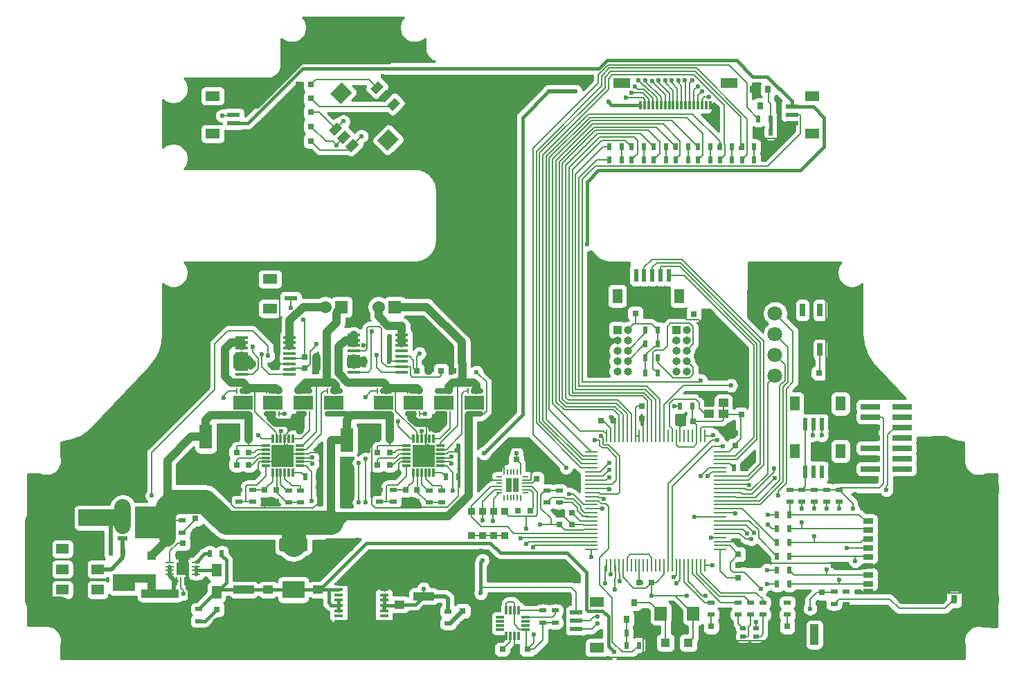
<source format=gtl>
G04 #@! TF.GenerationSoftware,KiCad,Pcbnew,(5.1.6)-1*
G04 #@! TF.CreationDate,2021-05-12T17:59:23+09:00*
G04 #@! TF.ProjectId,MainBoard_v1,4d61696e-426f-4617-9264-5f76312e6b69,rev?*
G04 #@! TF.SameCoordinates,Original*
G04 #@! TF.FileFunction,Copper,L1,Top*
G04 #@! TF.FilePolarity,Positive*
%FSLAX46Y46*%
G04 Gerber Fmt 4.6, Leading zero omitted, Abs format (unit mm)*
G04 Created by KiCad (PCBNEW (5.1.6)-1) date 2021-05-12 17:59:23*
%MOMM*%
%LPD*%
G01*
G04 APERTURE LIST*
G04 #@! TA.AperFunction,SMDPad,CuDef*
%ADD10C,0.100000*%
G04 #@! TD*
G04 #@! TA.AperFunction,SMDPad,CuDef*
%ADD11R,0.500000X0.900000*%
G04 #@! TD*
G04 #@! TA.AperFunction,SMDPad,CuDef*
%ADD12R,0.600000X1.550000*%
G04 #@! TD*
G04 #@! TA.AperFunction,SMDPad,CuDef*
%ADD13R,1.200000X1.800000*%
G04 #@! TD*
G04 #@! TA.AperFunction,SMDPad,CuDef*
%ADD14R,2.400000X0.740000*%
G04 #@! TD*
G04 #@! TA.AperFunction,SMDPad,CuDef*
%ADD15R,0.800000X0.750000*%
G04 #@! TD*
G04 #@! TA.AperFunction,SMDPad,CuDef*
%ADD16R,1.500000X0.450000*%
G04 #@! TD*
G04 #@! TA.AperFunction,ComponentPad*
%ADD17C,0.210000*%
G04 #@! TD*
G04 #@! TA.AperFunction,SMDPad,CuDef*
%ADD18R,1.500000X1.500000*%
G04 #@! TD*
G04 #@! TA.AperFunction,SMDPad,CuDef*
%ADD19R,0.240000X1.000000*%
G04 #@! TD*
G04 #@! TA.AperFunction,SMDPad,CuDef*
%ADD20R,1.000000X0.240000*%
G04 #@! TD*
G04 #@! TA.AperFunction,SMDPad,CuDef*
%ADD21R,2.800000X2.800000*%
G04 #@! TD*
G04 #@! TA.AperFunction,SMDPad,CuDef*
%ADD22R,0.300000X1.000000*%
G04 #@! TD*
G04 #@! TA.AperFunction,SMDPad,CuDef*
%ADD23R,1.000000X0.300000*%
G04 #@! TD*
G04 #@! TA.AperFunction,SMDPad,CuDef*
%ADD24R,1.500000X1.800000*%
G04 #@! TD*
G04 #@! TA.AperFunction,SMDPad,CuDef*
%ADD25R,2.500000X1.000000*%
G04 #@! TD*
G04 #@! TA.AperFunction,SMDPad,CuDef*
%ADD26R,1.250000X1.000000*%
G04 #@! TD*
G04 #@! TA.AperFunction,SMDPad,CuDef*
%ADD27R,0.750000X0.800000*%
G04 #@! TD*
G04 #@! TA.AperFunction,SMDPad,CuDef*
%ADD28R,1.600000X3.000000*%
G04 #@! TD*
G04 #@! TA.AperFunction,SMDPad,CuDef*
%ADD29R,1.000000X2.500000*%
G04 #@! TD*
G04 #@! TA.AperFunction,SMDPad,CuDef*
%ADD30R,1.100000X1.100000*%
G04 #@! TD*
G04 #@! TA.AperFunction,SMDPad,CuDef*
%ADD31R,2.734000X2.159000*%
G04 #@! TD*
G04 #@! TA.AperFunction,SMDPad,CuDef*
%ADD32R,0.800000X0.800000*%
G04 #@! TD*
G04 #@! TA.AperFunction,ComponentPad*
%ADD33R,2.000000X2.000000*%
G04 #@! TD*
G04 #@! TA.AperFunction,ComponentPad*
%ADD34C,2.000000*%
G04 #@! TD*
G04 #@! TA.AperFunction,SMDPad,CuDef*
%ADD35R,1.200000X0.700000*%
G04 #@! TD*
G04 #@! TA.AperFunction,SMDPad,CuDef*
%ADD36R,1.200000X1.000000*%
G04 #@! TD*
G04 #@! TA.AperFunction,SMDPad,CuDef*
%ADD37R,0.800000X1.000000*%
G04 #@! TD*
G04 #@! TA.AperFunction,SMDPad,CuDef*
%ADD38R,2.800000X1.000000*%
G04 #@! TD*
G04 #@! TA.AperFunction,SMDPad,CuDef*
%ADD39R,1.900000X1.300000*%
G04 #@! TD*
G04 #@! TA.AperFunction,SMDPad,CuDef*
%ADD40R,1.550000X0.600000*%
G04 #@! TD*
G04 #@! TA.AperFunction,SMDPad,CuDef*
%ADD41R,1.800000X1.200000*%
G04 #@! TD*
G04 #@! TA.AperFunction,ComponentPad*
%ADD42R,1.000000X1.000000*%
G04 #@! TD*
G04 #@! TA.AperFunction,ComponentPad*
%ADD43O,1.000000X1.000000*%
G04 #@! TD*
G04 #@! TA.AperFunction,SMDPad,CuDef*
%ADD44R,2.000000X1.300000*%
G04 #@! TD*
G04 #@! TA.AperFunction,SMDPad,CuDef*
%ADD45R,1.200000X1.500000*%
G04 #@! TD*
G04 #@! TA.AperFunction,SMDPad,CuDef*
%ADD46R,0.750000X0.500000*%
G04 #@! TD*
G04 #@! TA.AperFunction,ComponentPad*
%ADD47R,1.524000X1.524000*%
G04 #@! TD*
G04 #@! TA.AperFunction,ComponentPad*
%ADD48C,1.524000*%
G04 #@! TD*
G04 #@! TA.AperFunction,SMDPad,CuDef*
%ADD49R,0.250000X0.700000*%
G04 #@! TD*
G04 #@! TA.AperFunction,SMDPad,CuDef*
%ADD50R,1.190000X0.830000*%
G04 #@! TD*
G04 #@! TA.AperFunction,SMDPad,CuDef*
%ADD51R,0.800000X0.900000*%
G04 #@! TD*
G04 #@! TA.AperFunction,SMDPad,CuDef*
%ADD52R,0.900000X0.500000*%
G04 #@! TD*
G04 #@! TA.AperFunction,SMDPad,CuDef*
%ADD53R,0.900000X0.900000*%
G04 #@! TD*
G04 #@! TA.AperFunction,SMDPad,CuDef*
%ADD54R,0.650000X1.600000*%
G04 #@! TD*
G04 #@! TA.AperFunction,SMDPad,CuDef*
%ADD55R,0.650000X1.500000*%
G04 #@! TD*
G04 #@! TA.AperFunction,SMDPad,CuDef*
%ADD56R,1.500000X1.200000*%
G04 #@! TD*
G04 #@! TA.AperFunction,ComponentPad*
%ADD57C,1.800000*%
G04 #@! TD*
G04 #@! TA.AperFunction,SMDPad,CuDef*
%ADD58R,1.270000X0.610000*%
G04 #@! TD*
G04 #@! TA.AperFunction,SMDPad,CuDef*
%ADD59R,1.020000X0.610000*%
G04 #@! TD*
G04 #@! TA.AperFunction,SMDPad,CuDef*
%ADD60R,3.810000X3.910000*%
G04 #@! TD*
G04 #@! TA.AperFunction,SMDPad,CuDef*
%ADD61R,1.150000X1.000000*%
G04 #@! TD*
G04 #@! TA.AperFunction,SMDPad,CuDef*
%ADD62R,0.800000X0.200000*%
G04 #@! TD*
G04 #@! TA.AperFunction,SMDPad,CuDef*
%ADD63R,0.800000X0.875000*%
G04 #@! TD*
G04 #@! TA.AperFunction,SMDPad,CuDef*
%ADD64R,0.200000X0.800000*%
G04 #@! TD*
G04 #@! TA.AperFunction,SMDPad,CuDef*
%ADD65R,0.200000X0.700000*%
G04 #@! TD*
G04 #@! TA.AperFunction,SMDPad,CuDef*
%ADD66R,0.700000X0.200000*%
G04 #@! TD*
G04 #@! TA.AperFunction,SMDPad,CuDef*
%ADD67R,0.280000X1.500000*%
G04 #@! TD*
G04 #@! TA.AperFunction,SMDPad,CuDef*
%ADD68R,1.500000X0.280000*%
G04 #@! TD*
G04 #@! TA.AperFunction,SMDPad,CuDef*
%ADD69R,1.470000X0.895000*%
G04 #@! TD*
G04 #@! TA.AperFunction,SMDPad,CuDef*
%ADD70R,1.050000X0.450000*%
G04 #@! TD*
G04 #@! TA.AperFunction,ViaPad*
%ADD71C,0.600000*%
G04 #@! TD*
G04 #@! TA.AperFunction,Conductor*
%ADD72C,1.000000*%
G04 #@! TD*
G04 #@! TA.AperFunction,Conductor*
%ADD73C,0.200000*%
G04 #@! TD*
G04 #@! TA.AperFunction,Conductor*
%ADD74C,0.700000*%
G04 #@! TD*
G04 #@! TA.AperFunction,Conductor*
%ADD75C,0.500000*%
G04 #@! TD*
G04 #@! TA.AperFunction,Conductor*
%ADD76C,0.400000*%
G04 #@! TD*
G04 #@! TA.AperFunction,Conductor*
%ADD77C,2.000000*%
G04 #@! TD*
G04 #@! TA.AperFunction,Conductor*
%ADD78C,3.000000*%
G04 #@! TD*
G04 #@! TA.AperFunction,Conductor*
%ADD79C,0.300000*%
G04 #@! TD*
G04 #@! TA.AperFunction,Conductor*
%ADD80C,0.800000*%
G04 #@! TD*
G04 #@! TA.AperFunction,Conductor*
%ADD81C,0.254000*%
G04 #@! TD*
G04 APERTURE END LIST*
G04 #@! TA.AperFunction,SMDPad,CuDef*
G36*
G01*
X121550000Y-124350000D02*
X121550000Y-123250000D01*
G75*
G02*
X121800000Y-123000000I250000J0D01*
G01*
X124800000Y-123000000D01*
G75*
G02*
X125050000Y-123250000I0J-250000D01*
G01*
X125050000Y-124350000D01*
G75*
G02*
X124800000Y-124600000I-250000J0D01*
G01*
X121800000Y-124600000D01*
G75*
G02*
X121550000Y-124350000I0J250000D01*
G01*
G37*
G04 #@! TD.AperFunction*
G04 #@! TA.AperFunction,SMDPad,CuDef*
G36*
G01*
X115950000Y-124350000D02*
X115950000Y-123250000D01*
G75*
G02*
X116200000Y-123000000I250000J0D01*
G01*
X119200000Y-123000000D01*
G75*
G02*
X119450000Y-123250000I0J-250000D01*
G01*
X119450000Y-124350000D01*
G75*
G02*
X119200000Y-124600000I-250000J0D01*
G01*
X116200000Y-124600000D01*
G75*
G02*
X115950000Y-124350000I0J250000D01*
G01*
G37*
G04 #@! TD.AperFunction*
G04 #@! TA.AperFunction,SMDPad,CuDef*
D10*
G36*
X129193071Y-75607285D02*
G01*
X127920279Y-74334493D01*
X129334493Y-72920279D01*
X130607285Y-74193071D01*
X129193071Y-75607285D01*
G37*
G04 #@! TD.AperFunction*
G04 #@! TA.AperFunction,SMDPad,CuDef*
G36*
X123465507Y-69879721D02*
G01*
X122192715Y-68606929D01*
X123606929Y-67192715D01*
X124879721Y-68465507D01*
X123465507Y-69879721D01*
G37*
G04 #@! TD.AperFunction*
G04 #@! TA.AperFunction,SMDPad,CuDef*
G36*
X122740722Y-73751130D02*
G01*
X122033616Y-73044024D01*
X122988210Y-72089430D01*
X123695316Y-72796536D01*
X122740722Y-73751130D01*
G37*
G04 #@! TD.AperFunction*
G04 #@! TA.AperFunction,SMDPad,CuDef*
G36*
X124755976Y-75766384D02*
G01*
X124048870Y-75059278D01*
X125003464Y-74104684D01*
X125710570Y-74811790D01*
X124755976Y-75766384D01*
G37*
G04 #@! TD.AperFunction*
G04 #@! TA.AperFunction,SMDPad,CuDef*
G36*
X123748349Y-74758757D02*
G01*
X123041243Y-74051651D01*
X123995837Y-73097057D01*
X124702943Y-73804163D01*
X123748349Y-74758757D01*
G37*
G04 #@! TD.AperFunction*
G04 #@! TA.AperFunction,SMDPad,CuDef*
G36*
X128804163Y-69702943D02*
G01*
X128097057Y-68995837D01*
X129051651Y-68041243D01*
X129758757Y-68748349D01*
X128804163Y-69702943D01*
G37*
G04 #@! TD.AperFunction*
G04 #@! TA.AperFunction,SMDPad,CuDef*
G36*
X129811790Y-70710570D02*
G01*
X129104684Y-70003464D01*
X130059278Y-69048870D01*
X130766384Y-69755976D01*
X129811790Y-70710570D01*
G37*
G04 #@! TD.AperFunction*
G04 #@! TA.AperFunction,SMDPad,CuDef*
G36*
X127796536Y-68695316D02*
G01*
X127089430Y-67988210D01*
X128044024Y-67033616D01*
X128751130Y-67740722D01*
X127796536Y-68695316D01*
G37*
G04 #@! TD.AperFunction*
D11*
X163250000Y-75100000D03*
X161750000Y-75100000D03*
D12*
X180300000Y-109062500D03*
X181300000Y-109062500D03*
X182300000Y-109062500D03*
X183300000Y-109062500D03*
D13*
X179000000Y-106537500D03*
X184600000Y-106537500D03*
D14*
X192150000Y-114510000D03*
X188250000Y-114510000D03*
X192150000Y-113240000D03*
X188250000Y-113240000D03*
X192150000Y-111970000D03*
X188250000Y-111970000D03*
X192150000Y-110700000D03*
X188250000Y-110700000D03*
X192150000Y-109430000D03*
X188250000Y-109430000D03*
X192150000Y-108160000D03*
X188250000Y-108160000D03*
X192150000Y-106890000D03*
X188250000Y-106890000D03*
D15*
X132750000Y-102500000D03*
X134250000Y-102500000D03*
D16*
X130950000Y-98125000D03*
X130950000Y-98775000D03*
X130950000Y-99425000D03*
X130950000Y-100075000D03*
X130950000Y-100725000D03*
X130950000Y-101375000D03*
X130950000Y-102025000D03*
X130950000Y-102675000D03*
X125050000Y-102675000D03*
X125050000Y-102025000D03*
X125050000Y-101375000D03*
X125050000Y-100725000D03*
X125050000Y-100075000D03*
X125050000Y-99425000D03*
X125050000Y-98775000D03*
X125050000Y-98125000D03*
D17*
X103620000Y-126120000D03*
X104780000Y-126120000D03*
X104780000Y-127280000D03*
X103620000Y-127280000D03*
X104200000Y-126700000D03*
D18*
X104200000Y-126700000D03*
D19*
X103950000Y-125100000D03*
X103450000Y-125100000D03*
X104450000Y-125100000D03*
X104950000Y-125100000D03*
D20*
X105800000Y-126450000D03*
X105800000Y-125950000D03*
X105800000Y-126950000D03*
X105800000Y-127450000D03*
X102600000Y-126450000D03*
X102600000Y-125950000D03*
X102600000Y-126950000D03*
X102600000Y-127450000D03*
D19*
X103450000Y-128300000D03*
X103950000Y-128300000D03*
X104450000Y-128300000D03*
X104950000Y-128300000D03*
D17*
X115250000Y-111750000D03*
X117550000Y-111750000D03*
X115250000Y-114050000D03*
X117550000Y-114050000D03*
X116400000Y-112900000D03*
D21*
X116400000Y-112900000D03*
D22*
X117150000Y-115000000D03*
X117650000Y-115000000D03*
X116650000Y-115000000D03*
X115650000Y-115000000D03*
X116150000Y-115000000D03*
X115150000Y-115000000D03*
D23*
X114300000Y-111650000D03*
X114300000Y-112150000D03*
X114300000Y-112650000D03*
X114300000Y-113150000D03*
X114300000Y-113650000D03*
X114300000Y-114150000D03*
X118500000Y-111650000D03*
X118500000Y-112150000D03*
X118500000Y-112650000D03*
X118500000Y-113150000D03*
X118500000Y-113650000D03*
X118500000Y-114150000D03*
D22*
X117650000Y-110800000D03*
X117150000Y-110800000D03*
X116650000Y-110800000D03*
X116150000Y-110800000D03*
X115650000Y-110800000D03*
X115150000Y-110800000D03*
D17*
X132450000Y-111750000D03*
X134750000Y-111750000D03*
X132450000Y-114050000D03*
X134750000Y-114050000D03*
X133600000Y-112900000D03*
D21*
X133600000Y-112900000D03*
D22*
X134350000Y-115000000D03*
X134850000Y-115000000D03*
X133850000Y-115000000D03*
X132850000Y-115000000D03*
X133350000Y-115000000D03*
X132350000Y-115000000D03*
D23*
X131500000Y-111650000D03*
X131500000Y-112150000D03*
X131500000Y-112650000D03*
X131500000Y-113150000D03*
X131500000Y-113650000D03*
X131500000Y-114150000D03*
X135700000Y-111650000D03*
X135700000Y-112150000D03*
X135700000Y-112650000D03*
X135700000Y-113150000D03*
X135700000Y-113650000D03*
X135700000Y-114150000D03*
D22*
X134850000Y-110800000D03*
X134350000Y-110800000D03*
X133850000Y-110800000D03*
X133350000Y-110800000D03*
X132850000Y-110800000D03*
X132350000Y-110800000D03*
D24*
X162600000Y-132200000D03*
X166600000Y-132200000D03*
D15*
X181950000Y-102800000D03*
X180450000Y-102800000D03*
D25*
X113800000Y-121900000D03*
X113800000Y-124900000D03*
X100400000Y-129800000D03*
X100400000Y-132800000D03*
D26*
X103100000Y-129800000D03*
X103100000Y-131800000D03*
D15*
X105650000Y-123600000D03*
X104150000Y-123600000D03*
D26*
X114600000Y-129300000D03*
X114600000Y-131300000D03*
D25*
X111600000Y-129300000D03*
X111600000Y-132300000D03*
D26*
X120700000Y-129300000D03*
X120700000Y-131300000D03*
X130700000Y-131100000D03*
X130700000Y-133100000D03*
D25*
X133600000Y-130100000D03*
X133600000Y-133100000D03*
D27*
X172500000Y-106350000D03*
X172500000Y-107850000D03*
D15*
X129450000Y-110900000D03*
X127950000Y-110900000D03*
D27*
X172100000Y-124950000D03*
X172100000Y-123450000D03*
X172100000Y-126350000D03*
X172100000Y-127850000D03*
D15*
X144950000Y-113400000D03*
X143450000Y-113400000D03*
X129450000Y-114000000D03*
X127950000Y-114000000D03*
X129450000Y-112500000D03*
X127950000Y-112500000D03*
X137250000Y-102500000D03*
X135750000Y-102500000D03*
D27*
X171700000Y-110150000D03*
X171700000Y-111650000D03*
X147400000Y-114250000D03*
X147400000Y-115750000D03*
D15*
X145150000Y-119600000D03*
X146650000Y-119600000D03*
D27*
X131400000Y-118550000D03*
X131400000Y-117050000D03*
X132800000Y-118550000D03*
X132800000Y-117050000D03*
D15*
X166550000Y-108700000D03*
X165050000Y-108700000D03*
X159950000Y-128400000D03*
X161450000Y-128400000D03*
D28*
X124200000Y-111000000D03*
X124200000Y-115400000D03*
D27*
X160300000Y-106850000D03*
X160300000Y-108350000D03*
D15*
X155350000Y-108600000D03*
X156850000Y-108600000D03*
X119050000Y-100800000D03*
X120550000Y-100800000D03*
X112250000Y-110900000D03*
X110750000Y-110900000D03*
D29*
X181400000Y-134800000D03*
X184400000Y-134800000D03*
D27*
X182300000Y-131150000D03*
X182300000Y-129650000D03*
D15*
X112250000Y-114000000D03*
X110750000Y-114000000D03*
X112250000Y-112500000D03*
X110750000Y-112500000D03*
X120550000Y-102200000D03*
X119050000Y-102200000D03*
X165150000Y-95600000D03*
X166650000Y-95600000D03*
X158000000Y-95500000D03*
X159500000Y-95500000D03*
X151750000Y-119900000D03*
X150250000Y-119900000D03*
X150250000Y-121300000D03*
X151750000Y-121300000D03*
D27*
X114200000Y-118550000D03*
X114200000Y-117050000D03*
X115600000Y-118550000D03*
X115600000Y-117050000D03*
D28*
X107000000Y-110600000D03*
X107000000Y-115000000D03*
D15*
X143250000Y-136600000D03*
X141750000Y-136600000D03*
X146300000Y-136600000D03*
X144800000Y-136600000D03*
X118350000Y-67500000D03*
X119850000Y-67500000D03*
X118350000Y-70900000D03*
X119850000Y-70900000D03*
X118350000Y-72600000D03*
X119850000Y-72600000D03*
X118350000Y-69200000D03*
X119850000Y-69200000D03*
X118350000Y-74400000D03*
X119850000Y-74400000D03*
D30*
X100400000Y-127900000D03*
X100400000Y-125100000D03*
D31*
X97000000Y-132820000D03*
X97000000Y-128400000D03*
X117700000Y-133720000D03*
X117700000Y-129300000D03*
D32*
X105700000Y-120600000D03*
X105700000Y-122200000D03*
X108300000Y-131700000D03*
X108300000Y-133300000D03*
X138400000Y-131900000D03*
X138400000Y-133500000D03*
D30*
X166000000Y-135800000D03*
X163200000Y-135800000D03*
D32*
X168800000Y-133800000D03*
X168800000Y-135400000D03*
X178100000Y-133800000D03*
X178100000Y-135400000D03*
D11*
X164950000Y-106800000D03*
X166450000Y-106800000D03*
X178350000Y-120100000D03*
X176850000Y-120100000D03*
X178350000Y-121800000D03*
X176850000Y-121800000D03*
X178350000Y-123500000D03*
X176850000Y-123500000D03*
X178350000Y-125200000D03*
X176850000Y-125200000D03*
X178350000Y-126900000D03*
X176850000Y-126900000D03*
X178350000Y-128600000D03*
X176850000Y-128600000D03*
D33*
X92400000Y-120500000D03*
D34*
X92400000Y-118000000D03*
D12*
X180300000Y-114862500D03*
X181300000Y-114862500D03*
X182300000Y-114862500D03*
X183300000Y-114862500D03*
D13*
X179000000Y-112337500D03*
X184600000Y-112337500D03*
D35*
X188000000Y-129550000D03*
X188000000Y-128600000D03*
X188000000Y-120900000D03*
X188000000Y-122000000D03*
X188000000Y-123100000D03*
X188000000Y-124200000D03*
X188000000Y-125300000D03*
X188000000Y-126400000D03*
X188000000Y-127500000D03*
D36*
X188000000Y-119350000D03*
X192300000Y-130500000D03*
D37*
X198500000Y-130500000D03*
D38*
X202650000Y-130500000D03*
D39*
X203100000Y-117000000D03*
D40*
X117362500Y-93600000D03*
X117362500Y-92600000D03*
D41*
X114837500Y-94900000D03*
X114837500Y-91300000D03*
D42*
X157300000Y-97500000D03*
D43*
X158570000Y-97500000D03*
X157300000Y-98770000D03*
X158570000Y-98770000D03*
X157300000Y-100040000D03*
X158570000Y-100040000D03*
X157300000Y-101310000D03*
X158570000Y-101310000D03*
X157300000Y-102580000D03*
X158570000Y-102580000D03*
D42*
X164500000Y-97520000D03*
D43*
X165770000Y-97520000D03*
X164500000Y-98790000D03*
X165770000Y-98790000D03*
X164500000Y-100060000D03*
X165770000Y-100060000D03*
X164500000Y-101330000D03*
X165770000Y-101330000D03*
X164500000Y-102600000D03*
X165770000Y-102600000D03*
D12*
X163600000Y-90837500D03*
X162600000Y-90837500D03*
X161600000Y-90837500D03*
X160600000Y-90837500D03*
X159600000Y-90837500D03*
X158600000Y-90837500D03*
D13*
X164900000Y-93362500D03*
X157300000Y-93362500D03*
D40*
X110362500Y-72200000D03*
X110362500Y-71200000D03*
X110362500Y-70200000D03*
D41*
X107837500Y-73500000D03*
X107837500Y-68900000D03*
D22*
X161150000Y-70000000D03*
X168150000Y-70000000D03*
X160650000Y-70000000D03*
X167650000Y-70000000D03*
X166150000Y-70000000D03*
X166650000Y-70000000D03*
X161650000Y-70000000D03*
X167150000Y-70000000D03*
X162650000Y-70000000D03*
D44*
X157850000Y-67300000D03*
D22*
X163650000Y-70000000D03*
X165150000Y-70000000D03*
X168650000Y-70000000D03*
X164650000Y-70000000D03*
X163150000Y-70000000D03*
X164150000Y-70000000D03*
D44*
X170950000Y-67300000D03*
D22*
X165650000Y-70000000D03*
X160150000Y-70000000D03*
X162150000Y-70000000D03*
D40*
X178637500Y-70200000D03*
X178637500Y-71200000D03*
X178637500Y-72200000D03*
D41*
X181162500Y-68900000D03*
X181162500Y-73500000D03*
D45*
X108300000Y-126900000D03*
X108300000Y-129600000D03*
D46*
X172700000Y-135000000D03*
X174250000Y-135000000D03*
X174250000Y-134000000D03*
X172700000Y-134000000D03*
D47*
X123600000Y-94700000D03*
D48*
X121600000Y-94700000D03*
D49*
X129450000Y-105000000D03*
X128950000Y-105000000D03*
X128450000Y-105000000D03*
X127950000Y-105000000D03*
X127950000Y-107800000D03*
X128450000Y-107800000D03*
X128950000Y-107800000D03*
X129450000Y-107800000D03*
D50*
X128105000Y-106815000D03*
X129295000Y-106815000D03*
X128105000Y-105985000D03*
X129295000Y-105985000D03*
D49*
X131650000Y-107800000D03*
X132150000Y-107800000D03*
X132650000Y-107800000D03*
X133150000Y-107800000D03*
X133150000Y-105000000D03*
X132650000Y-105000000D03*
X132150000Y-105000000D03*
X131650000Y-105000000D03*
D50*
X132995000Y-105985000D03*
X131805000Y-105985000D03*
X132995000Y-106815000D03*
X131805000Y-106815000D03*
D49*
X135350000Y-107800000D03*
X135850000Y-107800000D03*
X136350000Y-107800000D03*
X136850000Y-107800000D03*
X136850000Y-105000000D03*
X136350000Y-105000000D03*
X135850000Y-105000000D03*
X135350000Y-105000000D03*
D50*
X136695000Y-105985000D03*
X135505000Y-105985000D03*
X136695000Y-106815000D03*
X135505000Y-106815000D03*
D49*
X140550000Y-105000000D03*
X140050000Y-105000000D03*
X139550000Y-105000000D03*
X139050000Y-105000000D03*
X139050000Y-107800000D03*
X139550000Y-107800000D03*
X140050000Y-107800000D03*
X140550000Y-107800000D03*
D50*
X139205000Y-106815000D03*
X140395000Y-106815000D03*
X139205000Y-105985000D03*
X140395000Y-105985000D03*
D49*
X112250000Y-105000000D03*
X111750000Y-105000000D03*
X111250000Y-105000000D03*
X110750000Y-105000000D03*
X110750000Y-107800000D03*
X111250000Y-107800000D03*
X111750000Y-107800000D03*
X112250000Y-107800000D03*
D50*
X110905000Y-106815000D03*
X112095000Y-106815000D03*
X110905000Y-105985000D03*
X112095000Y-105985000D03*
D49*
X114450000Y-107800000D03*
X114950000Y-107800000D03*
X115450000Y-107800000D03*
X115950000Y-107800000D03*
X115950000Y-105000000D03*
X115450000Y-105000000D03*
X114950000Y-105000000D03*
X114450000Y-105000000D03*
D50*
X115795000Y-105985000D03*
X114605000Y-105985000D03*
X115795000Y-106815000D03*
X114605000Y-106815000D03*
D49*
X118150000Y-107800000D03*
X118650000Y-107800000D03*
X119150000Y-107800000D03*
X119650000Y-107800000D03*
X119650000Y-105000000D03*
X119150000Y-105000000D03*
X118650000Y-105000000D03*
X118150000Y-105000000D03*
D50*
X119495000Y-105985000D03*
X118305000Y-105985000D03*
X119495000Y-106815000D03*
X118305000Y-106815000D03*
D49*
X123350000Y-105000000D03*
X122850000Y-105000000D03*
X122350000Y-105000000D03*
X121850000Y-105000000D03*
X121850000Y-107800000D03*
X122350000Y-107800000D03*
X122850000Y-107800000D03*
X123350000Y-107800000D03*
D50*
X122005000Y-106815000D03*
X123195000Y-106815000D03*
X122005000Y-105985000D03*
X123195000Y-105985000D03*
D51*
X175750000Y-68100000D03*
X173850000Y-68100000D03*
X174800000Y-70100000D03*
D11*
X95350000Y-124700000D03*
X96850000Y-124700000D03*
X108950000Y-124900000D03*
X107450000Y-124900000D03*
D52*
X104100000Y-120850000D03*
X104100000Y-122350000D03*
X106100000Y-131650000D03*
X106100000Y-133150000D03*
X136600000Y-131950000D03*
X136600000Y-133450000D03*
D11*
X173050000Y-114400000D03*
X171550000Y-114400000D03*
D52*
X128200000Y-117050000D03*
X128200000Y-118550000D03*
X148700000Y-117150000D03*
X148700000Y-118650000D03*
X150200000Y-117150000D03*
X150200000Y-118650000D03*
X129900000Y-118550000D03*
X129900000Y-117050000D03*
X134300000Y-118650000D03*
X134300000Y-117150000D03*
X135800000Y-118650000D03*
X135800000Y-117150000D03*
D11*
X136350000Y-115500000D03*
X137850000Y-115500000D03*
D52*
X178400000Y-117050000D03*
X178400000Y-118550000D03*
X179900000Y-117050000D03*
X179900000Y-118550000D03*
X181400000Y-117050000D03*
X181400000Y-118550000D03*
X182900000Y-117050000D03*
X182900000Y-118550000D03*
X184400000Y-117050000D03*
X184400000Y-118550000D03*
X183800000Y-129550000D03*
X183800000Y-131050000D03*
X185300000Y-129550000D03*
X185300000Y-131050000D03*
X111000000Y-117050000D03*
X111000000Y-118550000D03*
X112700000Y-118550000D03*
X112700000Y-117050000D03*
D11*
X159950000Y-136100000D03*
X158450000Y-136100000D03*
X162250000Y-99200000D03*
X160750000Y-99200000D03*
X162250000Y-97500000D03*
X160750000Y-97500000D03*
X160750000Y-100900000D03*
X162250000Y-100900000D03*
X160750000Y-102800000D03*
X162250000Y-102800000D03*
D52*
X117100000Y-118650000D03*
X117100000Y-117150000D03*
D11*
X158450000Y-134600000D03*
X159950000Y-134600000D03*
D52*
X118600000Y-118650000D03*
X118600000Y-117150000D03*
D11*
X119150000Y-115500000D03*
X120650000Y-115500000D03*
D52*
X149700000Y-133350000D03*
X149700000Y-131850000D03*
X148200000Y-133350000D03*
X148200000Y-131850000D03*
D11*
X157850000Y-76700000D03*
X156350000Y-76700000D03*
X157850000Y-75100000D03*
X156350000Y-75100000D03*
X160550000Y-75100000D03*
X159050000Y-75100000D03*
X160550000Y-76700000D03*
X159050000Y-76700000D03*
X163250000Y-76700000D03*
X161750000Y-76700000D03*
X165950000Y-75100000D03*
X164450000Y-75100000D03*
X165950000Y-76700000D03*
X164450000Y-76700000D03*
X168650000Y-75100000D03*
X167150000Y-75100000D03*
X168650000Y-76700000D03*
X167150000Y-76700000D03*
X171350000Y-75100000D03*
X169850000Y-75100000D03*
X171350000Y-76700000D03*
X169850000Y-76700000D03*
X174050000Y-75100000D03*
X172550000Y-75100000D03*
X174050000Y-76700000D03*
X172550000Y-76700000D03*
D52*
X168800000Y-130850000D03*
X168800000Y-132350000D03*
X178100000Y-130850000D03*
X178100000Y-132350000D03*
X175100000Y-132350000D03*
X175100000Y-130850000D03*
X173600000Y-132350000D03*
X173600000Y-130850000D03*
X172100000Y-132350000D03*
X172100000Y-130850000D03*
D11*
X174550000Y-71700000D03*
X176050000Y-71700000D03*
X176050000Y-73300000D03*
X174550000Y-73300000D03*
D53*
X143500000Y-119700000D03*
X139500000Y-119700000D03*
X142160000Y-119700000D03*
X140840000Y-119700000D03*
X142160000Y-122700000D03*
X143500000Y-122700000D03*
X139500000Y-122700000D03*
X140840000Y-122700000D03*
D40*
X152300000Y-132100000D03*
X152300000Y-133100000D03*
X152300000Y-134100000D03*
X152300000Y-135100000D03*
D41*
X154825000Y-130800000D03*
X154825000Y-136400000D03*
D54*
X179950000Y-95100000D03*
D55*
X179950000Y-99900000D03*
D54*
X182100000Y-95100000D03*
D55*
X182100000Y-99900000D03*
D56*
X89450000Y-129300000D03*
X89450000Y-124300000D03*
X93750000Y-129300000D03*
X93750000Y-124300000D03*
X93750000Y-126800000D03*
X89450000Y-126800000D03*
D57*
X168980000Y-98030000D03*
X176600000Y-103110000D03*
X176600000Y-95490000D03*
X176600000Y-98030000D03*
X176600000Y-100570000D03*
D58*
X96830000Y-119195000D03*
X96830000Y-120465000D03*
X96830000Y-121735000D03*
X96830000Y-123005000D03*
D59*
X102295000Y-123005000D03*
X102295000Y-121735000D03*
X102295000Y-120465000D03*
X102295000Y-119195000D03*
D60*
X100190000Y-121100000D03*
D61*
X170275000Y-106400000D03*
X168525000Y-106400000D03*
X168525000Y-107800000D03*
X170275000Y-107800000D03*
D62*
X142900000Y-117065000D03*
X146020000Y-116665000D03*
D63*
X144060000Y-116900000D03*
D64*
X144260000Y-114905000D03*
D62*
X146020000Y-115865000D03*
D65*
X145460000Y-114855000D03*
X143460000Y-118075000D03*
X145460000Y-118075000D03*
D66*
X146070000Y-115465000D03*
D64*
X145060000Y-118025000D03*
D62*
X146020000Y-116265000D03*
D64*
X143860000Y-114905000D03*
D66*
X142850000Y-117465000D03*
D64*
X144660000Y-118025000D03*
D62*
X142900000Y-116265000D03*
X146020000Y-117065000D03*
D63*
X144860000Y-116900000D03*
D64*
X143860000Y-118025000D03*
D66*
X146070000Y-117465000D03*
D62*
X142900000Y-115865000D03*
D64*
X144660000Y-114905000D03*
X145060000Y-114905000D03*
D65*
X143460000Y-114855000D03*
D62*
X142900000Y-116665000D03*
D64*
X144260000Y-118025000D03*
D66*
X142850000Y-115465000D03*
D63*
X144060000Y-116030000D03*
X144860000Y-116030000D03*
D67*
X168000000Y-110500000D03*
X167500000Y-110500000D03*
X167000000Y-110500000D03*
X166500000Y-110500000D03*
X166000000Y-110500000D03*
X165500000Y-110500000D03*
X165000000Y-110500000D03*
X164500000Y-110500000D03*
X164000000Y-110500000D03*
X163500000Y-110500000D03*
X163000000Y-110500000D03*
X162500000Y-110500000D03*
X162000000Y-110500000D03*
X161500000Y-110500000D03*
X161000000Y-110500000D03*
X160500000Y-110500000D03*
X160000000Y-110500000D03*
X159500000Y-110500000D03*
X159000000Y-110500000D03*
X158500000Y-110500000D03*
X158000000Y-110500000D03*
X157500000Y-110500000D03*
X157000000Y-110500000D03*
X156500000Y-110500000D03*
X156000000Y-110500000D03*
D68*
X154100000Y-112400000D03*
X154100000Y-112900000D03*
X154100000Y-113400000D03*
X154100000Y-113900000D03*
X154100000Y-114400000D03*
X154100000Y-114900000D03*
X154100000Y-115400000D03*
X154100000Y-115900000D03*
X154100000Y-116400000D03*
X154100000Y-116900000D03*
X154100000Y-117400000D03*
X154100000Y-117900000D03*
X154100000Y-118400000D03*
X154100000Y-118900000D03*
X154100000Y-119400000D03*
X154100000Y-119900000D03*
X154100000Y-120400000D03*
X154100000Y-120900000D03*
X154100000Y-121400000D03*
X154100000Y-121900000D03*
X154100000Y-122400000D03*
X154100000Y-122900000D03*
X154100000Y-123400000D03*
X154100000Y-123900000D03*
X154100000Y-124400000D03*
D67*
X156000000Y-126300000D03*
X156500000Y-126300000D03*
X157000000Y-126300000D03*
X157500000Y-126300000D03*
X158000000Y-126300000D03*
X158500000Y-126300000D03*
X159000000Y-126300000D03*
X159500000Y-126300000D03*
X160000000Y-126300000D03*
X160500000Y-126300000D03*
X161000000Y-126300000D03*
X161500000Y-126300000D03*
X162000000Y-126300000D03*
X162500000Y-126300000D03*
X163000000Y-126300000D03*
X163500000Y-126300000D03*
X164000000Y-126300000D03*
X164500000Y-126300000D03*
X165000000Y-126300000D03*
X165500000Y-126300000D03*
X166000000Y-126300000D03*
X166500000Y-126300000D03*
X167000000Y-126300000D03*
X167500000Y-126300000D03*
X168000000Y-126300000D03*
D68*
X169900000Y-124400000D03*
X169900000Y-123900000D03*
X169900000Y-123400000D03*
X169900000Y-122900000D03*
X169900000Y-122400000D03*
X169900000Y-121900000D03*
X169900000Y-121400000D03*
X169900000Y-120900000D03*
X169900000Y-120400000D03*
X169900000Y-119900000D03*
X169900000Y-119400000D03*
X169900000Y-118900000D03*
X169900000Y-118400000D03*
X169900000Y-117900000D03*
X169900000Y-117400000D03*
X169900000Y-116900000D03*
X169900000Y-116400000D03*
X169900000Y-115900000D03*
X169900000Y-115400000D03*
X169900000Y-114900000D03*
X169900000Y-114400000D03*
X169900000Y-113900000D03*
X169900000Y-113400000D03*
X169900000Y-112900000D03*
X169900000Y-112400000D03*
D16*
X111350000Y-98425000D03*
X111350000Y-99075000D03*
X111350000Y-99725000D03*
X111350000Y-100375000D03*
X111350000Y-101025000D03*
X111350000Y-101675000D03*
X111350000Y-102325000D03*
X111350000Y-102975000D03*
X117250000Y-102975000D03*
X117250000Y-102325000D03*
X117250000Y-101675000D03*
X117250000Y-101025000D03*
X117250000Y-100375000D03*
X117250000Y-99725000D03*
X117250000Y-99075000D03*
X117250000Y-98425000D03*
D22*
X145250000Y-131850000D03*
X144750000Y-131850000D03*
X144250000Y-131850000D03*
X143750000Y-131850000D03*
D23*
X142950000Y-134150000D03*
X142950000Y-133650000D03*
X142950000Y-133150000D03*
X142950000Y-132650000D03*
X146050000Y-134150000D03*
X146050000Y-133650000D03*
X146050000Y-133150000D03*
X146050000Y-132650000D03*
D22*
X143750000Y-134950000D03*
X144250000Y-134950000D03*
X144750000Y-134950000D03*
X145250000Y-134950000D03*
D51*
X159400000Y-130900000D03*
X160350000Y-132900000D03*
X158450000Y-132900000D03*
D69*
X126735000Y-132242500D03*
X126735000Y-131347500D03*
X126735000Y-130452500D03*
X126735000Y-129557500D03*
X125265000Y-132242500D03*
X125265000Y-131347500D03*
X125265000Y-130452500D03*
X125265000Y-129557500D03*
D70*
X123225000Y-133175000D03*
X123225000Y-132525000D03*
X123225000Y-131875000D03*
X123225000Y-131225000D03*
X123225000Y-130575000D03*
X123225000Y-129925000D03*
X123225000Y-129275000D03*
X123225000Y-128625000D03*
X128775000Y-128625000D03*
X128775000Y-129275000D03*
X128775000Y-129925000D03*
X128775000Y-130575000D03*
X128775000Y-131225000D03*
X128775000Y-131875000D03*
X128775000Y-132525000D03*
X128775000Y-133175000D03*
D47*
X130100000Y-94700000D03*
D48*
X128100000Y-94700000D03*
D71*
X126300000Y-101400000D03*
X129400000Y-100600000D03*
X112600000Y-101700000D03*
X115700000Y-101700000D03*
X115700000Y-100900000D03*
X120550014Y-100800000D03*
X120549978Y-102200000D03*
X118500000Y-109800000D03*
X118500000Y-108900000D03*
X117700000Y-108900000D03*
X116800000Y-108900000D03*
X135100000Y-108900000D03*
X134300000Y-108900000D03*
X136000000Y-108900000D03*
X135100000Y-109599999D03*
X106900000Y-115600000D03*
X124200000Y-115400014D03*
X129400000Y-101400000D03*
X137250000Y-102500000D03*
X134200000Y-101400000D03*
X183700000Y-126400000D03*
X156850000Y-108600000D03*
X160300000Y-108350000D03*
X172100000Y-126350000D03*
X140700000Y-115800000D03*
X145100000Y-119600000D03*
X150250000Y-119900000D03*
X160200000Y-128400000D03*
X160300000Y-132100000D03*
X186400000Y-117600000D03*
X167500000Y-105600000D03*
X165050004Y-108699996D03*
X173850008Y-68100008D03*
X172123513Y-123481649D03*
X173100000Y-113500000D03*
X183299980Y-114862500D03*
X179900000Y-104000000D03*
X172500000Y-106350000D03*
X171700000Y-110150000D03*
X182300004Y-131149996D03*
X188000000Y-129550000D03*
X174549994Y-73300006D03*
X169500000Y-70300000D03*
X119400000Y-125900000D03*
X119500000Y-135800000D03*
X113800000Y-124900000D03*
X113800000Y-135700000D03*
X140700000Y-124500000D03*
X129370000Y-64780000D03*
X128927907Y-68872093D03*
X118350000Y-67500000D03*
X196000000Y-111800000D03*
X167700000Y-100100000D03*
X181900000Y-112300000D03*
X141500000Y-98300000D03*
X135600000Y-80700000D03*
X131900000Y-72600000D03*
X111700000Y-77400000D03*
X148500000Y-126200000D03*
X179400000Y-135800000D03*
X168350000Y-135850000D03*
X153600000Y-66900000D03*
X121200000Y-60500000D03*
X129000000Y-60600000D03*
X133600000Y-64100000D03*
X164200000Y-131200000D03*
X170400000Y-132000000D03*
X176600000Y-132100000D03*
X179800000Y-132600000D03*
X106950000Y-128250000D03*
X132300000Y-96200000D03*
X125700000Y-96600000D03*
X128600000Y-66450000D03*
X188800000Y-115800000D03*
X152150000Y-115700000D03*
X191800000Y-121200000D03*
X196650000Y-121250000D03*
X196650000Y-127450000D03*
X191700000Y-127150000D03*
X196400000Y-116250000D03*
X188700000Y-105250000D03*
X184250000Y-101250000D03*
X184150000Y-96900000D03*
X180537500Y-92762500D03*
X174400000Y-95850000D03*
X172200000Y-101700000D03*
X155000000Y-102050000D03*
X154950000Y-95550000D03*
X154800000Y-90000000D03*
X162000000Y-93750000D03*
X136700000Y-68750000D03*
X142950000Y-68600000D03*
X143000000Y-75700000D03*
X115600000Y-73150000D03*
X103950000Y-71900000D03*
X112050000Y-68350000D03*
X121400000Y-63500000D03*
X137500000Y-89250000D03*
X121750000Y-91000000D03*
X130050000Y-90800000D03*
X108700000Y-90850000D03*
X103700000Y-94800000D03*
X108800000Y-94650000D03*
X103800000Y-101650000D03*
X98750000Y-107700000D03*
X94400000Y-113300000D03*
X88175000Y-119125000D03*
X87339999Y-131600001D03*
X93300000Y-135800000D03*
X100350000Y-135800000D03*
X107000000Y-135800000D03*
X125900000Y-135800000D03*
X131850000Y-135800000D03*
X137100000Y-135800000D03*
X150900000Y-136500000D03*
X125900000Y-126950000D03*
X188100000Y-134150000D03*
X193000000Y-134200000D03*
X140850000Y-110750000D03*
X176900000Y-69300000D03*
X93750000Y-124300000D03*
X97475000Y-116225000D03*
X125600000Y-123200000D03*
X122300000Y-125800000D03*
X126100000Y-109400000D03*
X120900000Y-111700000D03*
X123800000Y-118900000D03*
X137900000Y-111700000D03*
X120650000Y-116750000D03*
X126000000Y-112000000D03*
X171200000Y-104300000D03*
X181950000Y-102800000D03*
X192150000Y-113239986D03*
X133100000Y-100400000D03*
X140100000Y-102700000D03*
X104225002Y-129800000D03*
X108300000Y-129600000D03*
X156900000Y-136900000D03*
X166650000Y-95600000D03*
X153600175Y-87069662D03*
X147900000Y-121300000D03*
X100400000Y-117800000D03*
X137200000Y-117200000D03*
X119900000Y-118400000D03*
X114600000Y-100700000D03*
X126300034Y-99400000D03*
X120500000Y-99199999D03*
X146650000Y-119600000D03*
X133600002Y-129200000D03*
X143500000Y-122700000D03*
X161500000Y-130000000D03*
X174300000Y-133300000D03*
X185400000Y-124200000D03*
X147100000Y-134800000D03*
X165800000Y-130000000D03*
X174900000Y-129200000D03*
X186100000Y-119400021D03*
X145000000Y-112600000D03*
X166450000Y-106800000D03*
X140600000Y-129700000D03*
X152199990Y-68300000D03*
X155350000Y-108599976D03*
X172500000Y-107850000D03*
X180300000Y-108800000D03*
X183800000Y-129550000D03*
X180875728Y-131624272D03*
X181400000Y-134800000D03*
X156200000Y-69600000D03*
X174050000Y-76700000D03*
X171350000Y-76700000D03*
X168650000Y-76700000D03*
X165950000Y-76700000D03*
X163250000Y-76700000D03*
X160550000Y-76700000D03*
X157850000Y-76700000D03*
X140818402Y-125700010D03*
X141000000Y-112599988D03*
X156300000Y-113799992D03*
X127920280Y-67864466D03*
X156300000Y-117000000D03*
X123800000Y-72000000D03*
X166775728Y-120375728D03*
X123000000Y-74900000D03*
X156330576Y-114647730D03*
X129935534Y-69879720D03*
X156289160Y-115537690D03*
X126012133Y-73787867D03*
X168100000Y-130000000D03*
X178100000Y-130850000D03*
X173192659Y-122421585D03*
X175710844Y-120110844D03*
X175700009Y-121300009D03*
X173984438Y-122307109D03*
X179900000Y-121100000D03*
X179900000Y-119400021D03*
X181400000Y-122800000D03*
X181400000Y-119400021D03*
X186400000Y-125800000D03*
X185300000Y-129550000D03*
X175600000Y-126900000D03*
X164186952Y-127776534D03*
X182900000Y-126800000D03*
X182900000Y-119400021D03*
X184400000Y-128100000D03*
X184400000Y-119400021D03*
X175600000Y-128600000D03*
X164575728Y-128475728D03*
X176544129Y-115685926D03*
X182300000Y-114862500D03*
X176500000Y-114500000D03*
X181300000Y-114862500D03*
X168800010Y-122900000D03*
X190200000Y-117100000D03*
X168900000Y-126300000D03*
X192149987Y-108159987D03*
X173425788Y-116522761D03*
X192150000Y-110699984D03*
X173699733Y-123109354D03*
X183800000Y-131049986D03*
X149700000Y-131850000D03*
X167500000Y-115400000D03*
X182300000Y-110399996D03*
X148200000Y-131850000D03*
X168374277Y-115374267D03*
X181225728Y-110374272D03*
X154100000Y-125300000D03*
X109000000Y-71300000D03*
X168990838Y-110356450D03*
X167500000Y-103700000D03*
X113829762Y-100483776D03*
X127900000Y-100600016D03*
X148700000Y-118649978D03*
X112700000Y-99600000D03*
X127324272Y-97700010D03*
X150200000Y-118650016D03*
X154574272Y-111025728D03*
X155298718Y-110451196D03*
X169570734Y-110956633D03*
X170170744Y-111730724D03*
X156350000Y-76700000D03*
X158385414Y-69112155D03*
X156350006Y-75100000D03*
X159000000Y-68499986D03*
X159050000Y-75100000D03*
X159455980Y-67762850D03*
X159050000Y-76700000D03*
X159914941Y-66964592D03*
X161750000Y-75100000D03*
X160759087Y-66960188D03*
X161750000Y-76700000D03*
X161557338Y-67013244D03*
X164399978Y-75100000D03*
X162357208Y-66998152D03*
X164450000Y-76700000D03*
X163157217Y-67000184D03*
X167149998Y-75100000D03*
X163957228Y-66999989D03*
X167150000Y-76700000D03*
X164757235Y-67002735D03*
X169800727Y-75149271D03*
X165557241Y-66999796D03*
X169850000Y-76700000D03*
X166450192Y-67000000D03*
X172400728Y-75249272D03*
X167125608Y-67706462D03*
X172550000Y-76700000D03*
X167640481Y-68318773D03*
X151400000Y-117599979D03*
X151042878Y-114357122D03*
X142100000Y-120900000D03*
X147000000Y-124099990D03*
X145500000Y-123000000D03*
X140800000Y-120800000D03*
X146200000Y-123700000D03*
X146200000Y-121800000D03*
X154900008Y-133400020D03*
X155664820Y-118213364D03*
X154900000Y-132600009D03*
X155500115Y-119413375D03*
X171700000Y-120000000D03*
X177000000Y-117800000D03*
X130500000Y-108700000D03*
X126499996Y-105700000D03*
X133800000Y-107800000D03*
X133382004Y-109914137D03*
X113400004Y-110400000D03*
X109200000Y-105800000D03*
X116600000Y-107800000D03*
X116182002Y-109914138D03*
X137000000Y-113900000D03*
X157600000Y-128300000D03*
X137000000Y-113000000D03*
X156482592Y-127453137D03*
X120000000Y-113900000D03*
X125700000Y-113800000D03*
X125700000Y-118600000D03*
X157000000Y-129300000D03*
X120000000Y-113100000D03*
X126500000Y-113300000D03*
X126500000Y-118600000D03*
X155799409Y-128504628D03*
X160300000Y-106850000D03*
X164300000Y-106800000D03*
X118900004Y-96300000D03*
X117400000Y-94800000D03*
X168500000Y-69000000D03*
X174800000Y-70100000D03*
D72*
X125050000Y-101375000D02*
X126275000Y-101375000D01*
X126275000Y-101375000D02*
X126300000Y-101400000D01*
D73*
X129675000Y-101375000D02*
X130950000Y-101375000D01*
X129400000Y-101100000D02*
X129400000Y-101024264D01*
X129400000Y-101024264D02*
X129400000Y-100600000D01*
X129675000Y-101375000D02*
X129400000Y-101100000D01*
X132650000Y-107800000D02*
X131650000Y-107800000D01*
D72*
X133700000Y-108900000D02*
X135100000Y-108900000D01*
D74*
X132900000Y-108900000D02*
X132150000Y-108150000D01*
X132150000Y-108150000D02*
X132150000Y-107800000D01*
D72*
X135100000Y-108900000D02*
X135800000Y-108200000D01*
D74*
X135850000Y-107800000D02*
X135850000Y-108150000D01*
D73*
X133850000Y-110800000D02*
X133850000Y-112650000D01*
X136350000Y-107800000D02*
X135350000Y-107800000D01*
X131400000Y-118550000D02*
X132800000Y-118550000D01*
X131250000Y-119300000D02*
X131400000Y-119150000D01*
X131400000Y-119150000D02*
X131400000Y-118550000D01*
X127709998Y-119300000D02*
X131250000Y-119300000D01*
X128200000Y-117050000D02*
X127550000Y-117050000D01*
X127300000Y-118890002D02*
X127709998Y-119300000D01*
X127550000Y-117050000D02*
X127300000Y-117300000D01*
X127300000Y-117300000D02*
X127300000Y-118890002D01*
X133850000Y-110800000D02*
X134350000Y-110800000D01*
D72*
X132150000Y-108268614D02*
X132150000Y-107930001D01*
X133700000Y-108900000D02*
X132781386Y-108900000D01*
X132781386Y-108900000D02*
X132150000Y-108268614D01*
D73*
X133850000Y-110800000D02*
X133850000Y-110334143D01*
X133850000Y-110334143D02*
X133982005Y-110202138D01*
X133982005Y-110202138D02*
X133982005Y-109182005D01*
X127950000Y-110900000D02*
X127350000Y-110900000D01*
X127249999Y-111000001D02*
X127249999Y-117249999D01*
X127350000Y-110900000D02*
X127249999Y-111000001D01*
X133850000Y-112650000D02*
X135700000Y-112650000D01*
D75*
X100380000Y-132820000D02*
X100400000Y-132800000D01*
X97000000Y-132820000D02*
X100380000Y-132820000D01*
X102100000Y-132800000D02*
X103100000Y-131800000D01*
X100400000Y-132800000D02*
X102100000Y-132800000D01*
D73*
X105650000Y-124400000D02*
X104950000Y-125100000D01*
X105650000Y-123600000D02*
X105650000Y-124400000D01*
D76*
X104700000Y-127200000D02*
X104200000Y-126700000D01*
X104950000Y-128300000D02*
X104700000Y-128300000D01*
X104700000Y-128300000D02*
X104700000Y-127200000D01*
X104700000Y-128300000D02*
X104470001Y-128300000D01*
X104200000Y-126700000D02*
X104200000Y-125100000D01*
D73*
X104950000Y-125100000D02*
X104200000Y-125100000D01*
X104200000Y-125100000D02*
X103450000Y-125100000D01*
D76*
X104925003Y-129368617D02*
X104925003Y-131425003D01*
X104700000Y-128300000D02*
X104700000Y-129143614D01*
X104700000Y-129143614D02*
X104925003Y-129368617D01*
X104550006Y-131800000D02*
X103100000Y-131800000D01*
X104925003Y-131425003D02*
X104550006Y-131800000D01*
D77*
X86300000Y-122685787D02*
X86300000Y-124100000D01*
D76*
X117280000Y-133300000D02*
X117700000Y-133720000D01*
X114600000Y-133200000D02*
X114700000Y-133300000D01*
X114600000Y-131300000D02*
X114600000Y-133200000D01*
X114700000Y-133300000D02*
X117280000Y-133300000D01*
X111600000Y-133200000D02*
X111600000Y-133300000D01*
X111600000Y-132300000D02*
X111600000Y-133200000D01*
X108300000Y-133300000D02*
X111600000Y-133300000D01*
X111600000Y-133300000D02*
X114700000Y-133300000D01*
X125265000Y-132242500D02*
X125265000Y-129557500D01*
X126735000Y-129557500D02*
X126735000Y-132242500D01*
X128775000Y-128625000D02*
X128775000Y-129275000D01*
X126650000Y-128625000D02*
X126735000Y-128710000D01*
X126735000Y-128710000D02*
X126735000Y-129557500D01*
X126125000Y-128625000D02*
X126650000Y-128625000D01*
X123225000Y-128625000D02*
X126125000Y-128625000D01*
X126125000Y-128625000D02*
X128775000Y-128625000D01*
X126745000Y-133100000D02*
X126800000Y-133100000D01*
X126735000Y-133090000D02*
X126745000Y-133100000D01*
X126735000Y-132242500D02*
X126735000Y-133090000D01*
X125265000Y-129557500D02*
X126735000Y-129557500D01*
X120700000Y-133600000D02*
X120800000Y-133700000D01*
X120700000Y-131300000D02*
X120700000Y-133600000D01*
X117700000Y-133720000D02*
X120800000Y-133700000D01*
X133600000Y-133100000D02*
X130700000Y-133100000D01*
X130625000Y-133175000D02*
X130700000Y-133100000D01*
X128775000Y-133175000D02*
X130625000Y-133175000D01*
X126725000Y-133175000D02*
X126800000Y-133100000D01*
X126875000Y-133175000D02*
X128775000Y-133175000D01*
X126800000Y-133100000D02*
X126875000Y-133175000D01*
X126425000Y-133175000D02*
X126875000Y-133175000D01*
X123225000Y-133175000D02*
X126425000Y-133175000D01*
X126425000Y-133175000D02*
X126725000Y-133175000D01*
D73*
X115650000Y-113650000D02*
X116400000Y-112900000D01*
X114300000Y-113650000D02*
X115650000Y-113650000D01*
X116650000Y-112650000D02*
X118500000Y-112650000D01*
X114200000Y-118550000D02*
X115600000Y-118550000D01*
X110350000Y-117050000D02*
X110100000Y-117300000D01*
X111000000Y-117050000D02*
X110350000Y-117050000D01*
X110100000Y-118890002D02*
X110509998Y-119300000D01*
X110100000Y-117300000D02*
X110100000Y-118890002D01*
X114050000Y-119300000D02*
X114200000Y-119150000D01*
X114200000Y-119150000D02*
X114200000Y-118550000D01*
X110509998Y-119300000D02*
X114050000Y-119300000D01*
D74*
X114950000Y-108150000D02*
X114950000Y-107800000D01*
X115700000Y-108900000D02*
X114950000Y-108150000D01*
X118650000Y-107800000D02*
X118650000Y-108150000D01*
X116500000Y-108900000D02*
X115700000Y-108900000D01*
X118650000Y-108150000D02*
X118600000Y-108200000D01*
D73*
X116650000Y-110800000D02*
X117150000Y-110800000D01*
X116650000Y-112650000D02*
X116400000Y-112900000D01*
X116650000Y-110800000D02*
X116650000Y-112650000D01*
X115450000Y-107800000D02*
X114450000Y-107800000D01*
X119150000Y-107800000D02*
X118150000Y-107800000D01*
X115975000Y-101675000D02*
X117250000Y-101675000D01*
D72*
X111350000Y-101675000D02*
X111350000Y-100650009D01*
X111350000Y-101025000D02*
X111350000Y-102049999D01*
X111350000Y-101675000D02*
X112575000Y-101675000D01*
X112575000Y-101675000D02*
X112600000Y-101700000D01*
D73*
X115700000Y-101700000D02*
X115700000Y-101675736D01*
X115700000Y-101675736D02*
X115700736Y-101675000D01*
X115700736Y-101675000D02*
X115975000Y-101675000D01*
X115700000Y-101400000D02*
X115700000Y-101324264D01*
X115975000Y-101675000D02*
X115700000Y-101400000D01*
X115700000Y-101324264D02*
X115700000Y-100900000D01*
D72*
X120550014Y-100800000D02*
X120550014Y-102199964D01*
X120550014Y-102199964D02*
X120549978Y-102200000D01*
D74*
X135850000Y-107800000D02*
X135350000Y-107800000D01*
X135850000Y-107800000D02*
X136174999Y-107800000D01*
X132150000Y-107800000D02*
X131650000Y-107800000D01*
X132150000Y-107800000D02*
X132474999Y-107800000D01*
D72*
X125050000Y-101375000D02*
X125050000Y-101000001D01*
X125050000Y-101375000D02*
X125050000Y-101749999D01*
D75*
X93235787Y-122685787D02*
X86300000Y-122685787D01*
X93750000Y-123200000D02*
X93235787Y-122685787D01*
X93750000Y-124300000D02*
X93750000Y-124300000D01*
D78*
X86300000Y-128500000D02*
X86300000Y-130560002D01*
X87339999Y-131600001D02*
X87339999Y-131600001D01*
X86300000Y-130560002D02*
X87339999Y-131600001D01*
D77*
X86300000Y-124100000D02*
X86300000Y-128500000D01*
X86300000Y-128500000D02*
X86300000Y-130900000D01*
D78*
X89100001Y-131600001D02*
X93300000Y-135800000D01*
D76*
X122700000Y-133700000D02*
X123225000Y-133175000D01*
X120800000Y-133700000D02*
X122700000Y-133700000D01*
D72*
X108300000Y-135600000D02*
X108500000Y-135800000D01*
X108300000Y-133300000D02*
X108300000Y-135600000D01*
X97000000Y-132820000D02*
X97000000Y-135800000D01*
D78*
X93300000Y-135800000D02*
X97000000Y-135800000D01*
X97000000Y-135800000D02*
X100350000Y-135800000D01*
D72*
X115531387Y-108850001D02*
X117949999Y-108850001D01*
D73*
X116650000Y-110800000D02*
X116650000Y-110450000D01*
D72*
X114950000Y-108268614D02*
X115531387Y-108850001D01*
D73*
X116650000Y-110450000D02*
X117000000Y-110100000D01*
D72*
X114950000Y-107930001D02*
X114950000Y-108268614D01*
D73*
X117000000Y-109400000D02*
X116500000Y-108900000D01*
X117000000Y-110100000D02*
X117000000Y-109400000D01*
D72*
X118500000Y-107950000D02*
X118519999Y-107930001D01*
X118500000Y-109800000D02*
X118500000Y-107950000D01*
X136000000Y-107950000D02*
X135980001Y-107930001D01*
X136000000Y-108900000D02*
X136000000Y-107950000D01*
X136000000Y-108900000D02*
X134300000Y-108900000D01*
X135100000Y-108900000D02*
X135100000Y-109599999D01*
D73*
X120650000Y-118750000D02*
X120650000Y-116750000D01*
X114050000Y-119300000D02*
X120100000Y-119300000D01*
X120100000Y-119300000D02*
X120650000Y-118750000D01*
D74*
X118650000Y-107800000D02*
X118974999Y-107800000D01*
X114950000Y-107800000D02*
X114450000Y-107800000D01*
X114950000Y-107800000D02*
X115274999Y-107800000D01*
D73*
X131349999Y-119200001D02*
X136490001Y-119200001D01*
X131250000Y-119300000D02*
X131349999Y-119200001D01*
X136490001Y-119200001D02*
X137850000Y-117840002D01*
X137850000Y-116150000D02*
X137850000Y-115500000D01*
X137850000Y-117840002D02*
X137850000Y-116150000D01*
D72*
X134250000Y-101450000D02*
X134200000Y-101400000D01*
X134250000Y-102500000D02*
X134250000Y-101450000D01*
D73*
X115700000Y-100900000D02*
X116037501Y-100562499D01*
X105700000Y-123550000D02*
X105650000Y-123600000D01*
X105700000Y-122200000D02*
X105700000Y-123550000D01*
X202549999Y-129699999D02*
X203350000Y-130500000D01*
X201450000Y-119350000D02*
X203800000Y-117000000D01*
X196650000Y-119350000D02*
X196650000Y-121250000D01*
X188700000Y-119350000D02*
X196650000Y-119350000D01*
X196650000Y-129650000D02*
X196600001Y-129699999D01*
X196600001Y-129699999D02*
X202549999Y-129699999D01*
X196650000Y-119350000D02*
X201450000Y-119350000D01*
X181100000Y-132700000D02*
X181850000Y-132700000D01*
X160500000Y-108550000D02*
X160300000Y-108350000D01*
X160500000Y-110500000D02*
X160500000Y-108550000D01*
X157000000Y-108750000D02*
X157000000Y-110500000D01*
X156850000Y-108600000D02*
X157000000Y-108750000D01*
X159950000Y-126350000D02*
X160000000Y-126300000D01*
X159950000Y-128400000D02*
X159950000Y-126350000D01*
X138400000Y-134500000D02*
X137100000Y-135800000D01*
X138400000Y-133500000D02*
X138400000Y-134500000D01*
X160350000Y-134200000D02*
X159950000Y-134600000D01*
X160350000Y-132900000D02*
X160350000Y-134200000D01*
X178400000Y-135400000D02*
X181100000Y-132700000D01*
X178100000Y-135400000D02*
X178400000Y-135400000D01*
X168950001Y-135550001D02*
X168800000Y-135400000D01*
X177949999Y-135550001D02*
X168950001Y-135550001D01*
X178100000Y-135400000D02*
X177949999Y-135550001D01*
X143400000Y-134950000D02*
X141750000Y-136600000D01*
X143750000Y-134950000D02*
X143400000Y-134950000D01*
X137300000Y-136000000D02*
X137100000Y-135800000D01*
X144750000Y-136550000D02*
X144800000Y-136600000D01*
X144750000Y-134950000D02*
X144750000Y-136550000D01*
X153169998Y-121400000D02*
X154100000Y-121400000D01*
X153069998Y-121300000D02*
X153169998Y-121400000D01*
X151750000Y-121300000D02*
X153069998Y-121300000D01*
X150350000Y-119900000D02*
X151750000Y-121300000D01*
X150250000Y-119900000D02*
X150350000Y-119900000D01*
X143450000Y-114845000D02*
X143460000Y-114855000D01*
X143450000Y-113400000D02*
X143450000Y-114845000D01*
X143800009Y-137599990D02*
X144800000Y-136600000D01*
X141750000Y-136600000D02*
X141750000Y-137250000D01*
X141750000Y-137250000D02*
X142099990Y-137599990D01*
X137900000Y-136600000D02*
X137100000Y-135800000D01*
X141750000Y-136600000D02*
X137900000Y-136600000D01*
X149800010Y-137599990D02*
X150900000Y-136500000D01*
D78*
X125900000Y-135800000D02*
X131850000Y-135800000D01*
D73*
X140765000Y-115865000D02*
X142900000Y-115865000D01*
X140700000Y-115800000D02*
X140765000Y-115865000D01*
X145150000Y-119600000D02*
X145100000Y-119600000D01*
X159950000Y-128400000D02*
X160200000Y-128400000D01*
X160300000Y-132850000D02*
X160350000Y-132900000D01*
X160300000Y-132100000D02*
X160300000Y-132850000D01*
X160500001Y-135150001D02*
X159950000Y-134600000D01*
X159800010Y-137599990D02*
X160500001Y-136899999D01*
X160500001Y-136899999D02*
X160500001Y-135150001D01*
X166600010Y-137599990D02*
X168350000Y-135850000D01*
X172349999Y-126100001D02*
X172100000Y-126350000D01*
X183400001Y-126100001D02*
X172349999Y-126100001D01*
X183700000Y-126400000D02*
X183400001Y-126100001D01*
X188700000Y-119350000D02*
X188150000Y-119350000D01*
X188150000Y-119350000D02*
X186400000Y-117600000D01*
X143450000Y-112825000D02*
X144375000Y-111900000D01*
X143450000Y-113400000D02*
X143450000Y-112825000D01*
X147400000Y-113650000D02*
X147400000Y-114250000D01*
X145650000Y-111900000D02*
X147400000Y-113650000D01*
X144375000Y-111900000D02*
X145650000Y-111900000D01*
X143100000Y-113400000D02*
X143450000Y-113400000D01*
X140700000Y-115800000D02*
X143100000Y-113400000D01*
X168525000Y-106400000D02*
X168300000Y-106400000D01*
X168300000Y-106400000D02*
X167500000Y-105600000D01*
X165050000Y-108700000D02*
X165050004Y-108699996D01*
X165000000Y-110500000D02*
X165000000Y-108750000D01*
X165000000Y-108750000D02*
X165050004Y-108699996D01*
X143800009Y-137599990D02*
X149800010Y-137599990D01*
X159800010Y-137599990D02*
X166600010Y-137599990D01*
X142099990Y-137599990D02*
X143800009Y-137599990D01*
X149800010Y-137599990D02*
X159800010Y-137599990D01*
D78*
X89300000Y-118000000D02*
X89839998Y-118000000D01*
X86300000Y-128500000D02*
X86300000Y-121000000D01*
X86300000Y-121000000D02*
X88175000Y-119125000D01*
D73*
X146635000Y-115865000D02*
X146724999Y-115775001D01*
X146020000Y-115865000D02*
X146635000Y-115865000D01*
X147400000Y-114434998D02*
X147400000Y-114250000D01*
X146724999Y-115109999D02*
X147400000Y-114434998D01*
X146724999Y-115775001D02*
X146724999Y-115109999D01*
X165825001Y-96275001D02*
X165150000Y-95600000D01*
X167225001Y-96275001D02*
X165825001Y-96275001D01*
X168980000Y-98030000D02*
X167225001Y-96275001D01*
X158000000Y-95500000D02*
X158675001Y-94824999D01*
X169900000Y-123400000D02*
X172041864Y-123400000D01*
X172041864Y-123400000D02*
X172123513Y-123481649D01*
X173050000Y-114400000D02*
X173050000Y-113550000D01*
X173050000Y-113550000D02*
X173100000Y-113500000D01*
X183300000Y-114862480D02*
X183299980Y-114862500D01*
X183300000Y-109062500D02*
X183300000Y-114862480D01*
X181762500Y-92762500D02*
X180537500Y-92762500D01*
X182800000Y-93800000D02*
X181762500Y-92762500D01*
X183300000Y-109062500D02*
X183300000Y-105797498D01*
X183300000Y-105797498D02*
X182800000Y-105297498D01*
X179950000Y-102300000D02*
X180450000Y-102800000D01*
X179950000Y-99900000D02*
X179950000Y-102300000D01*
X180450000Y-102800000D02*
X181450000Y-103800000D01*
X182800000Y-105297498D02*
X182800000Y-103800000D01*
X181450000Y-103800000D02*
X182800000Y-103800000D01*
X182800000Y-103800000D02*
X182800000Y-93800000D01*
X188250000Y-109430000D02*
X188250000Y-110700000D01*
X158600000Y-94749998D02*
X158675001Y-94824999D01*
X158600000Y-90837500D02*
X158600000Y-94749998D01*
X180450000Y-102800000D02*
X180450000Y-103450000D01*
X180450000Y-103450000D02*
X179900000Y-104000000D01*
X172500000Y-106350000D02*
X173300000Y-107150000D01*
X193800001Y-129699999D02*
X196600001Y-129699999D01*
X192650000Y-130850000D02*
X193800001Y-129699999D01*
X182300000Y-131150000D02*
X182300000Y-132700000D01*
X181100000Y-132700000D02*
X182300000Y-132700000D01*
X182300000Y-132700000D02*
X183649980Y-132700000D01*
X184999991Y-132100009D02*
X184999991Y-131349989D01*
X184999991Y-131349989D02*
X185299990Y-131049990D01*
X183649980Y-132700000D02*
X184400000Y-132700000D01*
X184400000Y-132700000D02*
X184999991Y-132100009D01*
X184400000Y-134800000D02*
X184400000Y-132700000D01*
X191350000Y-129550000D02*
X192650000Y-130850000D01*
X188000000Y-129550000D02*
X191350000Y-129550000D01*
D76*
X174550000Y-73300000D02*
X174549994Y-73300006D01*
D73*
X176787499Y-74050001D02*
X175299989Y-74050001D01*
X175299989Y-74050001D02*
X174549994Y-73300006D01*
X178637500Y-72200000D02*
X176787499Y-74050001D01*
X168650000Y-70000000D02*
X169200000Y-70000000D01*
X169200000Y-70000000D02*
X169500000Y-70300000D01*
X116037501Y-100562499D02*
X116037501Y-92949999D01*
X116387500Y-92600000D02*
X117362500Y-92600000D01*
X116037501Y-92949999D02*
X116387500Y-92600000D01*
D78*
X108500000Y-135800000D02*
X119500000Y-135800000D01*
X119500000Y-135800000D02*
X125900000Y-135800000D01*
D73*
X128775000Y-128625000D02*
X132900000Y-124500000D01*
X132900000Y-124500000D02*
X140700000Y-124500000D01*
D76*
X113306456Y-70200000D02*
X118726456Y-64780000D01*
X110362500Y-70200000D02*
X113306456Y-70200000D01*
X118350000Y-74400000D02*
X118350000Y-67500000D01*
X118726456Y-64780000D02*
X129370000Y-64780000D01*
D73*
X168350000Y-135850000D02*
X168800000Y-135400000D01*
X111950000Y-115650000D02*
X111000000Y-116600000D01*
X113609998Y-113650000D02*
X113400011Y-113859987D01*
X111000000Y-116600000D02*
X111000000Y-117050000D01*
X114300000Y-113650000D02*
X113609998Y-113650000D01*
X113400011Y-115149989D02*
X112900000Y-115650000D01*
X113400011Y-113859987D02*
X113400011Y-115149989D01*
X112900000Y-115650000D02*
X111950000Y-115650000D01*
X186850000Y-113240000D02*
X188250000Y-113240000D01*
X186300000Y-111250000D02*
X186300000Y-112690000D01*
X186300000Y-112690000D02*
X186850000Y-113240000D01*
X188250000Y-110700000D02*
X186850000Y-110700000D01*
X186850000Y-110700000D02*
X186300000Y-111250000D01*
X186860000Y-113240000D02*
X188250000Y-113240000D01*
X183299980Y-114862500D02*
X185237500Y-114862500D01*
X185237500Y-114862500D02*
X186860000Y-113240000D01*
X183700000Y-126400000D02*
X184000000Y-126700000D01*
X187700000Y-126700000D02*
X188000000Y-126400000D01*
X184000000Y-126700000D02*
X187700000Y-126700000D01*
X196650000Y-121250000D02*
X196650000Y-127450000D01*
X196650000Y-127450000D02*
X196650000Y-129650000D01*
X180537500Y-92762500D02*
X178400000Y-92762500D01*
D78*
X88175000Y-119125000D02*
X89300000Y-118000000D01*
X87339999Y-131600001D02*
X89100001Y-131600001D01*
X93300000Y-135800000D02*
X93300000Y-135800000D01*
X100350000Y-135800000D02*
X107000000Y-135800000D01*
X107000000Y-135800000D02*
X108500000Y-135800000D01*
X125900000Y-135800000D02*
X125900000Y-135800000D01*
X131850000Y-135800000D02*
X137100000Y-135800000D01*
D73*
X137100000Y-135800000D02*
X137100000Y-135800000D01*
X150900000Y-136500000D02*
X152300000Y-135100000D01*
D75*
X93750000Y-124300000D02*
X93750000Y-123200000D01*
D77*
X92400000Y-118000000D02*
X89839998Y-118000000D01*
D73*
X156592894Y-98770000D02*
X157300000Y-98770000D01*
X156000000Y-98177106D02*
X156592894Y-98770000D01*
X156000000Y-96900000D02*
X156000000Y-98177106D01*
X158000000Y-95500000D02*
X157400000Y-95500000D01*
X157400000Y-95500000D02*
X156000000Y-96900000D01*
D75*
X121200000Y-125900000D02*
X123300000Y-123800000D01*
X119400000Y-125900000D02*
X121200000Y-125900000D01*
D73*
X121100000Y-114400000D02*
X120650000Y-114850000D01*
X119561996Y-112650000D02*
X119711998Y-112499998D01*
X119711998Y-112499998D02*
X120899998Y-112499998D01*
X118500000Y-112650000D02*
X119561996Y-112650000D01*
X120899998Y-112499998D02*
X121100000Y-112700000D01*
X120650000Y-114850000D02*
X120650000Y-115500000D01*
X121100000Y-112700000D02*
X121100000Y-114400000D01*
X137850000Y-114850000D02*
X137850000Y-115500000D01*
X136461996Y-112650000D02*
X136711998Y-112399998D01*
X135700000Y-112650000D02*
X136461996Y-112650000D01*
X137799998Y-112399998D02*
X137850000Y-112450000D01*
X136711998Y-112399998D02*
X137799998Y-112399998D01*
X137850000Y-112450000D02*
X137850000Y-114850000D01*
X109400000Y-116600000D02*
X110100000Y-117300000D01*
X109400000Y-111650000D02*
X109400000Y-116600000D01*
X110750000Y-110900000D02*
X110150000Y-110900000D01*
X110150000Y-110900000D02*
X109400000Y-111650000D01*
X120650000Y-116750000D02*
X120650000Y-115500000D01*
X167669998Y-109400000D02*
X167500000Y-109569998D01*
X171700000Y-110150000D02*
X170950000Y-109400000D01*
X167500000Y-109569998D02*
X167500000Y-110500000D01*
X170950000Y-109400000D02*
X167669998Y-109400000D01*
X169725000Y-105200000D02*
X168525000Y-106400000D01*
X172500000Y-106350000D02*
X171350000Y-105200000D01*
X171350000Y-105200000D02*
X169725000Y-105200000D01*
X163100000Y-94300000D02*
X164400000Y-95600000D01*
X164400000Y-95600000D02*
X165150000Y-95600000D01*
X158675001Y-94824999D02*
X159200000Y-94300000D01*
X159200000Y-94300000D02*
X163100000Y-94300000D01*
X128200000Y-116600000D02*
X128200000Y-117050000D01*
X129200000Y-115600000D02*
X128200000Y-116600000D01*
X130809998Y-113650000D02*
X130600011Y-113859987D01*
X131500000Y-113650000D02*
X130809998Y-113650000D01*
X130365002Y-115600000D02*
X129200000Y-115600000D01*
X130600011Y-113859987D02*
X130600011Y-115364991D01*
X130600011Y-115364991D02*
X130365002Y-115600000D01*
X165346288Y-104300011D02*
X169724989Y-104300011D01*
X163000000Y-106646299D02*
X165346288Y-104300011D01*
X163000000Y-110500000D02*
X163000000Y-106646299D01*
X169724989Y-104300011D02*
X169734979Y-104310001D01*
X169724989Y-104300011D02*
X171199989Y-104300011D01*
X171199989Y-104300011D02*
X171200000Y-104300000D01*
X182100000Y-102650000D02*
X181950000Y-102800000D01*
X182100000Y-99900000D02*
X182100000Y-102650000D01*
D72*
X128700000Y-107930001D02*
X127950000Y-107930001D01*
D73*
X128050000Y-111650000D02*
X129550000Y-111650000D01*
X129550000Y-111650000D02*
X130800000Y-111650000D01*
X129450000Y-111550000D02*
X129450000Y-110900000D01*
X127950000Y-111750000D02*
X128050000Y-111650000D01*
X130800000Y-111650000D02*
X131500000Y-111650000D01*
X127950000Y-111750000D02*
X127950000Y-112500000D01*
D77*
X102200000Y-121100000D02*
X102300000Y-121200000D01*
X100190000Y-121100000D02*
X102200000Y-121100000D01*
X102295000Y-119195000D02*
X102300000Y-121200000D01*
X102300000Y-121200000D02*
X102295000Y-123005000D01*
D72*
X102295000Y-123205000D02*
X100400000Y-125100000D01*
X102295000Y-123005000D02*
X102295000Y-123205000D01*
D73*
X110750000Y-111750000D02*
X110750000Y-112500000D01*
X113600000Y-111650000D02*
X114300000Y-111650000D01*
X110750000Y-111750000D02*
X110850000Y-111650000D01*
X112250000Y-111550000D02*
X112250000Y-110900000D01*
X110850000Y-111650000D02*
X112350000Y-111650000D01*
X112350000Y-111650000D02*
X112250000Y-111550000D01*
X112350000Y-111650000D02*
X113600000Y-111650000D01*
D72*
X111500000Y-107930001D02*
X110750000Y-107930001D01*
X112250000Y-107930001D02*
X111500000Y-107930001D01*
X109749999Y-107930001D02*
X112250000Y-107930001D01*
D74*
X139050000Y-107800000D02*
X140550000Y-107800000D01*
X121850000Y-107800000D02*
X123350000Y-107800000D01*
D72*
X124200000Y-108500000D02*
X124200000Y-111000000D01*
X129450000Y-107930001D02*
X124769999Y-107930001D01*
X124769999Y-107930001D02*
X124200000Y-108500000D01*
X129450000Y-110900000D02*
X129450000Y-107930001D01*
X107569999Y-107930001D02*
X109749999Y-107930001D01*
X107000000Y-108500000D02*
X107569999Y-107930001D01*
X107000000Y-111000000D02*
X107000000Y-108500000D01*
X105200000Y-110600000D02*
X107000000Y-110600000D01*
X102295000Y-113505000D02*
X105200000Y-110600000D01*
X102295000Y-119195000D02*
X102295000Y-113505000D01*
X112199999Y-110849999D02*
X112199999Y-107980002D01*
X112250000Y-110900000D02*
X112199999Y-110849999D01*
X112199999Y-107980002D02*
X112250000Y-107930001D01*
D74*
X124175000Y-107800000D02*
X124200000Y-107825000D01*
X124200000Y-107825000D02*
X124200000Y-108500000D01*
X123350000Y-107800000D02*
X124175000Y-107800000D01*
D72*
X122400000Y-111000000D02*
X124200000Y-111000000D01*
X122300000Y-111100000D02*
X122400000Y-111000000D01*
X136600000Y-120300000D02*
X139100000Y-117800000D01*
X139100000Y-117800000D02*
X139100000Y-107930001D01*
X122300000Y-119800000D02*
X122300000Y-111100000D01*
D73*
X132800000Y-102450000D02*
X132750000Y-102500000D01*
X132750000Y-101925000D02*
X132750000Y-102500000D01*
X132750000Y-100750000D02*
X132750000Y-102500000D01*
X133100000Y-100400000D02*
X132750000Y-100750000D01*
X131900000Y-100725000D02*
X132400000Y-101225000D01*
X130950000Y-100725000D02*
X131900000Y-100725000D01*
X132400009Y-102150009D02*
X132750000Y-102500000D01*
X132400009Y-101959311D02*
X132400009Y-102150009D01*
X132400000Y-101959302D02*
X132400009Y-101959311D01*
X132400000Y-101225000D02*
X132400000Y-101959302D01*
D78*
X102990001Y-118499999D02*
X106899999Y-118499999D01*
X102295000Y-119195000D02*
X102990001Y-118499999D01*
X106899999Y-118499999D02*
X109500010Y-121100010D01*
D72*
X122299990Y-121100010D02*
X123100000Y-120300000D01*
D73*
X102650000Y-120850000D02*
X102300000Y-121200000D01*
X104100000Y-120850000D02*
X102650000Y-120850000D01*
D72*
X126900000Y-120300000D02*
X136600000Y-120300000D01*
X123100000Y-120300000D02*
X126900000Y-120300000D01*
X126900000Y-120300000D02*
X126700000Y-120300000D01*
D73*
X140960002Y-107800000D02*
X141300000Y-107460002D01*
X141300000Y-107460002D02*
X141300000Y-103900000D01*
X140550000Y-107800000D02*
X140960002Y-107800000D01*
X141300000Y-103900000D02*
X140100000Y-102700000D01*
D72*
X121599980Y-122100000D02*
X120599990Y-121100010D01*
X121599980Y-121800020D02*
X121599980Y-122100000D01*
X126700000Y-120300000D02*
X123100000Y-120300000D01*
X123100000Y-120300000D02*
X121599980Y-121800020D01*
X123300010Y-121100010D02*
X122299990Y-121100010D01*
X126700000Y-120300000D02*
X124100020Y-120300000D01*
X124100020Y-120300000D02*
X123300010Y-121100010D01*
D78*
X117700000Y-121600000D02*
X117200010Y-121100010D01*
X117700000Y-123800000D02*
X117700000Y-121600000D01*
X109500010Y-121100010D02*
X117200010Y-121100010D01*
X117200010Y-121100010D02*
X122299990Y-121100010D01*
D72*
X97500000Y-127900000D02*
X97000000Y-128400000D01*
X100400000Y-127900000D02*
X97500000Y-127900000D01*
X100400000Y-127900000D02*
X100400000Y-129800000D01*
X100400000Y-129800000D02*
X103100000Y-129800000D01*
D75*
X102600000Y-127450000D02*
X102600000Y-126520001D01*
X103330000Y-128300000D02*
X103379999Y-128300000D01*
X102600000Y-126950000D02*
X102600000Y-127570000D01*
X103100000Y-129800000D02*
X103100000Y-128100000D01*
X102600000Y-127570000D02*
X103000000Y-128000000D01*
X103100000Y-128100000D02*
X103000000Y-128000000D01*
X103000000Y-128000000D02*
X103330000Y-128300000D01*
D73*
X103950000Y-128300000D02*
X103950000Y-129100734D01*
X103950000Y-129100734D02*
X104225002Y-129375736D01*
X104225002Y-129375736D02*
X104225002Y-129800000D01*
D76*
X108150000Y-129600000D02*
X106100000Y-131650000D01*
X108300000Y-129600000D02*
X108150000Y-129600000D01*
X117700000Y-129300000D02*
X111600000Y-129300000D01*
X108600000Y-129300000D02*
X108300000Y-129600000D01*
X111600000Y-129300000D02*
X108600000Y-129300000D01*
X109500000Y-125650000D02*
X109500000Y-128400000D01*
X109500000Y-128400000D02*
X108300000Y-129600000D01*
X108950000Y-124900000D02*
X108950000Y-125100000D01*
X108950000Y-125100000D02*
X109500000Y-125650000D01*
X123225000Y-130575000D02*
X123225000Y-131875000D01*
X123200000Y-129300000D02*
X123225000Y-129275000D01*
X122000000Y-129300000D02*
X122000000Y-130925000D01*
X117700000Y-129300000D02*
X122000000Y-129300000D01*
X122300000Y-131225000D02*
X123225000Y-131225000D01*
X122000000Y-130925000D02*
X122300000Y-131225000D01*
X122000000Y-129300000D02*
X123200000Y-129300000D01*
D73*
X162250000Y-99200000D02*
X162250000Y-97500000D01*
X160750000Y-100594299D02*
X160750000Y-100900000D01*
X162150009Y-99549991D02*
X161794308Y-99549991D01*
X162250000Y-99450000D02*
X162150009Y-99549991D01*
X161794308Y-99549991D02*
X160750000Y-100594299D01*
X162250000Y-99200000D02*
X162250000Y-99450000D01*
X160750000Y-100900000D02*
X160750000Y-102800000D01*
X159320001Y-96749999D02*
X158570000Y-97500000D01*
X162250000Y-97500000D02*
X161499999Y-96749999D01*
X159500000Y-96700000D02*
X159549999Y-96749999D01*
X159500000Y-95500000D02*
X159500000Y-96700000D01*
X161499999Y-96749999D02*
X159549999Y-96749999D01*
X159549999Y-96749999D02*
X159320001Y-96749999D01*
D76*
X181300000Y-70200000D02*
X182600000Y-71500000D01*
X179700008Y-77999992D02*
X155000008Y-77999992D01*
X182600000Y-75100000D02*
X179700008Y-77999992D01*
X155000008Y-77999992D02*
X153600175Y-79399825D01*
X178637500Y-70200000D02*
X181300000Y-70200000D01*
X182600000Y-71500000D02*
X182600000Y-75100000D01*
X153600175Y-79399825D02*
X153600175Y-87069662D01*
X118854998Y-65500000D02*
X112154998Y-72200000D01*
X155055776Y-65500000D02*
X118854998Y-65500000D01*
X156055776Y-64500000D02*
X155055776Y-65500000D01*
X178637500Y-70200000D02*
X178637500Y-69500000D01*
X112154998Y-72200000D02*
X110362500Y-72200000D01*
X178637500Y-69500000D02*
X175637511Y-66500011D01*
X175637511Y-66500011D02*
X173878930Y-66500011D01*
X171878919Y-64500000D02*
X156055776Y-64500000D01*
X173878930Y-66500011D02*
X171878919Y-64500000D01*
X143000001Y-124800000D02*
X151200000Y-124800000D01*
X153524999Y-127124999D02*
X153524999Y-131720001D01*
X141800001Y-123600000D02*
X143000001Y-124800000D01*
X120900000Y-129300000D02*
X126600000Y-123600000D01*
X120700000Y-129300000D02*
X120900000Y-129300000D01*
X151200000Y-124800000D02*
X153524999Y-127124999D01*
X153524999Y-131720001D02*
X153704998Y-131900000D01*
X153704998Y-131900000D02*
X155499999Y-131899999D01*
X156200000Y-136200000D02*
X156900000Y-136900000D01*
X155499999Y-131899999D02*
X156200000Y-132600000D01*
X126600000Y-123600000D02*
X141800001Y-123600000D01*
X156200000Y-132600000D02*
X156200000Y-136200000D01*
X128775000Y-131225000D02*
X128775000Y-129925000D01*
X130575000Y-131225000D02*
X130700000Y-131100000D01*
X128775000Y-131225000D02*
X130575000Y-131225000D01*
X132600000Y-131100000D02*
X133600000Y-130100000D01*
X130700000Y-131100000D02*
X132600000Y-131100000D01*
D73*
X118725000Y-102325000D02*
X118850000Y-102200000D01*
D75*
X128775000Y-131225000D02*
X128775000Y-131849999D01*
D73*
X135750000Y-103075000D02*
X135525000Y-103300000D01*
X135750000Y-102500000D02*
X135750000Y-103075000D01*
X135525000Y-103300000D02*
X132234998Y-103300000D01*
X132234998Y-103300000D02*
X132000000Y-103065002D01*
X131900000Y-102025000D02*
X130950000Y-102025000D01*
X132000001Y-102125001D02*
X131900000Y-102025000D01*
X132000000Y-103065002D02*
X132000001Y-102125001D01*
X137200000Y-114950000D02*
X136400000Y-114150000D01*
X136400000Y-114150000D02*
X135700000Y-114150000D01*
X137200000Y-117200000D02*
X137200000Y-114950000D01*
X117375000Y-102200000D02*
X117250000Y-102325000D01*
X119050000Y-102200000D02*
X117375000Y-102200000D01*
X171050000Y-123900000D02*
X169900000Y-123900000D01*
X172100000Y-124950000D02*
X171050000Y-123900000D01*
X178400000Y-117050000D02*
X184400000Y-117050000D01*
X182250000Y-129700000D02*
X182300000Y-129650000D01*
X167000000Y-109150000D02*
X167000000Y-110500000D01*
X166550000Y-108700000D02*
X167000000Y-109150000D01*
X166450000Y-108600000D02*
X166550000Y-108700000D01*
X166450000Y-106800000D02*
X166450000Y-108600000D01*
X155550000Y-108600000D02*
X155350000Y-108600000D01*
X156500000Y-109550000D02*
X155550000Y-108600000D01*
X156500000Y-110500000D02*
X156500000Y-109550000D01*
X169950000Y-106575000D02*
X170275000Y-106900000D01*
X163000000Y-127450000D02*
X163000000Y-126300000D01*
X162050000Y-128400000D02*
X163000000Y-127450000D01*
X161450000Y-128400000D02*
X162050000Y-128400000D01*
X128500002Y-97400002D02*
X128500002Y-101400002D01*
X129125000Y-102025000D02*
X130950000Y-102025000D01*
X128200000Y-97100000D02*
X128500002Y-97400002D01*
X126700000Y-97300000D02*
X126900000Y-97100000D01*
X126700000Y-99400000D02*
X126700000Y-97300000D01*
X128500002Y-101400002D02*
X129125000Y-102025000D01*
X126900000Y-97100000D02*
X128200000Y-97100000D01*
X125050000Y-100075000D02*
X126425000Y-100075000D01*
X126700000Y-99800000D02*
X126700000Y-99400000D01*
X126425000Y-100075000D02*
X126700000Y-99800000D01*
X126700000Y-99400000D02*
X126300034Y-99400000D01*
X120500000Y-99400002D02*
X120500000Y-99100000D01*
X119750001Y-100150001D02*
X120500000Y-99400002D01*
X119050000Y-102200000D02*
X119200000Y-102200000D01*
X119750001Y-101649999D02*
X119750001Y-100150001D01*
X119200000Y-102200000D02*
X119750001Y-101649999D01*
X120500000Y-99100000D02*
X120500000Y-99199999D01*
X118500000Y-114150000D02*
X119200000Y-114150000D01*
X119900000Y-114850000D02*
X119900000Y-118400000D01*
X119200000Y-114150000D02*
X119900000Y-114850000D01*
X166600000Y-135200000D02*
X166000000Y-135800000D01*
X166600000Y-132200000D02*
X166600000Y-135200000D01*
X149700000Y-133350000D02*
X148200000Y-133350000D01*
X148200000Y-135500000D02*
X147100000Y-136600000D01*
X147100000Y-136600000D02*
X146300000Y-136600000D01*
X148200000Y-133350000D02*
X148200000Y-135500000D01*
X144750000Y-133540002D02*
X144750000Y-131850000D01*
X145359998Y-134150000D02*
X144750000Y-133540002D01*
X146050000Y-134150000D02*
X145359998Y-134150000D01*
X144750000Y-130950000D02*
X144750000Y-131850000D01*
X144600000Y-130800000D02*
X144750000Y-130950000D01*
X143900000Y-130800000D02*
X144600000Y-130800000D01*
X143750000Y-131850000D02*
X143750000Y-130950000D01*
X143750000Y-130950000D02*
X143900000Y-130800000D01*
X153169998Y-121900000D02*
X154100000Y-121900000D01*
X153084999Y-121984999D02*
X153169998Y-121900000D01*
X150934999Y-121984999D02*
X153084999Y-121984999D01*
X150250000Y-121300000D02*
X150934999Y-121984999D01*
X145460001Y-113910001D02*
X145460001Y-114855000D01*
X144950000Y-113400000D02*
X145460001Y-113910001D01*
X146665000Y-117065000D02*
X146020000Y-117065000D01*
X147000000Y-117400000D02*
X146665000Y-117065000D01*
X147000000Y-119250000D02*
X147000000Y-117400000D01*
X146650000Y-119600000D02*
X147000000Y-119250000D01*
X150250000Y-121300000D02*
X149200000Y-121300000D01*
X149200000Y-121300000D02*
X148600000Y-121300000D01*
X158000000Y-127765002D02*
X158000000Y-126300000D01*
X159309999Y-129075001D02*
X158000000Y-127765002D01*
X160774999Y-129075001D02*
X159309999Y-129075001D01*
X161450000Y-128400000D02*
X160774999Y-129075001D01*
X146200000Y-136500000D02*
X146300000Y-136600000D01*
X146050000Y-134150000D02*
X146200000Y-134300000D01*
X146200000Y-134300000D02*
X146200000Y-136500000D01*
X148600000Y-121300000D02*
X147900000Y-121300000D01*
D75*
X136600000Y-130400000D02*
X136600000Y-131950000D01*
X133600000Y-130100000D02*
X136300000Y-130100000D01*
X136300000Y-130100000D02*
X136600000Y-130400000D01*
D73*
X133600000Y-130100000D02*
X133600000Y-129200002D01*
X133600000Y-129200002D02*
X133600002Y-129200000D01*
X143500000Y-122700000D02*
X139500000Y-122700000D01*
X161500000Y-128450000D02*
X161450000Y-128400000D01*
X161500000Y-130000000D02*
X161500000Y-128450000D01*
X164400000Y-130000000D02*
X166600000Y-132200000D01*
X161500000Y-130000000D02*
X164400000Y-130000000D01*
X174300000Y-133950000D02*
X174250000Y-134000000D01*
X174300000Y-133300000D02*
X174300000Y-133950000D01*
X147100000Y-135800000D02*
X147100000Y-134800000D01*
X146300000Y-136600000D02*
X147100000Y-135800000D01*
X164400000Y-130000000D02*
X165800000Y-130000000D01*
X172849999Y-127149999D02*
X171450001Y-127149999D01*
X174900000Y-129200000D02*
X172849999Y-127149999D01*
X171450001Y-127149999D02*
X171100000Y-126799998D01*
X171100000Y-125950000D02*
X172100000Y-124950000D01*
X171100000Y-126799998D02*
X171100000Y-125950000D01*
X184400000Y-117050000D02*
X186100000Y-118750000D01*
X186100000Y-118750000D02*
X186100000Y-119400021D01*
X170275000Y-106400000D02*
X170275000Y-107800000D01*
X170075000Y-108700000D02*
X166550000Y-108700000D01*
X170275000Y-108500000D02*
X170075000Y-108700000D01*
X170275000Y-107800000D02*
X170275000Y-108500000D01*
X167000000Y-111450000D02*
X166650000Y-111800000D01*
X167000000Y-110500000D02*
X167000000Y-111450000D01*
X164750000Y-111800000D02*
X164500000Y-111550000D01*
X164500000Y-111550000D02*
X164500000Y-110500000D01*
X166650000Y-111800000D02*
X164750000Y-111800000D01*
X184400000Y-117050000D02*
X184450001Y-116999999D01*
X170950000Y-112400000D02*
X171700000Y-111650000D01*
X169900000Y-112400000D02*
X170950000Y-112400000D01*
X145000000Y-113350000D02*
X144950000Y-113400000D01*
X145000000Y-112600000D02*
X145000000Y-113350000D01*
X150150000Y-117200000D02*
X148850000Y-117200000D01*
X150200000Y-117150000D02*
X150150000Y-117200000D01*
X148850000Y-117200000D02*
X148800000Y-117150000D01*
X148800000Y-117150000D02*
X148700000Y-117150000D01*
X147949999Y-119340001D02*
X149200000Y-120590002D01*
X147949999Y-117650001D02*
X147949999Y-119340001D01*
X148700000Y-117150000D02*
X148450000Y-117150000D01*
X149200000Y-120590002D02*
X149200000Y-121300000D01*
X148450000Y-117150000D02*
X147949999Y-117650001D01*
X140700000Y-129000000D02*
X140600000Y-129100000D01*
D76*
X140600000Y-129700000D02*
X140600000Y-129100000D01*
D73*
X152300000Y-129600000D02*
X151700000Y-129000000D01*
X152300000Y-132100000D02*
X152300000Y-129600000D01*
X151700000Y-129000000D02*
X140700000Y-129000000D01*
X155350000Y-108600000D02*
X155350000Y-108599976D01*
X170325000Y-107850000D02*
X170275000Y-107800000D01*
X172500000Y-107850000D02*
X170325000Y-107850000D01*
X171700000Y-111474286D02*
X171700000Y-111650000D01*
X172375001Y-110799285D02*
X171700000Y-111474286D01*
X172500000Y-107850000D02*
X172375001Y-107974999D01*
X172375001Y-107974999D02*
X172375001Y-110799285D01*
X180300000Y-109062500D02*
X180300000Y-108800000D01*
X180300000Y-108800000D02*
X180300000Y-114862500D01*
X180300000Y-116650000D02*
X179900000Y-117050000D01*
X180300000Y-114862500D02*
X180300000Y-116650000D01*
X184599993Y-116850007D02*
X184400000Y-117050000D01*
X189349993Y-116850007D02*
X184599993Y-116850007D01*
X189849977Y-116350023D02*
X189349993Y-116850007D01*
X189650000Y-108160000D02*
X188250000Y-108160000D01*
X189849977Y-108359977D02*
X189650000Y-108160000D01*
X189849977Y-116350023D02*
X189849977Y-108359977D01*
X185400000Y-124200000D02*
X188000000Y-124200000D01*
X182300000Y-129650000D02*
X183700000Y-129650000D01*
X183700000Y-129650000D02*
X183800000Y-129550000D01*
X180875728Y-130499272D02*
X180875728Y-131624272D01*
X181725000Y-129650000D02*
X180875728Y-130499272D01*
X182300000Y-129650000D02*
X181725000Y-129650000D01*
D76*
X156600000Y-70000000D02*
X160099999Y-70000000D01*
X156200000Y-69600000D02*
X156600000Y-70000000D01*
D73*
X157850000Y-75100000D02*
X157850000Y-76700000D01*
X160550000Y-75100000D02*
X160550000Y-76700000D01*
X163250000Y-75100000D02*
X163250000Y-76700000D01*
X165950000Y-75100000D02*
X165950000Y-76700000D01*
X168650000Y-75100000D02*
X168650000Y-76700000D01*
X171350000Y-75100000D02*
X171350000Y-76700000D01*
X174050000Y-75100000D02*
X174050000Y-76700000D01*
D76*
X140600000Y-129100000D02*
X140600000Y-125918412D01*
X140600000Y-125918412D02*
X140818402Y-125700010D01*
D73*
X100400000Y-112540002D02*
X108100000Y-104840002D01*
X109700000Y-97600000D02*
X112700000Y-97600000D01*
X114600000Y-99500000D02*
X114600000Y-100700000D01*
X100400000Y-117800000D02*
X100400000Y-112540002D01*
X112700000Y-97600000D02*
X114600000Y-99500000D01*
X108100000Y-104840002D02*
X108100000Y-99200000D01*
X108100000Y-99200000D02*
X109700000Y-97600000D01*
D75*
X148900000Y-68300000D02*
X152199990Y-68300000D01*
D76*
X148900000Y-68300000D02*
X145700000Y-71500000D01*
X145700000Y-107899988D02*
X141000000Y-112599988D01*
X145700000Y-71500000D02*
X145700000Y-107899988D01*
D73*
X169900000Y-127000000D02*
X169900000Y-124400000D01*
X172100000Y-127850000D02*
X170750000Y-127850000D01*
X170750000Y-127850000D02*
X169900000Y-127000000D01*
X131975000Y-116450000D02*
X131400000Y-117025000D01*
X132350000Y-115000000D02*
X132350000Y-116100000D01*
X132350000Y-116100000D02*
X132000000Y-116450000D01*
X129900000Y-117050000D02*
X131400000Y-117050000D01*
X114775000Y-116450000D02*
X114200000Y-117025000D01*
X114800000Y-116450000D02*
X114775000Y-116450000D01*
X115150000Y-116100000D02*
X114800000Y-116450000D01*
X114200000Y-117025000D02*
X114200000Y-117050000D01*
X115150000Y-115000000D02*
X115150000Y-116100000D01*
X112700000Y-117050000D02*
X114200000Y-117050000D01*
X155199992Y-114900000D02*
X156300000Y-113799992D01*
X154100000Y-114900000D02*
X155199992Y-114900000D01*
X126948519Y-66892705D02*
X127920280Y-67864466D01*
X120457295Y-66892705D02*
X126948519Y-66892705D01*
X119850000Y-67500000D02*
X120457295Y-66892705D01*
X154100000Y-116900000D02*
X156200000Y-116900000D01*
X156200000Y-116900000D02*
X156300000Y-117000000D01*
X123784746Y-72000000D02*
X122864466Y-72920280D01*
X123800000Y-72000000D02*
X123784746Y-72000000D01*
X120844186Y-70900000D02*
X122864466Y-72920280D01*
X119850000Y-70900000D02*
X120844186Y-70900000D01*
X169900000Y-120400000D02*
X166800000Y-120400000D01*
X166800000Y-120400000D02*
X166775728Y-120375728D01*
X123000000Y-74800000D02*
X123872093Y-73927907D01*
X123000000Y-74900000D02*
X123000000Y-74800000D01*
X122505204Y-74405204D02*
X123000000Y-74900000D01*
X121655204Y-74405204D02*
X122505204Y-74405204D01*
X119850000Y-72600000D02*
X121655204Y-74405204D01*
X155578306Y-115400000D02*
X156330576Y-114647730D01*
X154100000Y-115400000D02*
X155578306Y-115400000D01*
X129635523Y-70179731D02*
X129935534Y-69879720D01*
X120829731Y-70179731D02*
X129635523Y-70179731D01*
X119850000Y-69200000D02*
X120829731Y-70179731D01*
X155926850Y-115900000D02*
X156289160Y-115537690D01*
X154100000Y-115900000D02*
X155926850Y-115900000D01*
X126012133Y-73803121D02*
X124879720Y-74935534D01*
X126012133Y-73787867D02*
X126012133Y-73803121D01*
X124315253Y-75500001D02*
X124879720Y-74935534D01*
X120950001Y-75500001D02*
X124315253Y-75500001D01*
X119850000Y-74400000D02*
X120950001Y-75500001D01*
X105700000Y-120750000D02*
X104100000Y-122350000D01*
X105700000Y-120600000D02*
X105700000Y-120750000D01*
D76*
X106850000Y-133150000D02*
X108300000Y-131700000D01*
X106100000Y-133150000D02*
X106850000Y-133150000D01*
D75*
X136850000Y-133450000D02*
X138400000Y-131900000D01*
X136600000Y-133450000D02*
X136850000Y-133450000D01*
D73*
X165500000Y-128365700D02*
X167984300Y-130850000D01*
X167984300Y-130850000D02*
X168800000Y-130850000D01*
X165500000Y-126300000D02*
X165500000Y-128365700D01*
X166000000Y-126300000D02*
X166000000Y-128300000D01*
X166000000Y-128300000D02*
X167700000Y-130000000D01*
X167700000Y-130000000D02*
X168100000Y-130000000D01*
X178400000Y-120050000D02*
X178350000Y-120100000D01*
X178400000Y-118550000D02*
X178400000Y-120050000D01*
X187700000Y-120900000D02*
X188000000Y-120900000D01*
X178350000Y-120100000D02*
X186900000Y-120100000D01*
X186900000Y-120100000D02*
X187700000Y-120900000D01*
X169900000Y-121900000D02*
X172671074Y-121900000D01*
X172671074Y-121900000D02*
X173192659Y-122421585D01*
X176850000Y-120100000D02*
X175721688Y-120100000D01*
X175721688Y-120100000D02*
X175710844Y-120110844D01*
X176850000Y-121800000D02*
X176200000Y-121800000D01*
X176200000Y-121800000D02*
X175700009Y-121300009D01*
X169900000Y-121400000D02*
X173077329Y-121400000D01*
X173077329Y-121400000D02*
X173984438Y-122307109D01*
X178350000Y-121800000D02*
X179900000Y-121800000D01*
X179900000Y-121100000D02*
X179900000Y-121800000D01*
X179900000Y-118550000D02*
X179900000Y-119400021D01*
X187800000Y-121800000D02*
X188000000Y-122000000D01*
X179900000Y-121800000D02*
X187800000Y-121800000D01*
X170850000Y-119400000D02*
X169900000Y-119400000D01*
X172600000Y-119400000D02*
X170850000Y-119400000D01*
X176850000Y-123500000D02*
X176700000Y-123500000D01*
X176700000Y-123500000D02*
X172600000Y-119400000D01*
X178350000Y-123500000D02*
X181400000Y-123500000D01*
X181400000Y-122800000D02*
X181400000Y-123500000D01*
X181400000Y-118550000D02*
X181400000Y-119400021D01*
X187500000Y-123100000D02*
X188000000Y-123100000D01*
X181400000Y-123500000D02*
X187100000Y-123500000D01*
X187100000Y-123500000D02*
X187500000Y-123100000D01*
X178350000Y-125200000D02*
X186400000Y-125200000D01*
X186400000Y-125800000D02*
X186400000Y-125200000D01*
X187900000Y-125200000D02*
X188000000Y-125300000D01*
X186400000Y-125200000D02*
X187900000Y-125200000D01*
X173465333Y-120900000D02*
X169900000Y-120900000D01*
X174584440Y-122934440D02*
X174584440Y-122019107D01*
X174584440Y-122019107D02*
X173465333Y-120900000D01*
X176850000Y-125200000D02*
X174584440Y-122934440D01*
X175600000Y-126900000D02*
X176850000Y-126900000D01*
X164500000Y-127463486D02*
X164186952Y-127776534D01*
X164500000Y-126300000D02*
X164500000Y-127463486D01*
X178350000Y-126900000D02*
X178950000Y-127500000D01*
X178950000Y-127500000D02*
X182900000Y-127500000D01*
X182900000Y-126800000D02*
X182900000Y-127500000D01*
X182900000Y-118550000D02*
X182900000Y-119400021D01*
X182900000Y-127500000D02*
X188000000Y-127500000D01*
X178350000Y-128600000D02*
X184400000Y-128600000D01*
X184400000Y-128100000D02*
X184400000Y-128600000D01*
X184400000Y-118550000D02*
X184400000Y-119400021D01*
X184400000Y-128600000D02*
X188000000Y-128600000D01*
X175600000Y-128600000D02*
X176850000Y-128600000D01*
X165000000Y-128051456D02*
X164575728Y-128475728D01*
X165000000Y-126300000D02*
X165000000Y-128051456D01*
D77*
X96795000Y-120500000D02*
X96830000Y-120465000D01*
X96830000Y-119195000D02*
X96830000Y-121499999D01*
D75*
X95350000Y-120550000D02*
X95300000Y-120500000D01*
X95350000Y-124700000D02*
X95350000Y-120550000D01*
D77*
X95300000Y-120500000D02*
X96795000Y-120500000D01*
X92400000Y-120500000D02*
X95300000Y-120500000D01*
D73*
X169900000Y-117900000D02*
X171700000Y-117900000D01*
X171800000Y-118000000D02*
X174230055Y-118000000D01*
X174230055Y-118000000D02*
X176544129Y-115685926D01*
X171700000Y-117900000D02*
X171800000Y-118000000D01*
X173767956Y-117599989D02*
X176500000Y-114867945D01*
X176500000Y-114867945D02*
X176500000Y-114500000D01*
X172411998Y-117400000D02*
X172611987Y-117599989D01*
X172611987Y-117599989D02*
X173767956Y-117599989D01*
X169900000Y-117400000D02*
X172411998Y-117400000D01*
X169900000Y-122900000D02*
X168800010Y-122900000D01*
X190200000Y-116688504D02*
X190200000Y-117100000D01*
X190394252Y-116494252D02*
X190200000Y-116688504D01*
X191309998Y-109430000D02*
X192150000Y-109430000D01*
X190394252Y-110345746D02*
X191309998Y-109430000D01*
X190394252Y-116494252D02*
X190394252Y-110345746D01*
X168000000Y-126300000D02*
X168900000Y-126300000D01*
X169900000Y-116400000D02*
X170684302Y-116400000D01*
X170684302Y-116400000D02*
X170684332Y-116400030D01*
X173303027Y-116400000D02*
X173425788Y-116522761D01*
X169900000Y-116400000D02*
X173303027Y-116400000D01*
D72*
X130950000Y-98775000D02*
X130950000Y-98125000D01*
X130950000Y-98775000D02*
X130950000Y-99149999D01*
X130950000Y-97725000D02*
X130950000Y-97027630D01*
X128100000Y-95868616D02*
X128100000Y-94700000D01*
X129259014Y-97027630D02*
X128100000Y-95868616D01*
X130950000Y-97027630D02*
X129259014Y-97027630D01*
D73*
X135700000Y-111300000D02*
X137750000Y-109250000D01*
X135700000Y-111650000D02*
X135700000Y-111300000D01*
D74*
X140550000Y-105000000D02*
X139725001Y-105000000D01*
X136350000Y-105000000D02*
X136850000Y-105000000D01*
X135350000Y-105000000D02*
X136850000Y-105000000D01*
D73*
X137750000Y-109250000D02*
X137750000Y-104450000D01*
X137750000Y-104450000D02*
X137750000Y-103950000D01*
D72*
X138350001Y-103435001D02*
X138300000Y-103485002D01*
X137835003Y-103949999D02*
X138350001Y-103435001D01*
X136650000Y-104450000D02*
X137150001Y-103949999D01*
X137150001Y-103949999D02*
X137835003Y-103949999D01*
X140050000Y-104264998D02*
X140050000Y-104869999D01*
X137150001Y-103949999D02*
X139735001Y-103949999D01*
X139735001Y-103949999D02*
X140050000Y-104264998D01*
X136650000Y-104800000D02*
X136719999Y-104869999D01*
X136650000Y-104450000D02*
X136650000Y-104800000D01*
X134000000Y-94700000D02*
X130100000Y-94700000D01*
X138306000Y-101520998D02*
X138306000Y-99006000D01*
X138306000Y-99006000D02*
X134000000Y-94700000D01*
X138350001Y-103435001D02*
X138350001Y-101564999D01*
X138350001Y-101564999D02*
X138306000Y-101520998D01*
D73*
X172283072Y-122400000D02*
X172992426Y-123109354D01*
X172992426Y-123109354D02*
X173699733Y-123109354D01*
X169900000Y-122400000D02*
X172283072Y-122400000D01*
X197399999Y-131600001D02*
X198500000Y-130500000D01*
X191759999Y-131600001D02*
X197399999Y-131600001D01*
X190609987Y-130449989D02*
X191759999Y-131600001D01*
X184400011Y-130449989D02*
X190609987Y-130449989D01*
X183800000Y-131050000D02*
X184400011Y-130449989D01*
X165200010Y-88900010D02*
X161562490Y-88900010D01*
X175200011Y-98900011D02*
X165200010Y-88900010D01*
X169900000Y-115900000D02*
X173355702Y-115900000D01*
X161562490Y-88900010D02*
X160600000Y-89862500D01*
X173355702Y-115900000D02*
X175200011Y-114055691D01*
X175200011Y-114055691D02*
X175200011Y-98900011D01*
X160600000Y-89862500D02*
X160600000Y-90837500D01*
X174800000Y-99065700D02*
X165034321Y-89300021D01*
X161600000Y-89862500D02*
X161600000Y-90837500D01*
X169900000Y-115400000D02*
X173290002Y-115400000D01*
X174800000Y-113890002D02*
X174800000Y-99065700D01*
X173290002Y-115400000D02*
X174800000Y-113890002D01*
X162162479Y-89300021D02*
X161600000Y-89862500D01*
X165034321Y-89300021D02*
X162162479Y-89300021D01*
X169900000Y-113400000D02*
X171900000Y-113400000D01*
X162700001Y-89762499D02*
X162600000Y-89862500D01*
X171900000Y-113400000D02*
X174399989Y-110900011D01*
X164931099Y-89762499D02*
X162700001Y-89762499D01*
X174399989Y-110900011D02*
X174399989Y-99231389D01*
X174399989Y-99231389D02*
X164931099Y-89762499D01*
X162600000Y-89862500D02*
X162600000Y-90837500D01*
X171765002Y-112900000D02*
X173999978Y-110665024D01*
X173999978Y-99397078D02*
X165440400Y-90837500D01*
X169900000Y-112900000D02*
X171765002Y-112900000D01*
X165440400Y-90837500D02*
X163600000Y-90837500D01*
X173999978Y-110665024D02*
X173999978Y-99397078D01*
X149350000Y-132650000D02*
X146050000Y-132650000D01*
X149700000Y-132300000D02*
X149350000Y-132650000D01*
X149700000Y-131850000D02*
X149700000Y-132300000D01*
X168500000Y-114400000D02*
X167500000Y-115400000D01*
X169900000Y-114400000D02*
X168500000Y-114400000D01*
X182300000Y-109062500D02*
X182300000Y-110399996D01*
X148200000Y-131850000D02*
X145250000Y-131850000D01*
X168848544Y-114900000D02*
X168374277Y-115374267D01*
X169900000Y-114900000D02*
X168848544Y-114900000D01*
X181225728Y-109136772D02*
X181300000Y-109062500D01*
X181225728Y-110374272D02*
X181225728Y-109136772D01*
X154100000Y-124400000D02*
X154100000Y-125300000D01*
X110262500Y-71300000D02*
X110362500Y-71200000D01*
X109000000Y-71300000D02*
X110262500Y-71300000D01*
X168847288Y-110500000D02*
X168990838Y-110356450D01*
X168000000Y-110500000D02*
X168847288Y-110500000D01*
X154600019Y-77499981D02*
X175700019Y-77499981D01*
X167300000Y-103900000D02*
X153000165Y-103900000D01*
X167500000Y-103700000D02*
X167300000Y-103900000D01*
X175700019Y-77499981D02*
X179712501Y-73487499D01*
X153000165Y-103900000D02*
X153000165Y-79099835D01*
X179712501Y-73487499D02*
X179712501Y-71300001D01*
X179712501Y-71300001D02*
X179612500Y-71200000D01*
X179612500Y-71200000D02*
X178637500Y-71200000D01*
X153000165Y-79099835D02*
X154600019Y-77499981D01*
X172100000Y-133400000D02*
X172700000Y-134000000D01*
X172100000Y-132350000D02*
X172100000Y-133400000D01*
X175100000Y-134725000D02*
X175100000Y-132350000D01*
X174825000Y-135000000D02*
X175100000Y-134725000D01*
X174250000Y-135000000D02*
X174825000Y-135000000D01*
X173375001Y-134899999D02*
X173275000Y-135000000D01*
X173375001Y-133824999D02*
X173375001Y-134899999D01*
X173600000Y-133600000D02*
X173375001Y-133824999D01*
X173275000Y-135000000D02*
X172700000Y-135000000D01*
X173600000Y-132350000D02*
X173600000Y-133600000D01*
D72*
X125050000Y-98775000D02*
X125050000Y-99149999D01*
D74*
X128950000Y-105000000D02*
X129450000Y-105000000D01*
X129450000Y-105000000D02*
X128625001Y-105000000D01*
D72*
X132750000Y-104600000D02*
X133019999Y-104869999D01*
D73*
X132800001Y-110059999D02*
X132749944Y-110009942D01*
X132800001Y-110750001D02*
X132800001Y-110059999D01*
D72*
X129350000Y-104600000D02*
X129080001Y-104869999D01*
D74*
X132150000Y-105000000D02*
X133150000Y-105000000D01*
X128950000Y-105000000D02*
X129450000Y-105000000D01*
X129450000Y-105000000D02*
X128625001Y-105000000D01*
D72*
X132750000Y-104600000D02*
X133019999Y-104869999D01*
D74*
X129350000Y-104600000D02*
X128950000Y-105000000D01*
D72*
X129350000Y-104600000D02*
X129080001Y-104869999D01*
D74*
X132150000Y-105000000D02*
X133150000Y-105000000D01*
D73*
X130200000Y-107450000D02*
X130200000Y-104600000D01*
X132749944Y-109999944D02*
X130200000Y-107450000D01*
D72*
X132750000Y-104600000D02*
X129350000Y-104600000D01*
X125050000Y-98775000D02*
X125050000Y-98125000D01*
X124025000Y-98775000D02*
X125050000Y-98775000D01*
X128699999Y-103949999D02*
X124349999Y-103949999D01*
X129350000Y-104600000D02*
X128699999Y-103949999D01*
X124349999Y-103949999D02*
X123200000Y-102800000D01*
X123200000Y-102800000D02*
X123200000Y-99600000D01*
X123200000Y-99600000D02*
X124025000Y-98775000D01*
D74*
X111750000Y-105000000D02*
X112250000Y-105000000D01*
X112250000Y-105000000D02*
X111425001Y-105000000D01*
X114950000Y-105000000D02*
X115950000Y-105000000D01*
X112150000Y-104600000D02*
X111750000Y-105000000D01*
X114950000Y-105000000D02*
X114550000Y-104600000D01*
D72*
X112150000Y-104600000D02*
X111880001Y-104869999D01*
D74*
X114550000Y-104600000D02*
X113000000Y-104600000D01*
D72*
X113000000Y-104600000D02*
X112150000Y-104600000D01*
X115550000Y-104600000D02*
X115819999Y-104869999D01*
X113000000Y-104600000D02*
X114100000Y-104600000D01*
X114100000Y-104600000D02*
X115550000Y-104600000D01*
D76*
X111350000Y-99725000D02*
X111350000Y-98425000D01*
D72*
X111350000Y-99075000D02*
X111350000Y-99449999D01*
D73*
X115600001Y-110100001D02*
X113000000Y-107500000D01*
X115650000Y-110800000D02*
X115600001Y-110750001D01*
X113000000Y-107500000D02*
X113000000Y-104600000D01*
X115600001Y-110750001D02*
X115600001Y-110100001D01*
D72*
X110089997Y-103949999D02*
X109300000Y-103160002D01*
X111499999Y-103949999D02*
X110089997Y-103949999D01*
X110056386Y-99075000D02*
X111350000Y-99075000D01*
X112150000Y-104600000D02*
X111499999Y-103949999D01*
X109300000Y-103160002D02*
X109300000Y-99831386D01*
X109300000Y-99831386D02*
X110056386Y-99075000D01*
D73*
X176050000Y-69850000D02*
X176050000Y-71340000D01*
X175800000Y-69600000D02*
X176050000Y-69850000D01*
X175750000Y-68100000D02*
X175800000Y-68150000D01*
X176050000Y-71340000D02*
X176050000Y-71700000D01*
X175800000Y-68150000D02*
X175800000Y-69600000D01*
D76*
X176050000Y-71700000D02*
X176050000Y-73300000D01*
D75*
X96830000Y-123005000D02*
X96830000Y-125420000D01*
D76*
X96825000Y-123000000D02*
X96830000Y-123005000D01*
D75*
X95450000Y-126800000D02*
X93750000Y-126800000D01*
X96830000Y-125420000D02*
X95450000Y-126800000D01*
D73*
X171050000Y-113900000D02*
X169900000Y-113900000D01*
X171550000Y-114400000D02*
X171050000Y-113900000D01*
X131500000Y-114150000D02*
X131500000Y-115400000D01*
X130400001Y-116499999D02*
X129209999Y-116499999D01*
X131500000Y-115400000D02*
X130400001Y-116499999D01*
X129209999Y-116499999D02*
X129100000Y-116609998D01*
X129050000Y-118550000D02*
X129050000Y-116659998D01*
X129900000Y-118550000D02*
X129050000Y-118550000D01*
X129050000Y-118550000D02*
X128200000Y-118550000D01*
X114775000Y-102975000D02*
X113829762Y-102029762D01*
X113829762Y-102029762D02*
X113829762Y-100483776D01*
X117250000Y-102975000D02*
X114775000Y-102975000D01*
X127900000Y-102100000D02*
X127900000Y-100600016D01*
X130950000Y-102675000D02*
X128475000Y-102675000D01*
X128475000Y-102675000D02*
X127900000Y-102100000D01*
X154100000Y-119900000D02*
X153265701Y-119900000D01*
X151930693Y-118199989D02*
X150989991Y-118199989D01*
X153265701Y-119900000D02*
X152850013Y-119484312D01*
X152850013Y-119119309D02*
X151930693Y-118199989D01*
X150839989Y-118049987D02*
X149299991Y-118049987D01*
X152850013Y-119484312D02*
X152850013Y-119119309D01*
X150989991Y-118199989D02*
X150839989Y-118049987D01*
X149299991Y-118049987D02*
X148700000Y-118649978D01*
X125050000Y-102675000D02*
X126000000Y-102675000D01*
X113424729Y-100966745D02*
X112700000Y-100242016D01*
X112725000Y-102975000D02*
X113424729Y-102275271D01*
X112700000Y-100242016D02*
X112700000Y-99600000D01*
X111350000Y-102975000D02*
X112725000Y-102975000D01*
X113424729Y-102275271D02*
X113424729Y-100966745D01*
X127200010Y-102299990D02*
X127200010Y-97824272D01*
X127200010Y-97824272D02*
X127324272Y-97700010D01*
X125050000Y-102675000D02*
X126825000Y-102675000D01*
X126825000Y-102675000D02*
X127200010Y-102299990D01*
X153800000Y-120400000D02*
X154100000Y-120400000D01*
X153740001Y-120340001D02*
X153800000Y-120400000D01*
X153049999Y-120249998D02*
X153049999Y-120280001D01*
X152450002Y-119650001D02*
X153049999Y-120249998D01*
X152450002Y-119284998D02*
X152450002Y-119650001D01*
X150200000Y-118850000D02*
X150450000Y-118600000D01*
X153109999Y-120340001D02*
X153740001Y-120340001D01*
X150450000Y-118600000D02*
X151765004Y-118600000D01*
X151765004Y-118600000D02*
X152450002Y-119284998D01*
X153049999Y-120280001D02*
X153109999Y-120340001D01*
X112009999Y-116499999D02*
X111900000Y-116609998D01*
X111850000Y-116659998D02*
X112009999Y-116499999D01*
X111850000Y-118550000D02*
X111850000Y-116659998D01*
X112700000Y-118550000D02*
X111850000Y-118550000D01*
X111850000Y-118550000D02*
X111000000Y-118550000D01*
X113200001Y-116499999D02*
X112009999Y-116499999D01*
X114300000Y-114150000D02*
X114300000Y-115400000D01*
X114300000Y-115400000D02*
X113200001Y-116499999D01*
X158450000Y-132900000D02*
X158450000Y-134600000D01*
X158450000Y-134600000D02*
X158450000Y-136100000D01*
X159150000Y-136900000D02*
X159950000Y-136100000D01*
X155913365Y-118813365D02*
X156200000Y-119100000D01*
X155376819Y-118813365D02*
X155913365Y-118813365D01*
X157900000Y-136900000D02*
X159150000Y-136900000D01*
X155100000Y-128700000D02*
X156700011Y-130300011D01*
X155100000Y-125400000D02*
X155100000Y-128700000D01*
X156200000Y-119100000D02*
X156200000Y-124300000D01*
X154963454Y-118400000D02*
X155376819Y-118813365D01*
X156700011Y-135700011D02*
X157900000Y-136900000D01*
X156700011Y-130300011D02*
X156700011Y-135700011D01*
X154100000Y-118400000D02*
X154963454Y-118400000D01*
X156200000Y-124300000D02*
X155100000Y-125400000D01*
X160460000Y-99210000D02*
X160650000Y-99400000D01*
X160680000Y-99200000D02*
X158570000Y-101310000D01*
X160750000Y-99200000D02*
X160680000Y-99200000D01*
X155159988Y-111059988D02*
X155125728Y-111025728D01*
X155159988Y-111655690D02*
X155159988Y-111059988D01*
X157200000Y-113100000D02*
X156050012Y-111950012D01*
X157200000Y-115900000D02*
X157200000Y-113100000D01*
X156700000Y-116400000D02*
X157200000Y-115900000D01*
X156050012Y-111950012D02*
X155454310Y-111950012D01*
X155125728Y-111025728D02*
X154574272Y-111025728D01*
X154100000Y-116400000D02*
X156700000Y-116400000D01*
X155454310Y-111950012D02*
X155159988Y-111655690D01*
X160610000Y-97940000D02*
X160650000Y-97900000D01*
X160750000Y-97860000D02*
X158570000Y-100040000D01*
X160750000Y-97500000D02*
X160750000Y-97860000D01*
X155559999Y-110712477D02*
X155298718Y-110451196D01*
X155619999Y-111550001D02*
X155559999Y-111490001D01*
X156215701Y-111550001D02*
X155619999Y-111550001D01*
X157600011Y-112934311D02*
X156215701Y-111550001D01*
X155050000Y-117400000D02*
X155250000Y-117600000D01*
X157300000Y-117600000D02*
X157600011Y-117299989D01*
X154100000Y-117400000D02*
X155050000Y-117400000D01*
X155250000Y-117600000D02*
X157300000Y-117600000D01*
X155559999Y-111490001D02*
X155559999Y-110712477D01*
X157600011Y-117299989D02*
X157600011Y-112934311D01*
X163500000Y-116315243D02*
X168858610Y-110956633D01*
X168858610Y-110956633D02*
X169570734Y-110956633D01*
X163500000Y-126300000D02*
X163500000Y-116315243D01*
X166570001Y-102984001D02*
X166570001Y-102130001D01*
X166154001Y-103400001D02*
X166570001Y-102984001D01*
X164100001Y-103400001D02*
X166154001Y-103400001D01*
X162250000Y-101550000D02*
X164100001Y-103400001D01*
X166570001Y-102130001D02*
X165770000Y-101330000D01*
X162250000Y-100900000D02*
X162250000Y-101550000D01*
X164000000Y-116635720D02*
X168904996Y-111730724D01*
X164000000Y-126300000D02*
X164000000Y-116635720D01*
X168904996Y-111730724D02*
X170170744Y-111730724D01*
X162923999Y-99950001D02*
X163400000Y-99474000D01*
X161699999Y-100209999D02*
X161959997Y-99950001D01*
X162250000Y-102800000D02*
X161699999Y-102249999D01*
X161959997Y-99950001D02*
X162923999Y-99950001D01*
X161699999Y-102249999D02*
X161699999Y-100209999D01*
X166570001Y-97135999D02*
X166570001Y-99259999D01*
X163759999Y-96719999D02*
X166154001Y-96719999D01*
X166570001Y-99259999D02*
X165770000Y-100060000D01*
X163400000Y-97079998D02*
X163759999Y-96719999D01*
X166154001Y-96719999D02*
X166570001Y-97135999D01*
X163400000Y-99474000D02*
X163400000Y-97079998D01*
X158397569Y-69100000D02*
X158385414Y-69112155D01*
X160440002Y-69100000D02*
X158397569Y-69100000D01*
X160650000Y-70000000D02*
X160650000Y-69309998D01*
X160650000Y-69309998D02*
X160440002Y-69100000D01*
X162500000Y-106000000D02*
X160900000Y-104400000D01*
X152600154Y-104400000D02*
X152600154Y-78875582D01*
X162500000Y-110500000D02*
X162500000Y-106000000D01*
X154775736Y-76700000D02*
X156350000Y-76700000D01*
X160900000Y-104400000D02*
X152600154Y-104400000D01*
X152600154Y-78875582D02*
X154775736Y-76700000D01*
X160405688Y-68499986D02*
X159000000Y-68499986D01*
X161150000Y-69244298D02*
X160405688Y-68499986D01*
X161150000Y-70000000D02*
X161150000Y-69244298D01*
X162000000Y-106065700D02*
X160734311Y-104800011D01*
X160734311Y-104800011D02*
X152200143Y-104800011D01*
X152200143Y-104800011D02*
X152200143Y-78499857D01*
X155600000Y-75100000D02*
X156350000Y-75100000D01*
X162000000Y-110500000D02*
X162000000Y-106065700D01*
X152200143Y-78499857D02*
X155600000Y-75100000D01*
X161650000Y-69178598D02*
X160534251Y-68062849D01*
X161650000Y-70000000D02*
X161650000Y-69178598D01*
X159755979Y-68062849D02*
X159455980Y-67762850D01*
X160534251Y-68062849D02*
X159755979Y-68062849D01*
X151800132Y-77911864D02*
X155411908Y-74300088D01*
X158250088Y-74300088D02*
X159050000Y-75100000D01*
X155411908Y-74300088D02*
X158250088Y-74300088D01*
X161500000Y-110500000D02*
X161500000Y-106131400D01*
X161500000Y-106131400D02*
X160568622Y-105200022D01*
X151802922Y-105200022D02*
X151800132Y-105197232D01*
X160568622Y-105200022D02*
X151802922Y-105200022D01*
X151800132Y-105197232D02*
X151800132Y-77911864D01*
X162150000Y-70000000D02*
X162150000Y-69112898D01*
X162150000Y-69112898D02*
X160641758Y-67604656D01*
X160555005Y-67604656D02*
X159914941Y-66964592D01*
X160641758Y-67604656D02*
X160555005Y-67604656D01*
X159800000Y-75950000D02*
X159050000Y-76700000D01*
X159800000Y-74300000D02*
X159800000Y-75950000D01*
X159400077Y-73900077D02*
X159800000Y-74300000D01*
X155099923Y-73900077D02*
X159400077Y-73900077D01*
X161000000Y-106200000D02*
X160400033Y-105600033D01*
X161000000Y-110500000D02*
X161000000Y-106200000D01*
X151637233Y-105600033D02*
X151400121Y-105362921D01*
X151400121Y-105362921D02*
X151400121Y-77599879D01*
X151400121Y-77599879D02*
X155099923Y-73900077D01*
X160400033Y-105600033D02*
X151637233Y-105600033D01*
X162650000Y-69038002D02*
X160759087Y-67147089D01*
X162650000Y-70000000D02*
X162650000Y-69038002D01*
X160759087Y-67147089D02*
X160759087Y-66960188D01*
X157362077Y-106099980D02*
X151299980Y-106099980D01*
X159000000Y-110500000D02*
X159000000Y-107737903D01*
X151000110Y-77375626D02*
X154875670Y-73500066D01*
X154875670Y-73500066D02*
X160150066Y-73500066D01*
X160150066Y-73500066D02*
X161750000Y-75100000D01*
X151299980Y-106099980D02*
X151000110Y-105800110D01*
X159000000Y-107737903D02*
X157362077Y-106099980D01*
X151000110Y-105800110D02*
X151000110Y-77375626D01*
X163150000Y-70000000D02*
X163150000Y-68738004D01*
X163150000Y-68738004D02*
X161557338Y-67145342D01*
X161557338Y-67145342D02*
X161557338Y-67013244D01*
X150600099Y-105965799D02*
X150600099Y-77094101D01*
X150600099Y-77094101D02*
X154594145Y-73100055D01*
X157196388Y-106499991D02*
X151134291Y-106499991D01*
X151134291Y-106499991D02*
X150600099Y-105965799D01*
X154594145Y-73100055D02*
X161100055Y-73100055D01*
X162500000Y-75950000D02*
X161750000Y-76700000D01*
X158500000Y-110500000D02*
X158500000Y-107803603D01*
X161100055Y-73100055D02*
X162500000Y-74500000D01*
X162500000Y-74500000D02*
X162500000Y-75950000D01*
X158500000Y-107803603D02*
X157196388Y-106499991D01*
X163650000Y-68538004D02*
X162357208Y-67245212D01*
X163650000Y-70000000D02*
X163650000Y-68538004D01*
X162357208Y-67245212D02*
X162357208Y-66998152D01*
X162050044Y-72700044D02*
X164450000Y-75100000D01*
X157030699Y-106900002D02*
X150968602Y-106900002D01*
X158000000Y-110500000D02*
X158000000Y-107869302D01*
X150968602Y-106900002D02*
X150200088Y-106131488D01*
X158000000Y-107869302D02*
X157030699Y-106900002D01*
X150200088Y-106131488D02*
X150200088Y-76928412D01*
X154428456Y-72700044D02*
X162050044Y-72700044D01*
X150200088Y-76928412D02*
X154428456Y-72700044D01*
X163157217Y-67245221D02*
X163157217Y-67000184D01*
X164150000Y-68238004D02*
X163157217Y-67245221D01*
X164150000Y-70000000D02*
X164150000Y-68238004D01*
X165000001Y-76149999D02*
X164450000Y-76700000D01*
X157550001Y-107985004D02*
X156865010Y-107300013D01*
X165000001Y-74409999D02*
X165000001Y-76149999D01*
X156865010Y-107300013D02*
X150802913Y-107300013D01*
X150802913Y-107300013D02*
X149800077Y-106297177D01*
X157550001Y-110449999D02*
X157550001Y-107985004D01*
X149800077Y-106297177D02*
X149800077Y-76762723D01*
X154262767Y-72300033D02*
X162890035Y-72300033D01*
X162890035Y-72300033D02*
X165000001Y-74409999D01*
X157500000Y-110500000D02*
X157550001Y-110449999D01*
X149800077Y-76762723D02*
X154262767Y-72300033D01*
X164650000Y-67938004D02*
X163957228Y-67245232D01*
X163957228Y-67245232D02*
X163957228Y-66999989D01*
X164650000Y-70000000D02*
X164650000Y-67938004D01*
X152788395Y-109851195D02*
X149400066Y-106462866D01*
X149400066Y-106462866D02*
X149400066Y-76597034D01*
X156000000Y-110500000D02*
X156000000Y-110264476D01*
X163950022Y-71900022D02*
X167150000Y-75100000D01*
X154097078Y-71900022D02*
X163950022Y-71900022D01*
X156000000Y-110264476D02*
X155586719Y-109851195D01*
X149400066Y-76597034D02*
X154097078Y-71900022D01*
X155586719Y-109851195D02*
X152788395Y-109851195D01*
X165150000Y-67638004D02*
X164757235Y-67245239D01*
X165150000Y-70000000D02*
X165150000Y-67638004D01*
X164757235Y-67245239D02*
X164757235Y-67002735D01*
X165800011Y-71500011D02*
X167750011Y-73450011D01*
X149000055Y-107300055D02*
X149000055Y-76431345D01*
X167750011Y-76099989D02*
X167150000Y-76700000D01*
X167750011Y-73450011D02*
X167750011Y-76099989D01*
X153931389Y-71500011D02*
X165800011Y-71500011D01*
X149000055Y-76431345D02*
X153931389Y-71500011D01*
X154100000Y-112400000D02*
X149000055Y-107300055D01*
X165650000Y-70000000D02*
X165650000Y-67092555D01*
X165650000Y-67092555D02*
X165557241Y-66999796D01*
X154100000Y-112900000D02*
X153084306Y-112900000D01*
X169850000Y-74450000D02*
X169850000Y-75100000D01*
X166500000Y-71100000D02*
X169850000Y-74450000D01*
X153765700Y-71100000D02*
X166500000Y-71100000D01*
X148600044Y-76265656D02*
X153765700Y-71100000D01*
X148600044Y-108415738D02*
X148600044Y-76265656D01*
X153084306Y-112900000D02*
X148600044Y-108415738D01*
X166150000Y-67300192D02*
X166450192Y-67000000D01*
X166150000Y-70000000D02*
X166150000Y-67300192D01*
X170450007Y-76099993D02*
X169850000Y-76700000D01*
X170400001Y-74761993D02*
X170450007Y-74811999D01*
X170400001Y-70000001D02*
X170400001Y-74761993D01*
X166670455Y-66270455D02*
X170400001Y-70000001D01*
X156689543Y-66270455D02*
X166670455Y-66270455D01*
X156200000Y-68075736D02*
X156200000Y-66759998D01*
X148200033Y-76075703D02*
X156200000Y-68075736D01*
X148200033Y-108581427D02*
X148200033Y-76075703D01*
X154100000Y-113400000D02*
X153018606Y-113400000D01*
X153018606Y-113400000D02*
X148200033Y-108581427D01*
X170450007Y-74811999D02*
X170450007Y-76099993D01*
X156200000Y-66759998D02*
X156689543Y-66270455D01*
X166650000Y-70000000D02*
X166650000Y-68182070D01*
X166650000Y-68182070D02*
X167125608Y-67706462D01*
X155799989Y-67875747D02*
X155799989Y-66594309D01*
X152952906Y-113900000D02*
X147800022Y-108747116D01*
X156523854Y-65870444D02*
X166836144Y-65870444D01*
X147800022Y-75875714D02*
X155799989Y-67875747D01*
X166836144Y-65870444D02*
X172400728Y-71435028D01*
X147800022Y-108747116D02*
X147800022Y-75875714D01*
X154100000Y-113900000D02*
X152952906Y-113900000D01*
X155799989Y-66594309D02*
X156523854Y-65870444D01*
X172400728Y-71435028D02*
X172400728Y-75249272D01*
X167150000Y-70000000D02*
X167150000Y-68809254D01*
X167150000Y-68809254D02*
X167640481Y-68318773D01*
X155399978Y-67675748D02*
X155399978Y-66428620D01*
X147400011Y-75675715D02*
X155399978Y-67675748D01*
X167001833Y-65470433D02*
X173200000Y-71668600D01*
X173200000Y-71668600D02*
X173200000Y-76050000D01*
X156358165Y-65470433D02*
X167001833Y-65470433D01*
X155399978Y-66428620D02*
X156358165Y-65470433D01*
X173200000Y-76050000D02*
X172550000Y-76700000D01*
X152887206Y-114400000D02*
X147400011Y-108912805D01*
X154100000Y-114400000D02*
X152887206Y-114400000D01*
X147400011Y-108912805D02*
X147400011Y-75675715D01*
X167500000Y-126300000D02*
X167500000Y-127234302D01*
X169965688Y-129699990D02*
X174299990Y-129699990D01*
X167500000Y-127234302D02*
X169965688Y-129699990D01*
X175100000Y-130500000D02*
X175100000Y-130850000D01*
X174299990Y-129699990D02*
X175100000Y-130500000D01*
X167000000Y-126300000D02*
X167000000Y-126400000D01*
X172850000Y-130100000D02*
X173600000Y-130850000D01*
X169800000Y-130100000D02*
X172850000Y-130100000D01*
X167000000Y-126300000D02*
X167000000Y-127300000D01*
X167000000Y-127300000D02*
X169800000Y-130100000D01*
X166500000Y-127365700D02*
X169984300Y-130850000D01*
X166500000Y-126300000D02*
X166500000Y-127365700D01*
X169984300Y-130850000D02*
X172100000Y-130850000D01*
X151896381Y-117599979D02*
X151400000Y-117599979D01*
X154100000Y-118900000D02*
X153196402Y-118900000D01*
X153196402Y-118900000D02*
X151896381Y-117599979D01*
X173149999Y-70299999D02*
X173149999Y-67309997D01*
X147000000Y-110314244D02*
X151042878Y-114357122D01*
X174550000Y-71700000D02*
X173149999Y-70299999D01*
X173149999Y-67309997D02*
X170940002Y-65100000D01*
X170940002Y-65100000D02*
X167197100Y-65100000D01*
X167197100Y-65100000D02*
X167167522Y-65070422D01*
X154999967Y-66262931D02*
X154999967Y-67300033D01*
X147000000Y-75300000D02*
X147000000Y-110314244D01*
X156192476Y-65070422D02*
X154999967Y-66262931D01*
X154999967Y-67300033D02*
X147000000Y-75300000D01*
X167167522Y-65070422D02*
X156192476Y-65070422D01*
X142160000Y-118155000D02*
X142850000Y-117465000D01*
X142160000Y-119700000D02*
X142160000Y-118155000D01*
X142100000Y-119760000D02*
X142160000Y-119700000D01*
X142100000Y-120900000D02*
X142100000Y-119760000D01*
X147199990Y-123900000D02*
X147000000Y-124099990D01*
X154100000Y-123900000D02*
X147199990Y-123900000D01*
X140840000Y-118484998D02*
X142259998Y-117065000D01*
X142259998Y-117065000D02*
X142900000Y-117065000D01*
X140840000Y-119700000D02*
X140840000Y-118484998D01*
X154100000Y-122900000D02*
X145600000Y-122900000D01*
X145600000Y-122900000D02*
X145500000Y-123000000D01*
X140800000Y-119740000D02*
X140840000Y-119700000D01*
X140800000Y-120800000D02*
X140800000Y-119740000D01*
X143500000Y-119700000D02*
X144075001Y-120275001D01*
X154100000Y-123400000D02*
X148600000Y-123400000D01*
X148600000Y-123400000D02*
X146500000Y-123400000D01*
X146500000Y-123400000D02*
X146200000Y-123700000D01*
X144075001Y-120275001D02*
X146175001Y-120275001D01*
X146175001Y-120275001D02*
X146200000Y-120300000D01*
X146200000Y-120300000D02*
X146200000Y-121800000D01*
X146865000Y-116665000D02*
X146020000Y-116665000D01*
X147549988Y-120050012D02*
X147549988Y-117349988D01*
X146175001Y-120275001D02*
X147324999Y-120275001D01*
X147549988Y-117349988D02*
X146865000Y-116665000D01*
X147324999Y-120275001D02*
X147549988Y-120050012D01*
X139500000Y-119050000D02*
X141885000Y-116665000D01*
X141885000Y-116665000D02*
X142900000Y-116665000D01*
X139500000Y-119700000D02*
X139500000Y-119050000D01*
X140700000Y-121600000D02*
X139500000Y-120400000D01*
X143840002Y-121600000D02*
X140700000Y-121600000D01*
X139500000Y-120400000D02*
X139500000Y-119700000D01*
X154100000Y-122400000D02*
X144640002Y-122400000D01*
X144640002Y-122400000D02*
X143840002Y-121600000D01*
X152300000Y-134100000D02*
X154200028Y-134100000D01*
X154200028Y-134100000D02*
X154900008Y-133400020D01*
X154100000Y-117900000D02*
X154984300Y-117900000D01*
X154984300Y-117900000D02*
X155084311Y-118000011D01*
X155084311Y-118000011D02*
X155451467Y-118000011D01*
X155451467Y-118000011D02*
X155664820Y-118213364D01*
X153975745Y-133100000D02*
X154475736Y-132600009D01*
X154475736Y-132600009D02*
X154900000Y-132600009D01*
X152300000Y-133100000D02*
X153975745Y-133100000D01*
X154100000Y-119400000D02*
X155486740Y-119400000D01*
X155486740Y-119400000D02*
X155500115Y-119413375D01*
X177800001Y-103686001D02*
X177800000Y-101770000D01*
X177800000Y-101770000D02*
X176600000Y-100570000D01*
X174678598Y-118400000D02*
X177176289Y-115902309D01*
X169900000Y-118400000D02*
X174678598Y-118400000D01*
X177176289Y-115902309D02*
X177176289Y-104310001D01*
X177176001Y-104310001D02*
X177800001Y-103686001D01*
X177176289Y-104310001D02*
X177176001Y-104310001D01*
X178200000Y-99630000D02*
X176600000Y-98030000D01*
X178200000Y-101500000D02*
X178200000Y-99630000D01*
X174744298Y-118900000D02*
X177576299Y-116067998D01*
X177576299Y-104475401D02*
X178200011Y-103851690D01*
X178200011Y-101500011D02*
X178200000Y-101500000D01*
X169900000Y-118900000D02*
X174744298Y-118900000D01*
X177576299Y-116067998D02*
X177576299Y-104475401D01*
X178200011Y-103851690D02*
X178200011Y-101500011D01*
X169900000Y-119900000D02*
X171600000Y-119900000D01*
X171600000Y-119900000D02*
X171700000Y-120000000D01*
X178800000Y-97690000D02*
X176600000Y-95490000D01*
X177000000Y-117231400D02*
X178000000Y-116231400D01*
X178000000Y-116231400D02*
X178000000Y-104700000D01*
X178000000Y-104700000D02*
X178800000Y-103900000D01*
X177000000Y-117800000D02*
X177000000Y-117231400D01*
X178800000Y-103900000D02*
X178800000Y-97690000D01*
X175700001Y-104009999D02*
X175700001Y-115102244D01*
X175700001Y-115102244D02*
X173679483Y-117122762D01*
X172912554Y-116900000D02*
X169900000Y-116900000D01*
X176600000Y-103110000D02*
X175700001Y-104009999D01*
X173679483Y-117122762D02*
X173135316Y-117122762D01*
X173135316Y-117122762D02*
X172912554Y-116900000D01*
X164211998Y-106000000D02*
X163699999Y-106511999D01*
X164000000Y-109569998D02*
X164000000Y-110500000D01*
X168000000Y-107800000D02*
X167300000Y-107100000D01*
X163699999Y-106511999D02*
X163699999Y-109269997D01*
X168525000Y-107800000D02*
X168000000Y-107800000D01*
X166890002Y-106000000D02*
X164211998Y-106000000D01*
X163699999Y-109269997D02*
X164000000Y-109569998D01*
X167300000Y-107100000D02*
X167300000Y-106409998D01*
X167300000Y-106409998D02*
X166890002Y-106000000D01*
X161130002Y-125000000D02*
X161500000Y-125369998D01*
X161500000Y-125369998D02*
X161500000Y-126300000D01*
X158869998Y-125000000D02*
X161130002Y-125000000D01*
X158500000Y-125369998D02*
X158869998Y-125000000D01*
X158500000Y-126300000D02*
X158500000Y-125369998D01*
X163200000Y-132800000D02*
X162600000Y-132200000D01*
X163200000Y-135800000D02*
X163200000Y-132800000D01*
X161300000Y-130900000D02*
X162600000Y-132200000D01*
X159400000Y-130900000D02*
X161300000Y-130900000D01*
X128199999Y-113175001D02*
X130124999Y-113175001D01*
X130650000Y-112650000D02*
X131500000Y-112650000D01*
X127950000Y-113425000D02*
X128199999Y-113175001D01*
X130124999Y-113175001D02*
X130650000Y-112650000D01*
X127950000Y-114000000D02*
X127950000Y-113425000D01*
X130715700Y-113150000D02*
X130800000Y-113150000D01*
X130800000Y-113150000D02*
X131500000Y-113150000D01*
X129865700Y-114000000D02*
X130715700Y-113150000D01*
X129450000Y-114000000D02*
X129865700Y-114000000D01*
X130050000Y-112500000D02*
X130400000Y-112150000D01*
X130400000Y-112150000D02*
X130800000Y-112150000D01*
X130800000Y-112150000D02*
X131500000Y-112150000D01*
X129450000Y-112500000D02*
X130050000Y-112500000D01*
X113515700Y-113150000D02*
X113600000Y-113150000D01*
X112250000Y-114000000D02*
X112665700Y-114000000D01*
X113600000Y-113150000D02*
X114300000Y-113150000D01*
X112665700Y-114000000D02*
X113515700Y-113150000D01*
X132350000Y-110800000D02*
X132000000Y-110800000D01*
X132000000Y-110800000D02*
X130500000Y-109300000D01*
X130500000Y-109300000D02*
X130500000Y-108700000D01*
X127199996Y-105000000D02*
X126499996Y-105700000D01*
X127950000Y-105000000D02*
X127199996Y-105000000D01*
X133800000Y-107800000D02*
X133150000Y-107800000D01*
X133382004Y-110767996D02*
X133350000Y-110800000D01*
X133382004Y-109914137D02*
X133382004Y-110767996D01*
X136850000Y-108350000D02*
X136850000Y-107800000D01*
X136850000Y-109550000D02*
X136850000Y-108350000D01*
X134850000Y-110800000D02*
X135600000Y-110800000D01*
X135600000Y-110800000D02*
X136850000Y-109550000D01*
X138725000Y-105000000D02*
X139050000Y-105000000D01*
X136396296Y-112150000D02*
X138299989Y-110246307D01*
X138299989Y-110246307D02*
X138299989Y-105340009D01*
X135700000Y-112150000D02*
X136396296Y-112150000D01*
X138299989Y-105340009D02*
X138639998Y-105000000D01*
X113700003Y-110699999D02*
X113400004Y-110400000D01*
X115150000Y-110800000D02*
X113800004Y-110800000D01*
X113800004Y-110800000D02*
X113700003Y-110699999D01*
X110750000Y-105000000D02*
X109800000Y-105000000D01*
X109200000Y-105600000D02*
X109200000Y-105800000D01*
X109800000Y-105000000D02*
X109200000Y-105600000D01*
X116600000Y-107800000D02*
X115950000Y-107800000D01*
X116150000Y-110800000D02*
X116150000Y-109950000D01*
X117650000Y-110800000D02*
X118631386Y-110800000D01*
X119650000Y-109781386D02*
X119650000Y-108350000D01*
X119650000Y-108350000D02*
X119650000Y-107800000D01*
X118631386Y-110800000D02*
X119650000Y-109781386D01*
X121525000Y-105000000D02*
X121850000Y-105000000D01*
X121439998Y-105000000D02*
X121525000Y-105000000D01*
X121109999Y-110240001D02*
X121109999Y-105329999D01*
X121109999Y-105329999D02*
X121439998Y-105000000D01*
X119200000Y-112150000D02*
X121109999Y-110240001D01*
X118500000Y-112150000D02*
X119200000Y-112150000D01*
X133350000Y-116400000D02*
X134100000Y-117150000D01*
X133350000Y-115000000D02*
X133350000Y-116400000D01*
X135800000Y-116650000D02*
X135800000Y-117100000D01*
X134749999Y-116599999D02*
X135749999Y-116599999D01*
X135749999Y-116599999D02*
X135800000Y-116650000D01*
X133850000Y-115700000D02*
X134749999Y-116599999D01*
X133850000Y-115000000D02*
X133850000Y-115700000D01*
X135850000Y-115000000D02*
X136350000Y-115500000D01*
X134850000Y-115000000D02*
X135850000Y-115000000D01*
X116900000Y-117150000D02*
X117100000Y-117150000D01*
X116150000Y-116400000D02*
X116900000Y-117150000D01*
X116150000Y-115000000D02*
X116150000Y-116400000D01*
X117549999Y-116599999D02*
X118549999Y-116599999D01*
X116650000Y-115700000D02*
X117549999Y-116599999D01*
X118600000Y-116650000D02*
X118600000Y-117100000D01*
X118549999Y-116599999D02*
X118600000Y-116650000D01*
X116650000Y-115000000D02*
X116650000Y-115700000D01*
X118650000Y-115000000D02*
X119150000Y-115500000D01*
X117650000Y-115000000D02*
X118650000Y-115000000D01*
X136850000Y-113650000D02*
X136900000Y-113700000D01*
X135700000Y-113650000D02*
X136850000Y-113650000D01*
X136850000Y-113650000D02*
X136850000Y-113750000D01*
X136850000Y-113750000D02*
X137000000Y-113900000D01*
X157500000Y-127200000D02*
X157500000Y-126300000D01*
X157600000Y-127300000D02*
X157500000Y-127200000D01*
X157600000Y-128300000D02*
X157600000Y-127300000D01*
X135700000Y-113150000D02*
X136900000Y-113150000D01*
X136900000Y-113100000D02*
X137000000Y-113000000D01*
X136900000Y-113150000D02*
X136900000Y-113100000D01*
X156500000Y-126300000D02*
X156500000Y-127435729D01*
X156500000Y-127435729D02*
X156482592Y-127453137D01*
X118500000Y-113650000D02*
X119700000Y-113650000D01*
X119700000Y-113650000D02*
X119750000Y-113650000D01*
X119750000Y-113650000D02*
X120000000Y-113900000D01*
X125700000Y-113800000D02*
X125700000Y-118600000D01*
X157000000Y-129300000D02*
X157000000Y-127936099D01*
X157000000Y-127936099D02*
X157099990Y-127836109D01*
X157099990Y-127329992D02*
X157059999Y-127290001D01*
X157099990Y-127836109D02*
X157099990Y-127329992D01*
X157059999Y-127290001D02*
X157059999Y-126359999D01*
X157059999Y-126359999D02*
X157000000Y-126300000D01*
X118500000Y-113150000D02*
X119700000Y-113150000D01*
X119700000Y-113150000D02*
X119950000Y-113150000D01*
X119950000Y-113150000D02*
X120000000Y-113100000D01*
X126500000Y-113300000D02*
X126500000Y-118600000D01*
X156000000Y-126300000D02*
X155799409Y-126500591D01*
X155799409Y-126500591D02*
X155799409Y-128504628D01*
X103550000Y-123600000D02*
X104150000Y-123600000D01*
X102600000Y-124550000D02*
X103550000Y-123600000D01*
X102600000Y-125950000D02*
X102600000Y-124550000D01*
D76*
X105800000Y-127450000D02*
X105800000Y-126470001D01*
X108250000Y-126950000D02*
X108300000Y-126900000D01*
X105800000Y-126950000D02*
X108250000Y-126950000D01*
D79*
X105880009Y-125919991D02*
X105800000Y-125919991D01*
X107450000Y-124900000D02*
X106900000Y-124900000D01*
X106900000Y-124900000D02*
X105880009Y-125919991D01*
D76*
X106800000Y-124900000D02*
X105830009Y-125869991D01*
X107450000Y-124900000D02*
X106800000Y-124900000D01*
D73*
X146885000Y-116265000D02*
X146020000Y-116265000D01*
X147400000Y-115750000D02*
X146885000Y-116265000D01*
X134300000Y-118650000D02*
X135800000Y-118650000D01*
X132800000Y-117350000D02*
X132800000Y-117050000D01*
X134300000Y-118650000D02*
X134100000Y-118650000D01*
X134100000Y-118650000D02*
X132800000Y-117350000D01*
X132850000Y-115000000D02*
X132850000Y-117000000D01*
X159500000Y-107075000D02*
X159500000Y-110500000D01*
X159725000Y-106850000D02*
X159500000Y-107075000D01*
X160300000Y-106850000D02*
X159725000Y-106850000D01*
X159500000Y-110500000D02*
X160000000Y-110500000D01*
X164950000Y-106800000D02*
X164300000Y-106800000D01*
X118625000Y-101025000D02*
X118850000Y-100800000D01*
X117250000Y-101025000D02*
X118625000Y-101025000D01*
X119050000Y-100800000D02*
X119050000Y-96449996D01*
X119050000Y-96449996D02*
X118900004Y-96300000D01*
X117362500Y-93600000D02*
X117362500Y-94762500D01*
X117362500Y-94762500D02*
X117400000Y-94800000D01*
X110750000Y-113425000D02*
X110999999Y-113175001D01*
X110999999Y-113175001D02*
X112924999Y-113175001D01*
X110750000Y-114000000D02*
X110750000Y-113425000D01*
X113450000Y-112650000D02*
X114300000Y-112650000D01*
X112924999Y-113175001D02*
X113450000Y-112650000D01*
X113600000Y-112150000D02*
X114300000Y-112150000D01*
X113200000Y-112150000D02*
X113600000Y-112150000D01*
X112850000Y-112500000D02*
X113200000Y-112150000D01*
X112250000Y-112500000D02*
X112850000Y-112500000D01*
X152750000Y-120900000D02*
X154100000Y-120900000D01*
X151750000Y-119900000D02*
X152750000Y-120900000D01*
X115650000Y-117000000D02*
X115600000Y-117050000D01*
X115650000Y-115000000D02*
X115650000Y-117000000D01*
X117100000Y-118650000D02*
X118600000Y-118650000D01*
X116900000Y-118650000D02*
X115600000Y-117350000D01*
X115600000Y-117350000D02*
X115600000Y-117050000D01*
X117100000Y-118650000D02*
X116900000Y-118650000D01*
X144250000Y-135625000D02*
X144250000Y-134950000D01*
X143275000Y-136600000D02*
X144250000Y-135625000D01*
X143250000Y-136600000D02*
X143275000Y-136600000D01*
D74*
X118975000Y-105000000D02*
X120025000Y-103950000D01*
X118150000Y-105000000D02*
X118975000Y-105000000D01*
X123350000Y-105000000D02*
X122525001Y-105000000D01*
X119150000Y-105000000D02*
X119650000Y-105000000D01*
D72*
X119200000Y-103950000D02*
X118280001Y-104869999D01*
X121050000Y-103950000D02*
X119200000Y-103950000D01*
D74*
X120025000Y-103950000D02*
X120550000Y-103950000D01*
X120550000Y-103950000D02*
X121050000Y-103950000D01*
D73*
X118850000Y-111650000D02*
X120550000Y-109950000D01*
X120550000Y-109950000D02*
X120550000Y-103950000D01*
X118500000Y-111650000D02*
X118850000Y-111650000D01*
D72*
X121050001Y-103949999D02*
X121050000Y-103950000D01*
X121749999Y-103949999D02*
X121050001Y-103949999D01*
X122675001Y-104869999D02*
X122850000Y-104869999D01*
D80*
X122675001Y-104269999D02*
X122675001Y-104869999D01*
X122355001Y-103949999D02*
X122675001Y-104269999D01*
D72*
X121749999Y-103949999D02*
X122355001Y-103949999D01*
X122850000Y-104264998D02*
X122850000Y-104869999D01*
X122355001Y-103949999D02*
X122535001Y-103949999D01*
X122535001Y-103949999D02*
X122850000Y-104264998D01*
X123062001Y-95237999D02*
X123062001Y-95401761D01*
X121800000Y-97800000D02*
X121800000Y-103899998D01*
X123600000Y-94700000D02*
X123062001Y-95237999D01*
X123000000Y-96600000D02*
X121800000Y-97800000D01*
X123062001Y-95401761D02*
X123000000Y-95463762D01*
X123000000Y-95463762D02*
X123000000Y-96600000D01*
X117250000Y-99075000D02*
X117250000Y-99449999D01*
X117250000Y-99075000D02*
X117250000Y-98425000D01*
X117250000Y-98675000D02*
X117250000Y-96372370D01*
X118922370Y-94700000D02*
X121600000Y-94700000D01*
X117250000Y-96372370D02*
X118922370Y-94700000D01*
D73*
X167950000Y-69000000D02*
X168500000Y-69000000D01*
X167650000Y-70000000D02*
X167650000Y-69300000D01*
X167650000Y-69300000D02*
X167950000Y-69000000D01*
X168800000Y-132350000D02*
X168800000Y-133800000D01*
X178100000Y-132350000D02*
X178100000Y-133800000D01*
D81*
G36*
X131066066Y-59323202D02*
G01*
X130864036Y-59625561D01*
X130724876Y-59961524D01*
X130653932Y-60318180D01*
X130653932Y-60681824D01*
X130724876Y-61038480D01*
X130864036Y-61374443D01*
X131066066Y-61676802D01*
X131323200Y-61933936D01*
X131625559Y-62135966D01*
X131961522Y-62275126D01*
X132318178Y-62346070D01*
X132681822Y-62346070D01*
X133038478Y-62275126D01*
X133374441Y-62135966D01*
X133676800Y-61933936D01*
X133765000Y-61845736D01*
X133765000Y-63036105D01*
X133768093Y-63067504D01*
X133768050Y-63073599D01*
X133769051Y-63083813D01*
X133789452Y-63277909D01*
X133802844Y-63343150D01*
X133815329Y-63408599D01*
X133818295Y-63418424D01*
X133876007Y-63604862D01*
X133901831Y-63666294D01*
X133926777Y-63728038D01*
X133931595Y-63737100D01*
X134024420Y-63908776D01*
X134061657Y-63963983D01*
X134098150Y-64019749D01*
X134104636Y-64027702D01*
X134229039Y-64178079D01*
X134276346Y-64225057D01*
X134322917Y-64272614D01*
X134330824Y-64279156D01*
X134482066Y-64402506D01*
X134537559Y-64439375D01*
X134592520Y-64477008D01*
X134601547Y-64481889D01*
X134773869Y-64573514D01*
X134835508Y-64598920D01*
X134896689Y-64625142D01*
X134906492Y-64628177D01*
X135028456Y-64665000D01*
X118896016Y-64665000D01*
X118854998Y-64660960D01*
X118691309Y-64677082D01*
X118533911Y-64724828D01*
X118388852Y-64802364D01*
X118323075Y-64856346D01*
X118261707Y-64906709D01*
X118235561Y-64938568D01*
X111809131Y-71365000D01*
X111775572Y-71365000D01*
X111775572Y-70900000D01*
X111763312Y-70775518D01*
X111727002Y-70655820D01*
X111668037Y-70545506D01*
X111588685Y-70448815D01*
X111491994Y-70369463D01*
X111381680Y-70310498D01*
X111261982Y-70274188D01*
X111137500Y-70261928D01*
X109587500Y-70261928D01*
X109463018Y-70274188D01*
X109343320Y-70310498D01*
X109233006Y-70369463D01*
X109209891Y-70388433D01*
X109092089Y-70365000D01*
X108907911Y-70365000D01*
X108727271Y-70400932D01*
X108557111Y-70471414D01*
X108403972Y-70573738D01*
X108273738Y-70703972D01*
X108171414Y-70857111D01*
X108100932Y-71027271D01*
X108065000Y-71207911D01*
X108065000Y-71392089D01*
X108100932Y-71572729D01*
X108171414Y-71742889D01*
X108273738Y-71896028D01*
X108403972Y-72026262D01*
X108557111Y-72128586D01*
X108727271Y-72199068D01*
X108907911Y-72235000D01*
X108949428Y-72235000D01*
X108949428Y-72300714D01*
X108861982Y-72274188D01*
X108737500Y-72261928D01*
X106937500Y-72261928D01*
X106813018Y-72274188D01*
X106693320Y-72310498D01*
X106583006Y-72369463D01*
X106486315Y-72448815D01*
X106406963Y-72545506D01*
X106347998Y-72655820D01*
X106311688Y-72775518D01*
X106299428Y-72900000D01*
X106299428Y-74100000D01*
X106311688Y-74224482D01*
X106347998Y-74344180D01*
X106406963Y-74454494D01*
X106486315Y-74551185D01*
X106583006Y-74630537D01*
X106693320Y-74689502D01*
X106813018Y-74725812D01*
X106937500Y-74738072D01*
X108737500Y-74738072D01*
X108861982Y-74725812D01*
X108981680Y-74689502D01*
X109091994Y-74630537D01*
X109188685Y-74551185D01*
X109268037Y-74454494D01*
X109327002Y-74344180D01*
X109363312Y-74224482D01*
X109375572Y-74100000D01*
X109375572Y-73099286D01*
X109463018Y-73125812D01*
X109587500Y-73138072D01*
X111137500Y-73138072D01*
X111261982Y-73125812D01*
X111381680Y-73089502D01*
X111483644Y-73035000D01*
X112113980Y-73035000D01*
X112154998Y-73039040D01*
X112196016Y-73035000D01*
X112196017Y-73035000D01*
X112318687Y-73022918D01*
X112476085Y-72975172D01*
X112621144Y-72897636D01*
X112748289Y-72793291D01*
X112774444Y-72761421D01*
X118358867Y-67177000D01*
X118811928Y-67177000D01*
X118811928Y-67875000D01*
X118824188Y-67999482D01*
X118860498Y-68119180D01*
X118919463Y-68229494D01*
X118998815Y-68326185D01*
X119027834Y-68350000D01*
X118998815Y-68373815D01*
X118919463Y-68470506D01*
X118860498Y-68580820D01*
X118824188Y-68700518D01*
X118811928Y-68825000D01*
X118811928Y-69575000D01*
X118824188Y-69699482D01*
X118860498Y-69819180D01*
X118919463Y-69929494D01*
X118998815Y-70026185D01*
X119027834Y-70050000D01*
X118998815Y-70073815D01*
X118919463Y-70170506D01*
X118860498Y-70280820D01*
X118824188Y-70400518D01*
X118811928Y-70525000D01*
X118811928Y-71275000D01*
X118824188Y-71399482D01*
X118860498Y-71519180D01*
X118919463Y-71629494D01*
X118998815Y-71726185D01*
X119027834Y-71750000D01*
X118998815Y-71773815D01*
X118919463Y-71870506D01*
X118860498Y-71980820D01*
X118824188Y-72100518D01*
X118811928Y-72225000D01*
X118811928Y-72975000D01*
X118824188Y-73099482D01*
X118860498Y-73219180D01*
X118919463Y-73329494D01*
X118998815Y-73426185D01*
X119088759Y-73500000D01*
X118998815Y-73573815D01*
X118919463Y-73670506D01*
X118860498Y-73780820D01*
X118824188Y-73900518D01*
X118811928Y-74025000D01*
X118811928Y-74775000D01*
X118824188Y-74899482D01*
X118860498Y-75019180D01*
X118919463Y-75129494D01*
X118998815Y-75226185D01*
X119095506Y-75305537D01*
X119205820Y-75364502D01*
X119325518Y-75400812D01*
X119450000Y-75413072D01*
X119823626Y-75413072D01*
X120404747Y-75994194D01*
X120427763Y-76022239D01*
X120539681Y-76114088D01*
X120667368Y-76182338D01*
X120805916Y-76224366D01*
X120913896Y-76235001D01*
X120913905Y-76235001D01*
X120950000Y-76238556D01*
X120986095Y-76235001D01*
X124279148Y-76235001D01*
X124315253Y-76238557D01*
X124328746Y-76237228D01*
X124401482Y-76296921D01*
X124511796Y-76355886D01*
X124631494Y-76392196D01*
X124755976Y-76404456D01*
X124880458Y-76392196D01*
X125000156Y-76355886D01*
X125110470Y-76296921D01*
X125207161Y-76217569D01*
X126161755Y-75262975D01*
X126241107Y-75166284D01*
X126300072Y-75055970D01*
X126336382Y-74936272D01*
X126348642Y-74811790D01*
X126336382Y-74687308D01*
X126330531Y-74668019D01*
X126455022Y-74616453D01*
X126608161Y-74514129D01*
X126738395Y-74383895D01*
X126771404Y-74334493D01*
X127282207Y-74334493D01*
X127294467Y-74458975D01*
X127330777Y-74578673D01*
X127389742Y-74688987D01*
X127469094Y-74785678D01*
X128741886Y-76058470D01*
X128838577Y-76137822D01*
X128948891Y-76196787D01*
X129068589Y-76233097D01*
X129193071Y-76245357D01*
X129317553Y-76233097D01*
X129437251Y-76196787D01*
X129547565Y-76137822D01*
X129644256Y-76058470D01*
X131058470Y-74644256D01*
X131137822Y-74547565D01*
X131196787Y-74437251D01*
X131233097Y-74317553D01*
X131245357Y-74193071D01*
X131233097Y-74068589D01*
X131196787Y-73948891D01*
X131137822Y-73838577D01*
X131058470Y-73741886D01*
X129785678Y-72469094D01*
X129688987Y-72389742D01*
X129578673Y-72330777D01*
X129458975Y-72294467D01*
X129334493Y-72282207D01*
X129210011Y-72294467D01*
X129090313Y-72330777D01*
X128979999Y-72389742D01*
X128883308Y-72469094D01*
X127469094Y-73883308D01*
X127389742Y-73979999D01*
X127330777Y-74090313D01*
X127294467Y-74210011D01*
X127282207Y-74334493D01*
X126771404Y-74334493D01*
X126840719Y-74230756D01*
X126911201Y-74060596D01*
X126947133Y-73879956D01*
X126947133Y-73695778D01*
X126911201Y-73515138D01*
X126840719Y-73344978D01*
X126738395Y-73191839D01*
X126608161Y-73061605D01*
X126455022Y-72959281D01*
X126284862Y-72888799D01*
X126104222Y-72852867D01*
X125920044Y-72852867D01*
X125739404Y-72888799D01*
X125569244Y-72959281D01*
X125416105Y-73061605D01*
X125285871Y-73191839D01*
X125183547Y-73344978D01*
X125171477Y-73374118D01*
X125154128Y-73352978D01*
X124461720Y-72660570D01*
X124526262Y-72596028D01*
X124628586Y-72442889D01*
X124699068Y-72272729D01*
X124735000Y-72092089D01*
X124735000Y-71907911D01*
X124699068Y-71727271D01*
X124628586Y-71557111D01*
X124526262Y-71403972D01*
X124396028Y-71273738D01*
X124242889Y-71171414D01*
X124072729Y-71100932D01*
X123892089Y-71065000D01*
X123707911Y-71065000D01*
X123527271Y-71100932D01*
X123357111Y-71171414D01*
X123203972Y-71273738D01*
X123073738Y-71403972D01*
X123038750Y-71456336D01*
X122988210Y-71451358D01*
X122863728Y-71463618D01*
X122744030Y-71499928D01*
X122633716Y-71558893D01*
X122583630Y-71599997D01*
X121898363Y-70914731D01*
X129113581Y-70914731D01*
X129360605Y-71161755D01*
X129457296Y-71241107D01*
X129567610Y-71300072D01*
X129687308Y-71336382D01*
X129811790Y-71348642D01*
X129936272Y-71336382D01*
X130055970Y-71300072D01*
X130166284Y-71241107D01*
X130262975Y-71161755D01*
X131217569Y-70207161D01*
X131296921Y-70110470D01*
X131355886Y-70000156D01*
X131392196Y-69880458D01*
X131404456Y-69755976D01*
X131392196Y-69631494D01*
X131355886Y-69511796D01*
X131296921Y-69401482D01*
X131217569Y-69304791D01*
X130510463Y-68597685D01*
X130413772Y-68518333D01*
X130303458Y-68459368D01*
X130183760Y-68423058D01*
X130059278Y-68410798D01*
X129934796Y-68423058D01*
X129815098Y-68459368D01*
X129704784Y-68518333D01*
X129608093Y-68597685D01*
X128761047Y-69444731D01*
X124802867Y-69444731D01*
X125330906Y-68916692D01*
X125410258Y-68820001D01*
X125469223Y-68709687D01*
X125505533Y-68589989D01*
X125517793Y-68465507D01*
X125505533Y-68341025D01*
X125469223Y-68221327D01*
X125410258Y-68111013D01*
X125330906Y-68014322D01*
X124944289Y-67627705D01*
X126563826Y-67627705D01*
X126558893Y-67633716D01*
X126499928Y-67744030D01*
X126463618Y-67863728D01*
X126451358Y-67988210D01*
X126463618Y-68112692D01*
X126499928Y-68232390D01*
X126558893Y-68342704D01*
X126638245Y-68439395D01*
X127345351Y-69146501D01*
X127442042Y-69225853D01*
X127552356Y-69284818D01*
X127672054Y-69321128D01*
X127796536Y-69333388D01*
X127921018Y-69321128D01*
X128040716Y-69284818D01*
X128151030Y-69225853D01*
X128247721Y-69146501D01*
X129202315Y-68191907D01*
X129281667Y-68095216D01*
X129340632Y-67984902D01*
X129376942Y-67865204D01*
X129389202Y-67740722D01*
X129376942Y-67616240D01*
X129340632Y-67496542D01*
X129281667Y-67386228D01*
X129202315Y-67289537D01*
X128495209Y-66582431D01*
X128477000Y-66567487D01*
X128477000Y-66335000D01*
X154264967Y-66335000D01*
X154264968Y-66995585D01*
X153121327Y-68139226D01*
X153099058Y-68027271D01*
X153028576Y-67857111D01*
X152926252Y-67703972D01*
X152796018Y-67573738D01*
X152642879Y-67471414D01*
X152472719Y-67400932D01*
X152292079Y-67365000D01*
X152107901Y-67365000D01*
X151927261Y-67400932D01*
X151893298Y-67415000D01*
X148856523Y-67415000D01*
X148726510Y-67427805D01*
X148559687Y-67478411D01*
X148405941Y-67560589D01*
X148271183Y-67671183D01*
X148160589Y-67805941D01*
X148100189Y-67918943D01*
X145138579Y-70880554D01*
X145106709Y-70906709D01*
X145009871Y-71024708D01*
X145002364Y-71033855D01*
X144924828Y-71178914D01*
X144877082Y-71336312D01*
X144860960Y-71500000D01*
X144865000Y-71541018D01*
X144865001Y-107554118D01*
X140711787Y-111707333D01*
X140557111Y-111771402D01*
X140403972Y-111873726D01*
X140273738Y-112003960D01*
X140235000Y-112061936D01*
X140235000Y-108785000D01*
X140393808Y-108785000D01*
X140425000Y-108788072D01*
X140675000Y-108788072D01*
X140799482Y-108775812D01*
X140919180Y-108739502D01*
X141029494Y-108680537D01*
X141099219Y-108623316D01*
X141099884Y-108622960D01*
X141249870Y-108499870D01*
X141281157Y-108461747D01*
X141370322Y-108414087D01*
X141482240Y-108322238D01*
X141505261Y-108294187D01*
X141794192Y-108005256D01*
X141822237Y-107982240D01*
X141914087Y-107870322D01*
X141982337Y-107742635D01*
X142024365Y-107604087D01*
X142035000Y-107496107D01*
X142035000Y-107496106D01*
X142038556Y-107460002D01*
X142035000Y-107423897D01*
X142035000Y-103936094D01*
X142038555Y-103899999D01*
X142035000Y-103863904D01*
X142035000Y-103863895D01*
X142024365Y-103755915D01*
X141982337Y-103617367D01*
X141914087Y-103489680D01*
X141822238Y-103377762D01*
X141794193Y-103354746D01*
X141031932Y-102592485D01*
X140999068Y-102427271D01*
X140928586Y-102257111D01*
X140826262Y-102103972D01*
X140696028Y-101973738D01*
X140542889Y-101871414D01*
X140372729Y-101800932D01*
X140192089Y-101765000D01*
X140007911Y-101765000D01*
X139827271Y-101800932D01*
X139657111Y-101871414D01*
X139503972Y-101973738D01*
X139485001Y-101992709D01*
X139485001Y-101620751D01*
X139490492Y-101564999D01*
X139482703Y-101485914D01*
X139468578Y-101342500D01*
X139441000Y-101251588D01*
X139441000Y-99061752D01*
X139446491Y-99006000D01*
X139436544Y-98905000D01*
X139424577Y-98783501D01*
X139359676Y-98569553D01*
X139254284Y-98372377D01*
X139251716Y-98369248D01*
X139147989Y-98242856D01*
X139147987Y-98242854D01*
X139112449Y-98199551D01*
X139069146Y-98164013D01*
X134841996Y-93936865D01*
X134806449Y-93893551D01*
X134633623Y-93751716D01*
X134436447Y-93646324D01*
X134222499Y-93581423D01*
X134055752Y-93565000D01*
X134055751Y-93565000D01*
X134000000Y-93559509D01*
X133944249Y-93565000D01*
X131377350Y-93565000D01*
X131313185Y-93486815D01*
X131216494Y-93407463D01*
X131106180Y-93348498D01*
X130986482Y-93312188D01*
X130862000Y-93299928D01*
X129338000Y-93299928D01*
X129213518Y-93312188D01*
X129093820Y-93348498D01*
X128983506Y-93407463D01*
X128886815Y-93486815D01*
X128855670Y-93524766D01*
X128761727Y-93461995D01*
X128507490Y-93356686D01*
X128237592Y-93303000D01*
X127962408Y-93303000D01*
X127692510Y-93356686D01*
X127438273Y-93461995D01*
X127209465Y-93614880D01*
X127014880Y-93809465D01*
X126861995Y-94038273D01*
X126756686Y-94292510D01*
X126703000Y-94562408D01*
X126703000Y-94837592D01*
X126756686Y-95107490D01*
X126861995Y-95361727D01*
X126965000Y-95515884D01*
X126965000Y-95812865D01*
X126959509Y-95868616D01*
X126965000Y-95924367D01*
X126981423Y-96091114D01*
X127046324Y-96305062D01*
X127078361Y-96365000D01*
X126936105Y-96365000D01*
X126900000Y-96361444D01*
X126863895Y-96365000D01*
X126755915Y-96375635D01*
X126617367Y-96417663D01*
X126489680Y-96485913D01*
X126377762Y-96577762D01*
X126354741Y-96605813D01*
X126205808Y-96754746D01*
X126177763Y-96777762D01*
X126085914Y-96889680D01*
X126023843Y-97005807D01*
X126017664Y-97017367D01*
X125975635Y-97155915D01*
X125962840Y-97285824D01*
X125924482Y-97274188D01*
X125800000Y-97261928D01*
X125787454Y-97261928D01*
X125683623Y-97176716D01*
X125486447Y-97071324D01*
X125272499Y-97006423D01*
X125050000Y-96984509D01*
X124827502Y-97006423D01*
X124613554Y-97071324D01*
X124516874Y-97123000D01*
X124007413Y-97123000D01*
X124053676Y-97036447D01*
X124118577Y-96822499D01*
X124135000Y-96655752D01*
X124135000Y-96655743D01*
X124140490Y-96600001D01*
X124135000Y-96544259D01*
X124135000Y-96100072D01*
X124362000Y-96100072D01*
X124486482Y-96087812D01*
X124606180Y-96051502D01*
X124716494Y-95992537D01*
X124813185Y-95913185D01*
X124892537Y-95816494D01*
X124951502Y-95706180D01*
X124987812Y-95586482D01*
X125000072Y-95462000D01*
X125000072Y-93938000D01*
X124987812Y-93813518D01*
X124951502Y-93693820D01*
X124892537Y-93583506D01*
X124813185Y-93486815D01*
X124716494Y-93407463D01*
X124606180Y-93348498D01*
X124486482Y-93312188D01*
X124362000Y-93299928D01*
X122838000Y-93299928D01*
X122713518Y-93312188D01*
X122593820Y-93348498D01*
X122483506Y-93407463D01*
X122386815Y-93486815D01*
X122355670Y-93524766D01*
X122261727Y-93461995D01*
X122007490Y-93356686D01*
X121737592Y-93303000D01*
X121462408Y-93303000D01*
X121192510Y-93356686D01*
X120938273Y-93461995D01*
X120784116Y-93565000D01*
X118978111Y-93565000D01*
X118922369Y-93559510D01*
X118866627Y-93565000D01*
X118866618Y-93565000D01*
X118775572Y-93573967D01*
X118775572Y-93300000D01*
X118763312Y-93175518D01*
X118727002Y-93055820D01*
X118668037Y-92945506D01*
X118588685Y-92848815D01*
X118491994Y-92769463D01*
X118381680Y-92710498D01*
X118261982Y-92674188D01*
X118137500Y-92661928D01*
X116587500Y-92661928D01*
X116463018Y-92674188D01*
X116343320Y-92710498D01*
X116233006Y-92769463D01*
X116136315Y-92848815D01*
X116056963Y-92945506D01*
X115997998Y-93055820D01*
X115961688Y-93175518D01*
X115949428Y-93300000D01*
X115949428Y-93700714D01*
X115861982Y-93674188D01*
X115737500Y-93661928D01*
X113937500Y-93661928D01*
X113813018Y-93674188D01*
X113693320Y-93710498D01*
X113583006Y-93769463D01*
X113486315Y-93848815D01*
X113406963Y-93945506D01*
X113347998Y-94055820D01*
X113311688Y-94175518D01*
X113299428Y-94300000D01*
X113299428Y-95500000D01*
X113311688Y-95624482D01*
X113347998Y-95744180D01*
X113406963Y-95854494D01*
X113486315Y-95951185D01*
X113583006Y-96030537D01*
X113693320Y-96089502D01*
X113813018Y-96125812D01*
X113937500Y-96138072D01*
X115737500Y-96138072D01*
X115861982Y-96125812D01*
X115981680Y-96089502D01*
X116091994Y-96030537D01*
X116188685Y-95951185D01*
X116193459Y-95945367D01*
X116131423Y-96149872D01*
X116109509Y-96372370D01*
X116115001Y-96428131D01*
X116115000Y-97694498D01*
X116048815Y-97748815D01*
X115969463Y-97845506D01*
X115910498Y-97955820D01*
X115874188Y-98075518D01*
X115861928Y-98200000D01*
X115861928Y-98650000D01*
X115871777Y-98750000D01*
X115861928Y-98850000D01*
X115861928Y-99300000D01*
X115871777Y-99400000D01*
X115861928Y-99500000D01*
X115861928Y-99950000D01*
X115871777Y-100050000D01*
X115861928Y-100150000D01*
X115861928Y-100600000D01*
X115871777Y-100700000D01*
X115861928Y-100800000D01*
X115861928Y-101250000D01*
X115874188Y-101374482D01*
X115910498Y-101494180D01*
X115969463Y-101604494D01*
X116027326Y-101675000D01*
X115969463Y-101745506D01*
X115910498Y-101855820D01*
X115874188Y-101975518D01*
X115861928Y-102100000D01*
X115861928Y-102240000D01*
X115079447Y-102240000D01*
X114564762Y-101725316D01*
X114564762Y-101635000D01*
X114692089Y-101635000D01*
X114872729Y-101599068D01*
X115042889Y-101528586D01*
X115196028Y-101426262D01*
X115326262Y-101296028D01*
X115428586Y-101142889D01*
X115499068Y-100972729D01*
X115535000Y-100792089D01*
X115535000Y-100607911D01*
X115499068Y-100427271D01*
X115428586Y-100257111D01*
X115335000Y-100117049D01*
X115335000Y-99536105D01*
X115338556Y-99500000D01*
X115324365Y-99355915D01*
X115313307Y-99319463D01*
X115282337Y-99217367D01*
X115214087Y-99089680D01*
X115204306Y-99077762D01*
X115145253Y-99005806D01*
X115145250Y-99005803D01*
X115122237Y-98977762D01*
X115094197Y-98954750D01*
X113245258Y-97105812D01*
X113222238Y-97077762D01*
X113110320Y-96985913D01*
X112982633Y-96917663D01*
X112844085Y-96875635D01*
X112736105Y-96865000D01*
X112700000Y-96861444D01*
X112663895Y-96865000D01*
X109736105Y-96865000D01*
X109700000Y-96861444D01*
X109555915Y-96875635D01*
X109417366Y-96917663D01*
X109296297Y-96982376D01*
X109289680Y-96985913D01*
X109177762Y-97077762D01*
X109154746Y-97105807D01*
X107605808Y-98654746D01*
X107577763Y-98677762D01*
X107485914Y-98789680D01*
X107425991Y-98901788D01*
X107417664Y-98917367D01*
X107375635Y-99055915D01*
X107361444Y-99200000D01*
X107365001Y-99236115D01*
X107365000Y-104535555D01*
X99905808Y-111994748D01*
X99877763Y-112017764D01*
X99785914Y-112129682D01*
X99724947Y-112243744D01*
X99717664Y-112257369D01*
X99675635Y-112395917D01*
X99661444Y-112540002D01*
X99665001Y-112576117D01*
X99665000Y-117217049D01*
X99571414Y-117357111D01*
X99500932Y-117527271D01*
X99465000Y-117707911D01*
X99465000Y-117892089D01*
X99500932Y-118072729D01*
X99571414Y-118242889D01*
X99673738Y-118396028D01*
X99784638Y-118506928D01*
X98316125Y-118506928D01*
X98196031Y-118282248D01*
X97991714Y-118033286D01*
X97742751Y-117828969D01*
X97458714Y-117677148D01*
X97150515Y-117583657D01*
X96830000Y-117552089D01*
X96509484Y-117583657D01*
X96201285Y-117677148D01*
X95917248Y-117828969D01*
X95668286Y-118033286D01*
X95463969Y-118282249D01*
X95312148Y-118566286D01*
X95221534Y-118865000D01*
X93431192Y-118865000D01*
X93400000Y-118861928D01*
X91400000Y-118861928D01*
X91275518Y-118874188D01*
X91155820Y-118910498D01*
X91045506Y-118969463D01*
X90948815Y-119048815D01*
X90869463Y-119145506D01*
X90810498Y-119255820D01*
X90774188Y-119375518D01*
X90761928Y-119500000D01*
X90761928Y-120450869D01*
X90757089Y-120500000D01*
X90761928Y-120549131D01*
X90761928Y-121500000D01*
X90774188Y-121624482D01*
X90810498Y-121744180D01*
X90869463Y-121854494D01*
X90948815Y-121951185D01*
X91045506Y-122030537D01*
X91155820Y-122089502D01*
X91275518Y-122125812D01*
X91400000Y-122138072D01*
X93400000Y-122138072D01*
X93431192Y-122135000D01*
X94465001Y-122135000D01*
X94465000Y-124218807D01*
X94461928Y-124250000D01*
X94461928Y-125150000D01*
X94474188Y-125274482D01*
X94510498Y-125394180D01*
X94569463Y-125504494D01*
X94627381Y-125575067D01*
X94624482Y-125574188D01*
X94500000Y-125561928D01*
X93000000Y-125561928D01*
X92875518Y-125574188D01*
X92755820Y-125610498D01*
X92645506Y-125669463D01*
X92548815Y-125748815D01*
X92469463Y-125845506D01*
X92410498Y-125955820D01*
X92374188Y-126075518D01*
X92361928Y-126200000D01*
X92361928Y-127400000D01*
X92374188Y-127524482D01*
X92410498Y-127644180D01*
X92469463Y-127754494D01*
X92548815Y-127851185D01*
X92645506Y-127930537D01*
X92755820Y-127989502D01*
X92875518Y-128025812D01*
X93000000Y-128038072D01*
X94500000Y-128038072D01*
X94624482Y-128025812D01*
X94744180Y-127989502D01*
X94854494Y-127930537D01*
X94951185Y-127851185D01*
X94994928Y-127797884D01*
X94994928Y-128302116D01*
X94951185Y-128248815D01*
X94854494Y-128169463D01*
X94744180Y-128110498D01*
X94624482Y-128074188D01*
X94500000Y-128061928D01*
X93000000Y-128061928D01*
X92875518Y-128074188D01*
X92755820Y-128110498D01*
X92645506Y-128169463D01*
X92548815Y-128248815D01*
X92469463Y-128345506D01*
X92410498Y-128455820D01*
X92374188Y-128575518D01*
X92361928Y-128700000D01*
X92361928Y-129900000D01*
X92374188Y-130024482D01*
X92410498Y-130144180D01*
X92469463Y-130254494D01*
X92548815Y-130351185D01*
X92645506Y-130430537D01*
X92755820Y-130489502D01*
X92875518Y-130525812D01*
X93000000Y-130538072D01*
X94500000Y-130538072D01*
X94624482Y-130525812D01*
X94744180Y-130489502D01*
X94854494Y-130430537D01*
X94951185Y-130351185D01*
X95030537Y-130254494D01*
X95089502Y-130144180D01*
X95125812Y-130024482D01*
X95138072Y-129900000D01*
X95138072Y-129877384D01*
X95181815Y-129930685D01*
X95278506Y-130010037D01*
X95388820Y-130069002D01*
X95508518Y-130105312D01*
X95633000Y-130117572D01*
X98367000Y-130117572D01*
X98491482Y-130105312D01*
X98511928Y-130099110D01*
X98511928Y-130300000D01*
X98524188Y-130424482D01*
X98560498Y-130544180D01*
X98619463Y-130654494D01*
X98698815Y-130751185D01*
X98795506Y-130830537D01*
X98905820Y-130889502D01*
X99025518Y-130925812D01*
X99150000Y-130938072D01*
X100375439Y-130938072D01*
X100400000Y-130940491D01*
X100424561Y-130938072D01*
X101650000Y-130938072D01*
X101681192Y-130935000D01*
X102443808Y-130935000D01*
X102475000Y-130938072D01*
X103725000Y-130938072D01*
X103849482Y-130925812D01*
X103969180Y-130889502D01*
X104079494Y-130830537D01*
X104176185Y-130751185D01*
X104189468Y-130735000D01*
X104317091Y-130735000D01*
X104497731Y-130699068D01*
X104667891Y-130628586D01*
X104821030Y-130526262D01*
X104951264Y-130396028D01*
X105053588Y-130242889D01*
X105124070Y-130072729D01*
X105160002Y-129892089D01*
X105160002Y-129707911D01*
X105124070Y-129527271D01*
X105053588Y-129357111D01*
X104951264Y-129203972D01*
X104936489Y-129189197D01*
X104907339Y-129093103D01*
X104903491Y-129085904D01*
X104839089Y-128965416D01*
X104747239Y-128853498D01*
X104719194Y-128830482D01*
X104706336Y-128817624D01*
X104708072Y-128800000D01*
X104708072Y-127806183D01*
X104710498Y-127814180D01*
X104769463Y-127924494D01*
X104848815Y-128021185D01*
X104945506Y-128100537D01*
X105055820Y-128159502D01*
X105175518Y-128195812D01*
X105300000Y-128208072D01*
X105446921Y-128208072D01*
X105478913Y-128225172D01*
X105636311Y-128272918D01*
X105800000Y-128289040D01*
X105963688Y-128272918D01*
X106121086Y-128225172D01*
X106153078Y-128208072D01*
X106300000Y-128208072D01*
X106424482Y-128195812D01*
X106544180Y-128159502D01*
X106654494Y-128100537D01*
X106751185Y-128021185D01*
X106830537Y-127924494D01*
X106889502Y-127814180D01*
X106898354Y-127785000D01*
X107077379Y-127785000D01*
X107110498Y-127894180D01*
X107169463Y-128004494D01*
X107248815Y-128101185D01*
X107345506Y-128180537D01*
X107455820Y-128239502D01*
X107490427Y-128250000D01*
X107455820Y-128260498D01*
X107345506Y-128319463D01*
X107248815Y-128398815D01*
X107169463Y-128495506D01*
X107110498Y-128605820D01*
X107074188Y-128725518D01*
X107061928Y-128850000D01*
X107061928Y-129507203D01*
X105807205Y-130761928D01*
X105650000Y-130761928D01*
X105525518Y-130774188D01*
X105405820Y-130810498D01*
X105295506Y-130869463D01*
X105198815Y-130948815D01*
X105119463Y-131045506D01*
X105060498Y-131155820D01*
X105024188Y-131275518D01*
X105011928Y-131400000D01*
X105011928Y-131900000D01*
X105024188Y-132024482D01*
X105060498Y-132144180D01*
X105119463Y-132254494D01*
X105198815Y-132351185D01*
X105258296Y-132400000D01*
X105198815Y-132448815D01*
X105119463Y-132545506D01*
X105060498Y-132655820D01*
X105024188Y-132775518D01*
X105011928Y-132900000D01*
X105011928Y-133400000D01*
X105024188Y-133524482D01*
X105060498Y-133644180D01*
X105119463Y-133754494D01*
X105198815Y-133851185D01*
X105295506Y-133930537D01*
X105405820Y-133989502D01*
X105525518Y-134025812D01*
X105650000Y-134038072D01*
X106550000Y-134038072D01*
X106674482Y-134025812D01*
X106794180Y-133989502D01*
X106802603Y-133985000D01*
X106808982Y-133985000D01*
X106850000Y-133989040D01*
X106891018Y-133985000D01*
X106891019Y-133985000D01*
X107013689Y-133972918D01*
X107171087Y-133925172D01*
X107316146Y-133847636D01*
X107443291Y-133743291D01*
X107469446Y-133711422D01*
X108442796Y-132738072D01*
X108700000Y-132738072D01*
X108824482Y-132725812D01*
X108944180Y-132689502D01*
X109054494Y-132630537D01*
X109151185Y-132551185D01*
X109230537Y-132454494D01*
X109289502Y-132344180D01*
X109325812Y-132224482D01*
X109338072Y-132100000D01*
X109338072Y-131300000D01*
X109325812Y-131175518D01*
X109289502Y-131055820D01*
X109230537Y-130945506D01*
X109200781Y-130909248D01*
X109254494Y-130880537D01*
X109351185Y-130801185D01*
X109430537Y-130704494D01*
X109489502Y-130594180D01*
X109525812Y-130474482D01*
X109538072Y-130350000D01*
X109538072Y-130135000D01*
X109809043Y-130135000D01*
X109819463Y-130154494D01*
X109898815Y-130251185D01*
X109995506Y-130330537D01*
X110105820Y-130389502D01*
X110225518Y-130425812D01*
X110350000Y-130438072D01*
X112850000Y-130438072D01*
X112974482Y-130425812D01*
X113094180Y-130389502D01*
X113204494Y-130330537D01*
X113301185Y-130251185D01*
X113380537Y-130154494D01*
X113390957Y-130135000D01*
X113434043Y-130135000D01*
X113444463Y-130154494D01*
X113523815Y-130251185D01*
X113620506Y-130330537D01*
X113730820Y-130389502D01*
X113850518Y-130425812D01*
X113975000Y-130438072D01*
X115225000Y-130438072D01*
X115349482Y-130425812D01*
X115469180Y-130389502D01*
X115579494Y-130330537D01*
X115676185Y-130251185D01*
X115694928Y-130228347D01*
X115694928Y-130379500D01*
X115707188Y-130503982D01*
X115743498Y-130623680D01*
X115802463Y-130733994D01*
X115881815Y-130830685D01*
X115978506Y-130910037D01*
X116088820Y-130969002D01*
X116208518Y-131005312D01*
X116333000Y-131017572D01*
X119067000Y-131017572D01*
X119191482Y-131005312D01*
X119311180Y-130969002D01*
X119421494Y-130910037D01*
X119518185Y-130830685D01*
X119597537Y-130733994D01*
X119656502Y-130623680D01*
X119692812Y-130503982D01*
X119705072Y-130379500D01*
X119705072Y-130317871D01*
X119720506Y-130330537D01*
X119830820Y-130389502D01*
X119950518Y-130425812D01*
X120075000Y-130438072D01*
X121165001Y-130438072D01*
X121165001Y-130883972D01*
X121160960Y-130925000D01*
X121177082Y-131088688D01*
X121224828Y-131246086D01*
X121302364Y-131391145D01*
X121308741Y-131398915D01*
X121406710Y-131518291D01*
X121438574Y-131544441D01*
X121680554Y-131786421D01*
X121706709Y-131818291D01*
X121833854Y-131922636D01*
X121978913Y-132000172D01*
X122061928Y-132025354D01*
X122061928Y-132100000D01*
X122071777Y-132200000D01*
X122061928Y-132300000D01*
X122061928Y-132750000D01*
X122074188Y-132874482D01*
X122110498Y-132994180D01*
X122169463Y-133104494D01*
X122248815Y-133201185D01*
X122345506Y-133280537D01*
X122455820Y-133339502D01*
X122575518Y-133375812D01*
X122700000Y-133388072D01*
X123750000Y-133388072D01*
X123874482Y-133375812D01*
X123994180Y-133339502D01*
X124104494Y-133280537D01*
X124201185Y-133201185D01*
X124280537Y-133104494D01*
X124339502Y-132994180D01*
X124375812Y-132874482D01*
X124388072Y-132750000D01*
X124388072Y-132300000D01*
X124378223Y-132200000D01*
X124388072Y-132100000D01*
X124388072Y-131650000D01*
X124378223Y-131550000D01*
X124388072Y-131450000D01*
X124388072Y-131000000D01*
X124378223Y-130900000D01*
X124388072Y-130800000D01*
X124388072Y-130350000D01*
X124378223Y-130250000D01*
X124388072Y-130150000D01*
X124388072Y-129700000D01*
X127611928Y-129700000D01*
X127611928Y-130150000D01*
X127621777Y-130250000D01*
X127611928Y-130350000D01*
X127611928Y-130800000D01*
X127621777Y-130900000D01*
X127611928Y-131000000D01*
X127611928Y-131450000D01*
X127621777Y-131550000D01*
X127611928Y-131650000D01*
X127611928Y-132100000D01*
X127621777Y-132200000D01*
X127611928Y-132300000D01*
X127611928Y-132750000D01*
X127624188Y-132874482D01*
X127660498Y-132994180D01*
X127719463Y-133104494D01*
X127798815Y-133201185D01*
X127895506Y-133280537D01*
X128005820Y-133339502D01*
X128125518Y-133375812D01*
X128250000Y-133388072D01*
X129300000Y-133388072D01*
X129424482Y-133375812D01*
X129544180Y-133339502D01*
X129654494Y-133280537D01*
X129751185Y-133201185D01*
X129830537Y-133104494D01*
X129889502Y-132994180D01*
X129925812Y-132874482D01*
X129938072Y-132750000D01*
X129938072Y-132300000D01*
X129930157Y-132219636D01*
X129950518Y-132225812D01*
X130075000Y-132238072D01*
X131325000Y-132238072D01*
X131449482Y-132225812D01*
X131569180Y-132189502D01*
X131679494Y-132130537D01*
X131776185Y-132051185D01*
X131855537Y-131954494D01*
X131865957Y-131935000D01*
X132558982Y-131935000D01*
X132600000Y-131939040D01*
X132641018Y-131935000D01*
X132641019Y-131935000D01*
X132763689Y-131922918D01*
X132921087Y-131875172D01*
X133066146Y-131797636D01*
X133193291Y-131693291D01*
X133219445Y-131661422D01*
X133642796Y-131238072D01*
X134850000Y-131238072D01*
X134974482Y-131225812D01*
X135094180Y-131189502D01*
X135204494Y-131130537D01*
X135301185Y-131051185D01*
X135355501Y-130985000D01*
X135715000Y-130985000D01*
X135715001Y-131235532D01*
X135698815Y-131248815D01*
X135619463Y-131345506D01*
X135560498Y-131455820D01*
X135524188Y-131575518D01*
X135511928Y-131700000D01*
X135511928Y-132200000D01*
X135524188Y-132324482D01*
X135560498Y-132444180D01*
X135619463Y-132554494D01*
X135698815Y-132651185D01*
X135758296Y-132700000D01*
X135698815Y-132748815D01*
X135619463Y-132845506D01*
X135560498Y-132955820D01*
X135524188Y-133075518D01*
X135511928Y-133200000D01*
X135511928Y-133700000D01*
X135524188Y-133824482D01*
X135560498Y-133944180D01*
X135619463Y-134054494D01*
X135698815Y-134151185D01*
X135795506Y-134230537D01*
X135905820Y-134289502D01*
X136025518Y-134325812D01*
X136150000Y-134338072D01*
X136837724Y-134338072D01*
X136850000Y-134339281D01*
X136862276Y-134338072D01*
X137050000Y-134338072D01*
X137174482Y-134325812D01*
X137294180Y-134289502D01*
X137404494Y-134230537D01*
X137501185Y-134151185D01*
X137580537Y-134054494D01*
X137639502Y-133944180D01*
X137653481Y-133898097D01*
X138613507Y-132938072D01*
X138800000Y-132938072D01*
X138924482Y-132925812D01*
X139044180Y-132889502D01*
X139154494Y-132830537D01*
X139251185Y-132751185D01*
X139330537Y-132654494D01*
X139389502Y-132544180D01*
X139402903Y-132500000D01*
X141811928Y-132500000D01*
X141811928Y-132800000D01*
X141821777Y-132900000D01*
X141811928Y-133000000D01*
X141811928Y-133300000D01*
X141821777Y-133400000D01*
X141811928Y-133500000D01*
X141811928Y-133800000D01*
X141821777Y-133900000D01*
X141811928Y-134000000D01*
X141811928Y-134300000D01*
X141824188Y-134424482D01*
X141860498Y-134544180D01*
X141919463Y-134654494D01*
X141998815Y-134751185D01*
X142095506Y-134830537D01*
X142205820Y-134889502D01*
X142325518Y-134925812D01*
X142450000Y-134938072D01*
X143450000Y-134938072D01*
X143461928Y-134936897D01*
X143461928Y-135373625D01*
X143248625Y-135586928D01*
X142850000Y-135586928D01*
X142725518Y-135599188D01*
X142605820Y-135635498D01*
X142495506Y-135694463D01*
X142398815Y-135773815D01*
X142319463Y-135870506D01*
X142260498Y-135980820D01*
X142224188Y-136100518D01*
X142211928Y-136225000D01*
X142211928Y-136975000D01*
X142224188Y-137099482D01*
X142260498Y-137219180D01*
X142319463Y-137329494D01*
X142398815Y-137426185D01*
X142495506Y-137505537D01*
X142605820Y-137564502D01*
X142725518Y-137600812D01*
X142850000Y-137613072D01*
X143650000Y-137613072D01*
X143774482Y-137600812D01*
X143894180Y-137564502D01*
X144004494Y-137505537D01*
X144101185Y-137426185D01*
X144180537Y-137329494D01*
X144239502Y-137219180D01*
X144275812Y-137099482D01*
X144288072Y-136975000D01*
X144288072Y-136626375D01*
X144744197Y-136170250D01*
X144772237Y-136147238D01*
X144795250Y-136119197D01*
X144795253Y-136119194D01*
X144859691Y-136040676D01*
X144975518Y-136075812D01*
X145100000Y-136088072D01*
X145277963Y-136088072D01*
X145274188Y-136100518D01*
X145261928Y-136225000D01*
X145261928Y-136975000D01*
X145274188Y-137099482D01*
X145310498Y-137219180D01*
X145369463Y-137329494D01*
X145448815Y-137426185D01*
X145545506Y-137505537D01*
X145655820Y-137564502D01*
X145775518Y-137600812D01*
X145900000Y-137613072D01*
X146700000Y-137613072D01*
X146824482Y-137600812D01*
X146944180Y-137564502D01*
X147054494Y-137505537D01*
X147151185Y-137426185D01*
X147230537Y-137329494D01*
X147232678Y-137325488D01*
X147244085Y-137324365D01*
X147382633Y-137282337D01*
X147510320Y-137214087D01*
X147622238Y-137122238D01*
X147645258Y-137094188D01*
X148694193Y-136045254D01*
X148722238Y-136022238D01*
X148814087Y-135910320D01*
X148882337Y-135782633D01*
X148924365Y-135644085D01*
X148935000Y-135536105D01*
X148938556Y-135500000D01*
X148935000Y-135463895D01*
X148935000Y-134167683D01*
X148950000Y-134159665D01*
X149005820Y-134189502D01*
X149125518Y-134225812D01*
X149250000Y-134238072D01*
X150150000Y-134238072D01*
X150274482Y-134225812D01*
X150394180Y-134189502D01*
X150504494Y-134130537D01*
X150601185Y-134051185D01*
X150680537Y-133954494D01*
X150739502Y-133844180D01*
X150775812Y-133724482D01*
X150788072Y-133600000D01*
X150788072Y-133100000D01*
X150775812Y-132975518D01*
X150739502Y-132855820D01*
X150680537Y-132745506D01*
X150601185Y-132648815D01*
X150541704Y-132600000D01*
X150601185Y-132551185D01*
X150680537Y-132454494D01*
X150739502Y-132344180D01*
X150775812Y-132224482D01*
X150788072Y-132100000D01*
X150788072Y-131600000D01*
X150775812Y-131475518D01*
X150739502Y-131355820D01*
X150680537Y-131245506D01*
X150601185Y-131148815D01*
X150504494Y-131069463D01*
X150394180Y-131010498D01*
X150274482Y-130974188D01*
X150150000Y-130961928D01*
X149999276Y-130961928D01*
X149972729Y-130950932D01*
X149792089Y-130915000D01*
X149607911Y-130915000D01*
X149427271Y-130950932D01*
X149400724Y-130961928D01*
X149250000Y-130961928D01*
X149125518Y-130974188D01*
X149005820Y-131010498D01*
X148950000Y-131040335D01*
X148894180Y-131010498D01*
X148774482Y-130974188D01*
X148650000Y-130961928D01*
X148499276Y-130961928D01*
X148472729Y-130950932D01*
X148292089Y-130915000D01*
X148107911Y-130915000D01*
X147927271Y-130950932D01*
X147900724Y-130961928D01*
X147750000Y-130961928D01*
X147625518Y-130974188D01*
X147505820Y-131010498D01*
X147395506Y-131069463D01*
X147340019Y-131115000D01*
X145992287Y-131115000D01*
X145989502Y-131105820D01*
X145930537Y-130995506D01*
X145851185Y-130898815D01*
X145754494Y-130819463D01*
X145644180Y-130760498D01*
X145524482Y-130724188D01*
X145447267Y-130716583D01*
X145432337Y-130667367D01*
X145364087Y-130539680D01*
X145272237Y-130427762D01*
X145244192Y-130404746D01*
X145145259Y-130305813D01*
X145122238Y-130277762D01*
X145010320Y-130185913D01*
X144882633Y-130117663D01*
X144744085Y-130075635D01*
X144647741Y-130066146D01*
X144600000Y-130061444D01*
X144563895Y-130065000D01*
X143936104Y-130065000D01*
X143899999Y-130061444D01*
X143755914Y-130075635D01*
X143723668Y-130085417D01*
X143617367Y-130117663D01*
X143489680Y-130185913D01*
X143377762Y-130277762D01*
X143354741Y-130305813D01*
X143255808Y-130404746D01*
X143227763Y-130427762D01*
X143135914Y-130539680D01*
X143080108Y-130644086D01*
X143067664Y-130667367D01*
X143025635Y-130805915D01*
X143011444Y-130950000D01*
X143015000Y-130986105D01*
X143015000Y-131097397D01*
X143010498Y-131105820D01*
X142974188Y-131225518D01*
X142961928Y-131350000D01*
X142961928Y-131861928D01*
X142450000Y-131861928D01*
X142325518Y-131874188D01*
X142205820Y-131910498D01*
X142095506Y-131969463D01*
X141998815Y-132048815D01*
X141919463Y-132145506D01*
X141860498Y-132255820D01*
X141824188Y-132375518D01*
X141811928Y-132500000D01*
X139402903Y-132500000D01*
X139425812Y-132424482D01*
X139438072Y-132300000D01*
X139438072Y-131500000D01*
X139425812Y-131375518D01*
X139389502Y-131255820D01*
X139330537Y-131145506D01*
X139251185Y-131048815D01*
X139154494Y-130969463D01*
X139044180Y-130910498D01*
X138924482Y-130874188D01*
X138800000Y-130861928D01*
X138000000Y-130861928D01*
X137875518Y-130874188D01*
X137755820Y-130910498D01*
X137645506Y-130969463D01*
X137548815Y-131048815D01*
X137485000Y-131126574D01*
X137485000Y-130443466D01*
X137489281Y-130399999D01*
X137485000Y-130356533D01*
X137485000Y-130356523D01*
X137472195Y-130226510D01*
X137421589Y-130059687D01*
X137339411Y-129905941D01*
X137228817Y-129771183D01*
X137195045Y-129743467D01*
X136956534Y-129504956D01*
X136928817Y-129471183D01*
X136794059Y-129360589D01*
X136640313Y-129278411D01*
X136473490Y-129227805D01*
X136343477Y-129215000D01*
X136343469Y-129215000D01*
X136300000Y-129210719D01*
X136256531Y-129215000D01*
X135355501Y-129215000D01*
X135301185Y-129148815D01*
X135204494Y-129069463D01*
X135094180Y-129010498D01*
X134974482Y-128974188D01*
X134850000Y-128961928D01*
X134505964Y-128961928D01*
X134499070Y-128927271D01*
X134428588Y-128757111D01*
X134326264Y-128603972D01*
X134196030Y-128473738D01*
X134042891Y-128371414D01*
X133872731Y-128300932D01*
X133692091Y-128265000D01*
X133507913Y-128265000D01*
X133327273Y-128300932D01*
X133157113Y-128371414D01*
X133003974Y-128473738D01*
X132873740Y-128603972D01*
X132771416Y-128757111D01*
X132700934Y-128927271D01*
X132694040Y-128961928D01*
X132350000Y-128961928D01*
X132225518Y-128974188D01*
X132105820Y-129010498D01*
X131995506Y-129069463D01*
X131898815Y-129148815D01*
X131819463Y-129245506D01*
X131760498Y-129355820D01*
X131724188Y-129475518D01*
X131711928Y-129600000D01*
X131711928Y-130096081D01*
X131679494Y-130069463D01*
X131569180Y-130010498D01*
X131449482Y-129974188D01*
X131325000Y-129961928D01*
X130075000Y-129961928D01*
X129950518Y-129974188D01*
X129938072Y-129977963D01*
X129938072Y-129700000D01*
X129925812Y-129575518D01*
X129889502Y-129455820D01*
X129830537Y-129345506D01*
X129751185Y-129248815D01*
X129654494Y-129169463D01*
X129544180Y-129110498D01*
X129424482Y-129074188D01*
X129300000Y-129061928D01*
X128250000Y-129061928D01*
X128125518Y-129074188D01*
X128005820Y-129110498D01*
X127895506Y-129169463D01*
X127798815Y-129248815D01*
X127719463Y-129345506D01*
X127660498Y-129455820D01*
X127624188Y-129575518D01*
X127611928Y-129700000D01*
X124388072Y-129700000D01*
X124378223Y-129599999D01*
X124388072Y-129500000D01*
X124388072Y-129050000D01*
X124375812Y-128925518D01*
X124339502Y-128805820D01*
X124280537Y-128695506D01*
X124201185Y-128598815D01*
X124104494Y-128519463D01*
X123994180Y-128460498D01*
X123874482Y-128424188D01*
X123750000Y-128411928D01*
X122968939Y-128411928D01*
X126945868Y-124435000D01*
X141454134Y-124435000D01*
X142380559Y-125361426D01*
X142406710Y-125393291D01*
X142533855Y-125497636D01*
X142678914Y-125575172D01*
X142836312Y-125622918D01*
X142958982Y-125635000D01*
X142958992Y-125635000D01*
X143000000Y-125639039D01*
X143041008Y-125635000D01*
X150854133Y-125635000D01*
X152689999Y-127470867D01*
X152689999Y-128330983D01*
X152053364Y-128355469D01*
X151982633Y-128317663D01*
X151844085Y-128275635D01*
X151736105Y-128265000D01*
X151700000Y-128261444D01*
X151663895Y-128265000D01*
X141435000Y-128265000D01*
X141435000Y-126405702D01*
X141544664Y-126296038D01*
X141646988Y-126142899D01*
X141717470Y-125972739D01*
X141753402Y-125792099D01*
X141753402Y-125607921D01*
X141717470Y-125427281D01*
X141646988Y-125257121D01*
X141544664Y-125103982D01*
X141414430Y-124973748D01*
X141261291Y-124871424D01*
X141091131Y-124800942D01*
X140910491Y-124765010D01*
X140726313Y-124765010D01*
X140545673Y-124800942D01*
X140375513Y-124871424D01*
X140222374Y-124973748D01*
X140092140Y-125103982D01*
X139989816Y-125257121D01*
X139919334Y-125427281D01*
X139918203Y-125432967D01*
X139902364Y-125452267D01*
X139824828Y-125597326D01*
X139777082Y-125754724D01*
X139760960Y-125918412D01*
X139765001Y-125959440D01*
X139765000Y-129058981D01*
X139765000Y-129272596D01*
X139700932Y-129427271D01*
X139665000Y-129607911D01*
X139665000Y-129792089D01*
X139700932Y-129972729D01*
X139771414Y-130142889D01*
X139873738Y-130296028D01*
X140003972Y-130426262D01*
X140157111Y-130528586D01*
X140327271Y-130599068D01*
X140507911Y-130635000D01*
X140692089Y-130635000D01*
X140872729Y-130599068D01*
X141042889Y-130528586D01*
X141196028Y-130426262D01*
X141326262Y-130296028D01*
X141428586Y-130142889D01*
X141499068Y-129972729D01*
X141535000Y-129792089D01*
X141535000Y-129735000D01*
X151395554Y-129735000D01*
X151565001Y-129904447D01*
X151565000Y-131161928D01*
X151525000Y-131161928D01*
X151400518Y-131174188D01*
X151280820Y-131210498D01*
X151170506Y-131269463D01*
X151073815Y-131348815D01*
X150994463Y-131445506D01*
X150935498Y-131555820D01*
X150899188Y-131675518D01*
X150886928Y-131800000D01*
X150886928Y-132400000D01*
X150899188Y-132524482D01*
X150922096Y-132600000D01*
X150899188Y-132675518D01*
X150886928Y-132800000D01*
X150886928Y-133400000D01*
X150899188Y-133524482D01*
X150922096Y-133600000D01*
X150899188Y-133675518D01*
X150886928Y-133800000D01*
X150886928Y-134400000D01*
X150899188Y-134524482D01*
X150935498Y-134644180D01*
X150994463Y-134754494D01*
X151073815Y-134851185D01*
X151170506Y-134930537D01*
X151280820Y-134989502D01*
X151400518Y-135025812D01*
X151525000Y-135038072D01*
X153075000Y-135038072D01*
X153199482Y-135025812D01*
X153319180Y-134989502D01*
X153429494Y-134930537D01*
X153526185Y-134851185D01*
X153539468Y-134835000D01*
X154163923Y-134835000D01*
X154200028Y-134838556D01*
X154236133Y-134835000D01*
X154344113Y-134824365D01*
X154482661Y-134782337D01*
X154610348Y-134714087D01*
X154722266Y-134622238D01*
X154745286Y-134594188D01*
X155007523Y-134331952D01*
X155172737Y-134299088D01*
X155342897Y-134228606D01*
X155365000Y-134213837D01*
X155365001Y-135161928D01*
X153925000Y-135161928D01*
X153800518Y-135174188D01*
X153680820Y-135210498D01*
X153570506Y-135269463D01*
X153473815Y-135348815D01*
X153394463Y-135445506D01*
X153335498Y-135555820D01*
X153299188Y-135675518D01*
X153286928Y-135800000D01*
X153286928Y-137000000D01*
X153299188Y-137124482D01*
X153335498Y-137244180D01*
X153394463Y-137354494D01*
X153473815Y-137451185D01*
X153570506Y-137530537D01*
X153680820Y-137589502D01*
X153800518Y-137625812D01*
X153925000Y-137638072D01*
X155725000Y-137638072D01*
X155849482Y-137625812D01*
X155969180Y-137589502D01*
X156079494Y-137530537D01*
X156155253Y-137468363D01*
X156173738Y-137496028D01*
X156303972Y-137626262D01*
X156457111Y-137728586D01*
X156545025Y-137765001D01*
X89277000Y-137765001D01*
X89277000Y-136029048D01*
X89346068Y-135681823D01*
X89346068Y-135318179D01*
X89275124Y-134961523D01*
X89135964Y-134625560D01*
X88933934Y-134323201D01*
X88676800Y-134066067D01*
X88374441Y-133864037D01*
X88038478Y-133724877D01*
X87681822Y-133653933D01*
X87318178Y-133653933D01*
X86970958Y-133723000D01*
X85235000Y-133723000D01*
X85235000Y-128700000D01*
X88061928Y-128700000D01*
X88061928Y-129900000D01*
X88074188Y-130024482D01*
X88110498Y-130144180D01*
X88169463Y-130254494D01*
X88248815Y-130351185D01*
X88345506Y-130430537D01*
X88455820Y-130489502D01*
X88575518Y-130525812D01*
X88700000Y-130538072D01*
X90200000Y-130538072D01*
X90324482Y-130525812D01*
X90444180Y-130489502D01*
X90554494Y-130430537D01*
X90651185Y-130351185D01*
X90730537Y-130254494D01*
X90789502Y-130144180D01*
X90825812Y-130024482D01*
X90838072Y-129900000D01*
X90838072Y-128700000D01*
X90825812Y-128575518D01*
X90789502Y-128455820D01*
X90730537Y-128345506D01*
X90651185Y-128248815D01*
X90554494Y-128169463D01*
X90444180Y-128110498D01*
X90324482Y-128074188D01*
X90200000Y-128061928D01*
X88700000Y-128061928D01*
X88575518Y-128074188D01*
X88455820Y-128110498D01*
X88345506Y-128169463D01*
X88248815Y-128248815D01*
X88169463Y-128345506D01*
X88110498Y-128455820D01*
X88074188Y-128575518D01*
X88061928Y-128700000D01*
X85235000Y-128700000D01*
X85235000Y-126200000D01*
X88061928Y-126200000D01*
X88061928Y-127400000D01*
X88074188Y-127524482D01*
X88110498Y-127644180D01*
X88169463Y-127754494D01*
X88248815Y-127851185D01*
X88345506Y-127930537D01*
X88455820Y-127989502D01*
X88575518Y-128025812D01*
X88700000Y-128038072D01*
X90200000Y-128038072D01*
X90324482Y-128025812D01*
X90444180Y-127989502D01*
X90554494Y-127930537D01*
X90651185Y-127851185D01*
X90730537Y-127754494D01*
X90789502Y-127644180D01*
X90825812Y-127524482D01*
X90838072Y-127400000D01*
X90838072Y-126200000D01*
X90825812Y-126075518D01*
X90789502Y-125955820D01*
X90730537Y-125845506D01*
X90651185Y-125748815D01*
X90554494Y-125669463D01*
X90444180Y-125610498D01*
X90324482Y-125574188D01*
X90200000Y-125561928D01*
X88700000Y-125561928D01*
X88575518Y-125574188D01*
X88455820Y-125610498D01*
X88345506Y-125669463D01*
X88248815Y-125748815D01*
X88169463Y-125845506D01*
X88110498Y-125955820D01*
X88074188Y-126075518D01*
X88061928Y-126200000D01*
X85235000Y-126200000D01*
X85235000Y-123700000D01*
X88061928Y-123700000D01*
X88061928Y-124900000D01*
X88074188Y-125024482D01*
X88110498Y-125144180D01*
X88169463Y-125254494D01*
X88248815Y-125351185D01*
X88345506Y-125430537D01*
X88455820Y-125489502D01*
X88575518Y-125525812D01*
X88700000Y-125538072D01*
X90200000Y-125538072D01*
X90324482Y-125525812D01*
X90444180Y-125489502D01*
X90554494Y-125430537D01*
X90651185Y-125351185D01*
X90730537Y-125254494D01*
X90789502Y-125144180D01*
X90825812Y-125024482D01*
X90838072Y-124900000D01*
X90838072Y-123700000D01*
X90825812Y-123575518D01*
X90789502Y-123455820D01*
X90730537Y-123345506D01*
X90651185Y-123248815D01*
X90554494Y-123169463D01*
X90444180Y-123110498D01*
X90324482Y-123074188D01*
X90200000Y-123061928D01*
X88700000Y-123061928D01*
X88575518Y-123074188D01*
X88455820Y-123110498D01*
X88345506Y-123169463D01*
X88248815Y-123248815D01*
X88169463Y-123345506D01*
X88110498Y-123455820D01*
X88074188Y-123575518D01*
X88061928Y-123700000D01*
X85235000Y-123700000D01*
X85235000Y-115127000D01*
X86612142Y-115127000D01*
X86625559Y-115135965D01*
X86961522Y-115275125D01*
X87318178Y-115346069D01*
X87681822Y-115346069D01*
X88038478Y-115275125D01*
X88374441Y-115135965D01*
X88676800Y-114933935D01*
X88933934Y-114676801D01*
X89135964Y-114374442D01*
X89275124Y-114038479D01*
X89346068Y-113681823D01*
X89346068Y-113318179D01*
X89277000Y-112970954D01*
X89277000Y-111218297D01*
X89477995Y-111208033D01*
X89487058Y-111206756D01*
X89496220Y-111206876D01*
X89580086Y-111195616D01*
X90452854Y-111026805D01*
X90475072Y-111020415D01*
X90497889Y-111016618D01*
X90578436Y-110990684D01*
X91407517Y-110669988D01*
X91428257Y-110659762D01*
X91450037Y-110651986D01*
X91524694Y-110612211D01*
X91524719Y-110612199D01*
X91524727Y-110612193D01*
X92283905Y-110149753D01*
X92302504Y-110136018D01*
X92322566Y-110124506D01*
X92389022Y-110072122D01*
X93051963Y-109484632D01*
X93076500Y-109463286D01*
X100194917Y-101923410D01*
X100199937Y-101916922D01*
X100330530Y-101772272D01*
X100333247Y-101768663D01*
X100381856Y-101708636D01*
X100900591Y-100986740D01*
X100912364Y-100966833D01*
X100926344Y-100948415D01*
X100967110Y-100874263D01*
X101349810Y-100071916D01*
X101357870Y-100050243D01*
X101368370Y-100029636D01*
X101395360Y-99949437D01*
X101629928Y-99092001D01*
X101634023Y-99069241D01*
X101640707Y-99047103D01*
X101653068Y-98963391D01*
X101731792Y-98081303D01*
X101735000Y-98048735D01*
X101735000Y-91845734D01*
X101823200Y-91933934D01*
X102125559Y-92135964D01*
X102461522Y-92275124D01*
X102818178Y-92346068D01*
X103181822Y-92346068D01*
X103538478Y-92275124D01*
X103874441Y-92135964D01*
X104176800Y-91933934D01*
X104433934Y-91676800D01*
X104635964Y-91374441D01*
X104775124Y-91038478D01*
X104842452Y-90700000D01*
X113299428Y-90700000D01*
X113299428Y-91900000D01*
X113311688Y-92024482D01*
X113347998Y-92144180D01*
X113406963Y-92254494D01*
X113486315Y-92351185D01*
X113583006Y-92430537D01*
X113693320Y-92489502D01*
X113813018Y-92525812D01*
X113937500Y-92538072D01*
X115737500Y-92538072D01*
X115861982Y-92525812D01*
X115981680Y-92489502D01*
X116091994Y-92430537D01*
X116188685Y-92351185D01*
X116268037Y-92254494D01*
X116327002Y-92144180D01*
X116363312Y-92024482D01*
X116375572Y-91900000D01*
X116375572Y-90700000D01*
X116363312Y-90575518D01*
X116327002Y-90455820D01*
X116268037Y-90345506D01*
X116188685Y-90248815D01*
X116091994Y-90169463D01*
X115981680Y-90110498D01*
X115861982Y-90074188D01*
X115737500Y-90061928D01*
X113937500Y-90061928D01*
X113813018Y-90074188D01*
X113693320Y-90110498D01*
X113583006Y-90169463D01*
X113486315Y-90248815D01*
X113406963Y-90345506D01*
X113347998Y-90455820D01*
X113311688Y-90575518D01*
X113299428Y-90700000D01*
X104842452Y-90700000D01*
X104846068Y-90681822D01*
X104846068Y-90318178D01*
X104775124Y-89961522D01*
X104635964Y-89625559D01*
X104433934Y-89323200D01*
X104345734Y-89235000D01*
X132536105Y-89235000D01*
X132568194Y-89231839D01*
X132580579Y-89231926D01*
X132590792Y-89230925D01*
X132978985Y-89190124D01*
X133044267Y-89176723D01*
X133109677Y-89164245D01*
X133119501Y-89161280D01*
X133492376Y-89045856D01*
X133553856Y-89020012D01*
X133615553Y-88995085D01*
X133624614Y-88990268D01*
X133967969Y-88804617D01*
X134023224Y-88767347D01*
X134078941Y-88730887D01*
X134086894Y-88724401D01*
X134387648Y-88475595D01*
X134434626Y-88428288D01*
X134482183Y-88381717D01*
X134488725Y-88373810D01*
X134735426Y-88071325D01*
X134772305Y-88015817D01*
X134809927Y-87960872D01*
X134814808Y-87951845D01*
X134998058Y-87607204D01*
X135023460Y-87545574D01*
X135049687Y-87484382D01*
X135052722Y-87474579D01*
X135165540Y-87100907D01*
X135178483Y-87035540D01*
X135192329Y-86970399D01*
X135193402Y-86960193D01*
X135231492Y-86571724D01*
X135231492Y-86571723D01*
X135235000Y-86536105D01*
X135235000Y-80463897D01*
X135231839Y-80431808D01*
X135231926Y-80419423D01*
X135230925Y-80409210D01*
X135190124Y-80021017D01*
X135176715Y-79955697D01*
X135164245Y-79890325D01*
X135161280Y-79880501D01*
X135045856Y-79507626D01*
X135020038Y-79446207D01*
X134995086Y-79384449D01*
X134990268Y-79375388D01*
X134804617Y-79032033D01*
X134767342Y-78976770D01*
X134730887Y-78921061D01*
X134724401Y-78913108D01*
X134475594Y-78612353D01*
X134428288Y-78565376D01*
X134381717Y-78517819D01*
X134373810Y-78511277D01*
X134071325Y-78264576D01*
X134015817Y-78227697D01*
X133960872Y-78190075D01*
X133951845Y-78185194D01*
X133607203Y-78001944D01*
X133545587Y-77976548D01*
X133484382Y-77950315D01*
X133474579Y-77947280D01*
X133100907Y-77834462D01*
X133035515Y-77821514D01*
X132970399Y-77807673D01*
X132960193Y-77806600D01*
X132571724Y-77768510D01*
X132571723Y-77768510D01*
X132536105Y-77765002D01*
X104345734Y-77765002D01*
X104433934Y-77676802D01*
X104635964Y-77374443D01*
X104775124Y-77038480D01*
X104846068Y-76681824D01*
X104846068Y-76318180D01*
X104775124Y-75961524D01*
X104635964Y-75625561D01*
X104433934Y-75323202D01*
X104176800Y-75066068D01*
X103874441Y-74864038D01*
X103538478Y-74724878D01*
X103181822Y-74653934D01*
X102818178Y-74653934D01*
X102461522Y-74724878D01*
X102125559Y-74864038D01*
X101823200Y-75066068D01*
X101735000Y-75154268D01*
X101735000Y-69345735D01*
X101823200Y-69433935D01*
X102125559Y-69635965D01*
X102461522Y-69775125D01*
X102818178Y-69846069D01*
X103181822Y-69846069D01*
X103538478Y-69775125D01*
X103874441Y-69635965D01*
X104176800Y-69433935D01*
X104433934Y-69176801D01*
X104635964Y-68874442D01*
X104775124Y-68538479D01*
X104822560Y-68300000D01*
X106299428Y-68300000D01*
X106299428Y-69500000D01*
X106311688Y-69624482D01*
X106347998Y-69744180D01*
X106406963Y-69854494D01*
X106486315Y-69951185D01*
X106583006Y-70030537D01*
X106693320Y-70089502D01*
X106813018Y-70125812D01*
X106937500Y-70138072D01*
X108737500Y-70138072D01*
X108861982Y-70125812D01*
X108981680Y-70089502D01*
X109091994Y-70030537D01*
X109188685Y-69951185D01*
X109268037Y-69854494D01*
X109327002Y-69744180D01*
X109363312Y-69624482D01*
X109375572Y-69500000D01*
X109375572Y-68300000D01*
X109363312Y-68175518D01*
X109327002Y-68055820D01*
X109268037Y-67945506D01*
X109188685Y-67848815D01*
X109091994Y-67769463D01*
X108981680Y-67710498D01*
X108861982Y-67674188D01*
X108737500Y-67661928D01*
X106937500Y-67661928D01*
X106813018Y-67674188D01*
X106693320Y-67710498D01*
X106583006Y-67769463D01*
X106486315Y-67848815D01*
X106406963Y-67945506D01*
X106347998Y-68055820D01*
X106311688Y-68175518D01*
X106299428Y-68300000D01*
X104822560Y-68300000D01*
X104846068Y-68181823D01*
X104846068Y-67818179D01*
X104775124Y-67461523D01*
X104635964Y-67125560D01*
X104433934Y-66823201D01*
X104345734Y-66735001D01*
X114536105Y-66735001D01*
X114567504Y-66731908D01*
X114573598Y-66731951D01*
X114583812Y-66730950D01*
X114777908Y-66710549D01*
X114843149Y-66697157D01*
X114908598Y-66684672D01*
X114918423Y-66681706D01*
X115104861Y-66623994D01*
X115166293Y-66598170D01*
X115228037Y-66573224D01*
X115237099Y-66568406D01*
X115408775Y-66475581D01*
X115463982Y-66438344D01*
X115519748Y-66401851D01*
X115527701Y-66395365D01*
X115678078Y-66270962D01*
X115725068Y-66223643D01*
X115772613Y-66177084D01*
X115779155Y-66169177D01*
X115902505Y-66017935D01*
X115939374Y-65962442D01*
X115977007Y-65907481D01*
X115981888Y-65898454D01*
X116073513Y-65726132D01*
X116098919Y-65664493D01*
X116125141Y-65603312D01*
X116128176Y-65593509D01*
X116184585Y-65406673D01*
X116197533Y-65341281D01*
X116211374Y-65276165D01*
X116212447Y-65265959D01*
X116231492Y-65071726D01*
X116231492Y-65071724D01*
X116235000Y-65036106D01*
X116235000Y-61845736D01*
X116323200Y-61933936D01*
X116625559Y-62135966D01*
X116961522Y-62275126D01*
X117318178Y-62346070D01*
X117681822Y-62346070D01*
X118038478Y-62275126D01*
X118374441Y-62135966D01*
X118676800Y-61933936D01*
X118933934Y-61676802D01*
X119135964Y-61374443D01*
X119275124Y-61038480D01*
X119346068Y-60681824D01*
X119346068Y-60318180D01*
X119275124Y-59961524D01*
X119135964Y-59625561D01*
X118933934Y-59323202D01*
X118845734Y-59235002D01*
X131154266Y-59235002D01*
X131066066Y-59323202D01*
G37*
X131066066Y-59323202D02*
X130864036Y-59625561D01*
X130724876Y-59961524D01*
X130653932Y-60318180D01*
X130653932Y-60681824D01*
X130724876Y-61038480D01*
X130864036Y-61374443D01*
X131066066Y-61676802D01*
X131323200Y-61933936D01*
X131625559Y-62135966D01*
X131961522Y-62275126D01*
X132318178Y-62346070D01*
X132681822Y-62346070D01*
X133038478Y-62275126D01*
X133374441Y-62135966D01*
X133676800Y-61933936D01*
X133765000Y-61845736D01*
X133765000Y-63036105D01*
X133768093Y-63067504D01*
X133768050Y-63073599D01*
X133769051Y-63083813D01*
X133789452Y-63277909D01*
X133802844Y-63343150D01*
X133815329Y-63408599D01*
X133818295Y-63418424D01*
X133876007Y-63604862D01*
X133901831Y-63666294D01*
X133926777Y-63728038D01*
X133931595Y-63737100D01*
X134024420Y-63908776D01*
X134061657Y-63963983D01*
X134098150Y-64019749D01*
X134104636Y-64027702D01*
X134229039Y-64178079D01*
X134276346Y-64225057D01*
X134322917Y-64272614D01*
X134330824Y-64279156D01*
X134482066Y-64402506D01*
X134537559Y-64439375D01*
X134592520Y-64477008D01*
X134601547Y-64481889D01*
X134773869Y-64573514D01*
X134835508Y-64598920D01*
X134896689Y-64625142D01*
X134906492Y-64628177D01*
X135028456Y-64665000D01*
X118896016Y-64665000D01*
X118854998Y-64660960D01*
X118691309Y-64677082D01*
X118533911Y-64724828D01*
X118388852Y-64802364D01*
X118323075Y-64856346D01*
X118261707Y-64906709D01*
X118235561Y-64938568D01*
X111809131Y-71365000D01*
X111775572Y-71365000D01*
X111775572Y-70900000D01*
X111763312Y-70775518D01*
X111727002Y-70655820D01*
X111668037Y-70545506D01*
X111588685Y-70448815D01*
X111491994Y-70369463D01*
X111381680Y-70310498D01*
X111261982Y-70274188D01*
X111137500Y-70261928D01*
X109587500Y-70261928D01*
X109463018Y-70274188D01*
X109343320Y-70310498D01*
X109233006Y-70369463D01*
X109209891Y-70388433D01*
X109092089Y-70365000D01*
X108907911Y-70365000D01*
X108727271Y-70400932D01*
X108557111Y-70471414D01*
X108403972Y-70573738D01*
X108273738Y-70703972D01*
X108171414Y-70857111D01*
X108100932Y-71027271D01*
X108065000Y-71207911D01*
X108065000Y-71392089D01*
X108100932Y-71572729D01*
X108171414Y-71742889D01*
X108273738Y-71896028D01*
X108403972Y-72026262D01*
X108557111Y-72128586D01*
X108727271Y-72199068D01*
X108907911Y-72235000D01*
X108949428Y-72235000D01*
X108949428Y-72300714D01*
X108861982Y-72274188D01*
X108737500Y-72261928D01*
X106937500Y-72261928D01*
X106813018Y-72274188D01*
X106693320Y-72310498D01*
X106583006Y-72369463D01*
X106486315Y-72448815D01*
X106406963Y-72545506D01*
X106347998Y-72655820D01*
X106311688Y-72775518D01*
X106299428Y-72900000D01*
X106299428Y-74100000D01*
X106311688Y-74224482D01*
X106347998Y-74344180D01*
X106406963Y-74454494D01*
X106486315Y-74551185D01*
X106583006Y-74630537D01*
X106693320Y-74689502D01*
X106813018Y-74725812D01*
X106937500Y-74738072D01*
X108737500Y-74738072D01*
X108861982Y-74725812D01*
X108981680Y-74689502D01*
X109091994Y-74630537D01*
X109188685Y-74551185D01*
X109268037Y-74454494D01*
X109327002Y-74344180D01*
X109363312Y-74224482D01*
X109375572Y-74100000D01*
X109375572Y-73099286D01*
X109463018Y-73125812D01*
X109587500Y-73138072D01*
X111137500Y-73138072D01*
X111261982Y-73125812D01*
X111381680Y-73089502D01*
X111483644Y-73035000D01*
X112113980Y-73035000D01*
X112154998Y-73039040D01*
X112196016Y-73035000D01*
X112196017Y-73035000D01*
X112318687Y-73022918D01*
X112476085Y-72975172D01*
X112621144Y-72897636D01*
X112748289Y-72793291D01*
X112774444Y-72761421D01*
X118358867Y-67177000D01*
X118811928Y-67177000D01*
X118811928Y-67875000D01*
X118824188Y-67999482D01*
X118860498Y-68119180D01*
X118919463Y-68229494D01*
X118998815Y-68326185D01*
X119027834Y-68350000D01*
X118998815Y-68373815D01*
X118919463Y-68470506D01*
X118860498Y-68580820D01*
X118824188Y-68700518D01*
X118811928Y-68825000D01*
X118811928Y-69575000D01*
X118824188Y-69699482D01*
X118860498Y-69819180D01*
X118919463Y-69929494D01*
X118998815Y-70026185D01*
X119027834Y-70050000D01*
X118998815Y-70073815D01*
X118919463Y-70170506D01*
X118860498Y-70280820D01*
X118824188Y-70400518D01*
X118811928Y-70525000D01*
X118811928Y-71275000D01*
X118824188Y-71399482D01*
X118860498Y-71519180D01*
X118919463Y-71629494D01*
X118998815Y-71726185D01*
X119027834Y-71750000D01*
X118998815Y-71773815D01*
X118919463Y-71870506D01*
X118860498Y-71980820D01*
X118824188Y-72100518D01*
X118811928Y-72225000D01*
X118811928Y-72975000D01*
X118824188Y-73099482D01*
X118860498Y-73219180D01*
X118919463Y-73329494D01*
X118998815Y-73426185D01*
X119088759Y-73500000D01*
X118998815Y-73573815D01*
X118919463Y-73670506D01*
X118860498Y-73780820D01*
X118824188Y-73900518D01*
X118811928Y-74025000D01*
X118811928Y-74775000D01*
X118824188Y-74899482D01*
X118860498Y-75019180D01*
X118919463Y-75129494D01*
X118998815Y-75226185D01*
X119095506Y-75305537D01*
X119205820Y-75364502D01*
X119325518Y-75400812D01*
X119450000Y-75413072D01*
X119823626Y-75413072D01*
X120404747Y-75994194D01*
X120427763Y-76022239D01*
X120539681Y-76114088D01*
X120667368Y-76182338D01*
X120805916Y-76224366D01*
X120913896Y-76235001D01*
X120913905Y-76235001D01*
X120950000Y-76238556D01*
X120986095Y-76235001D01*
X124279148Y-76235001D01*
X124315253Y-76238557D01*
X124328746Y-76237228D01*
X124401482Y-76296921D01*
X124511796Y-76355886D01*
X124631494Y-76392196D01*
X124755976Y-76404456D01*
X124880458Y-76392196D01*
X125000156Y-76355886D01*
X125110470Y-76296921D01*
X125207161Y-76217569D01*
X126161755Y-75262975D01*
X126241107Y-75166284D01*
X126300072Y-75055970D01*
X126336382Y-74936272D01*
X126348642Y-74811790D01*
X126336382Y-74687308D01*
X126330531Y-74668019D01*
X126455022Y-74616453D01*
X126608161Y-74514129D01*
X126738395Y-74383895D01*
X126771404Y-74334493D01*
X127282207Y-74334493D01*
X127294467Y-74458975D01*
X127330777Y-74578673D01*
X127389742Y-74688987D01*
X127469094Y-74785678D01*
X128741886Y-76058470D01*
X128838577Y-76137822D01*
X128948891Y-76196787D01*
X129068589Y-76233097D01*
X129193071Y-76245357D01*
X129317553Y-76233097D01*
X129437251Y-76196787D01*
X129547565Y-76137822D01*
X129644256Y-76058470D01*
X131058470Y-74644256D01*
X131137822Y-74547565D01*
X131196787Y-74437251D01*
X131233097Y-74317553D01*
X131245357Y-74193071D01*
X131233097Y-74068589D01*
X131196787Y-73948891D01*
X131137822Y-73838577D01*
X131058470Y-73741886D01*
X129785678Y-72469094D01*
X129688987Y-72389742D01*
X129578673Y-72330777D01*
X129458975Y-72294467D01*
X129334493Y-72282207D01*
X129210011Y-72294467D01*
X129090313Y-72330777D01*
X128979999Y-72389742D01*
X128883308Y-72469094D01*
X127469094Y-73883308D01*
X127389742Y-73979999D01*
X127330777Y-74090313D01*
X127294467Y-74210011D01*
X127282207Y-74334493D01*
X126771404Y-74334493D01*
X126840719Y-74230756D01*
X126911201Y-74060596D01*
X126947133Y-73879956D01*
X126947133Y-73695778D01*
X126911201Y-73515138D01*
X126840719Y-73344978D01*
X126738395Y-73191839D01*
X126608161Y-73061605D01*
X126455022Y-72959281D01*
X126284862Y-72888799D01*
X126104222Y-72852867D01*
X125920044Y-72852867D01*
X125739404Y-72888799D01*
X125569244Y-72959281D01*
X125416105Y-73061605D01*
X125285871Y-73191839D01*
X125183547Y-73344978D01*
X125171477Y-73374118D01*
X125154128Y-73352978D01*
X124461720Y-72660570D01*
X124526262Y-72596028D01*
X124628586Y-72442889D01*
X124699068Y-72272729D01*
X124735000Y-72092089D01*
X124735000Y-71907911D01*
X124699068Y-71727271D01*
X124628586Y-71557111D01*
X124526262Y-71403972D01*
X124396028Y-71273738D01*
X124242889Y-71171414D01*
X124072729Y-71100932D01*
X123892089Y-71065000D01*
X123707911Y-71065000D01*
X123527271Y-71100932D01*
X123357111Y-71171414D01*
X123203972Y-71273738D01*
X123073738Y-71403972D01*
X123038750Y-71456336D01*
X122988210Y-71451358D01*
X122863728Y-71463618D01*
X122744030Y-71499928D01*
X122633716Y-71558893D01*
X122583630Y-71599997D01*
X121898363Y-70914731D01*
X129113581Y-70914731D01*
X129360605Y-71161755D01*
X129457296Y-71241107D01*
X129567610Y-71300072D01*
X129687308Y-71336382D01*
X129811790Y-71348642D01*
X129936272Y-71336382D01*
X130055970Y-71300072D01*
X130166284Y-71241107D01*
X130262975Y-71161755D01*
X131217569Y-70207161D01*
X131296921Y-70110470D01*
X131355886Y-70000156D01*
X131392196Y-69880458D01*
X131404456Y-69755976D01*
X131392196Y-69631494D01*
X131355886Y-69511796D01*
X131296921Y-69401482D01*
X131217569Y-69304791D01*
X130510463Y-68597685D01*
X130413772Y-68518333D01*
X130303458Y-68459368D01*
X130183760Y-68423058D01*
X130059278Y-68410798D01*
X129934796Y-68423058D01*
X129815098Y-68459368D01*
X129704784Y-68518333D01*
X129608093Y-68597685D01*
X128761047Y-69444731D01*
X124802867Y-69444731D01*
X125330906Y-68916692D01*
X125410258Y-68820001D01*
X125469223Y-68709687D01*
X125505533Y-68589989D01*
X125517793Y-68465507D01*
X125505533Y-68341025D01*
X125469223Y-68221327D01*
X125410258Y-68111013D01*
X125330906Y-68014322D01*
X124944289Y-67627705D01*
X126563826Y-67627705D01*
X126558893Y-67633716D01*
X126499928Y-67744030D01*
X126463618Y-67863728D01*
X126451358Y-67988210D01*
X126463618Y-68112692D01*
X126499928Y-68232390D01*
X126558893Y-68342704D01*
X126638245Y-68439395D01*
X127345351Y-69146501D01*
X127442042Y-69225853D01*
X127552356Y-69284818D01*
X127672054Y-69321128D01*
X127796536Y-69333388D01*
X127921018Y-69321128D01*
X128040716Y-69284818D01*
X128151030Y-69225853D01*
X128247721Y-69146501D01*
X129202315Y-68191907D01*
X129281667Y-68095216D01*
X129340632Y-67984902D01*
X129376942Y-67865204D01*
X129389202Y-67740722D01*
X129376942Y-67616240D01*
X129340632Y-67496542D01*
X129281667Y-67386228D01*
X129202315Y-67289537D01*
X128495209Y-66582431D01*
X128477000Y-66567487D01*
X128477000Y-66335000D01*
X154264967Y-66335000D01*
X154264968Y-66995585D01*
X153121327Y-68139226D01*
X153099058Y-68027271D01*
X153028576Y-67857111D01*
X152926252Y-67703972D01*
X152796018Y-67573738D01*
X152642879Y-67471414D01*
X152472719Y-67400932D01*
X152292079Y-67365000D01*
X152107901Y-67365000D01*
X151927261Y-67400932D01*
X151893298Y-67415000D01*
X148856523Y-67415000D01*
X148726510Y-67427805D01*
X148559687Y-67478411D01*
X148405941Y-67560589D01*
X148271183Y-67671183D01*
X148160589Y-67805941D01*
X148100189Y-67918943D01*
X145138579Y-70880554D01*
X145106709Y-70906709D01*
X145009871Y-71024708D01*
X145002364Y-71033855D01*
X144924828Y-71178914D01*
X144877082Y-71336312D01*
X144860960Y-71500000D01*
X144865000Y-71541018D01*
X144865001Y-107554118D01*
X140711787Y-111707333D01*
X140557111Y-111771402D01*
X140403972Y-111873726D01*
X140273738Y-112003960D01*
X140235000Y-112061936D01*
X140235000Y-108785000D01*
X140393808Y-108785000D01*
X140425000Y-108788072D01*
X140675000Y-108788072D01*
X140799482Y-108775812D01*
X140919180Y-108739502D01*
X141029494Y-108680537D01*
X141099219Y-108623316D01*
X141099884Y-108622960D01*
X141249870Y-108499870D01*
X141281157Y-108461747D01*
X141370322Y-108414087D01*
X141482240Y-108322238D01*
X141505261Y-108294187D01*
X141794192Y-108005256D01*
X141822237Y-107982240D01*
X141914087Y-107870322D01*
X141982337Y-107742635D01*
X142024365Y-107604087D01*
X142035000Y-107496107D01*
X142035000Y-107496106D01*
X142038556Y-107460002D01*
X142035000Y-107423897D01*
X142035000Y-103936094D01*
X142038555Y-103899999D01*
X142035000Y-103863904D01*
X142035000Y-103863895D01*
X142024365Y-103755915D01*
X141982337Y-103617367D01*
X141914087Y-103489680D01*
X141822238Y-103377762D01*
X141794193Y-103354746D01*
X141031932Y-102592485D01*
X140999068Y-102427271D01*
X140928586Y-102257111D01*
X140826262Y-102103972D01*
X140696028Y-101973738D01*
X140542889Y-101871414D01*
X140372729Y-101800932D01*
X140192089Y-101765000D01*
X140007911Y-101765000D01*
X139827271Y-101800932D01*
X139657111Y-101871414D01*
X139503972Y-101973738D01*
X139485001Y-101992709D01*
X139485001Y-101620751D01*
X139490492Y-101564999D01*
X139482703Y-101485914D01*
X139468578Y-101342500D01*
X139441000Y-101251588D01*
X139441000Y-99061752D01*
X139446491Y-99006000D01*
X139436544Y-98905000D01*
X139424577Y-98783501D01*
X139359676Y-98569553D01*
X139254284Y-98372377D01*
X139251716Y-98369248D01*
X139147989Y-98242856D01*
X139147987Y-98242854D01*
X139112449Y-98199551D01*
X139069146Y-98164013D01*
X134841996Y-93936865D01*
X134806449Y-93893551D01*
X134633623Y-93751716D01*
X134436447Y-93646324D01*
X134222499Y-93581423D01*
X134055752Y-93565000D01*
X134055751Y-93565000D01*
X134000000Y-93559509D01*
X133944249Y-93565000D01*
X131377350Y-93565000D01*
X131313185Y-93486815D01*
X131216494Y-93407463D01*
X131106180Y-93348498D01*
X130986482Y-93312188D01*
X130862000Y-93299928D01*
X129338000Y-93299928D01*
X129213518Y-93312188D01*
X129093820Y-93348498D01*
X128983506Y-93407463D01*
X128886815Y-93486815D01*
X128855670Y-93524766D01*
X128761727Y-93461995D01*
X128507490Y-93356686D01*
X128237592Y-93303000D01*
X127962408Y-93303000D01*
X127692510Y-93356686D01*
X127438273Y-93461995D01*
X127209465Y-93614880D01*
X127014880Y-93809465D01*
X126861995Y-94038273D01*
X126756686Y-94292510D01*
X126703000Y-94562408D01*
X126703000Y-94837592D01*
X126756686Y-95107490D01*
X126861995Y-95361727D01*
X126965000Y-95515884D01*
X126965000Y-95812865D01*
X126959509Y-95868616D01*
X126965000Y-95924367D01*
X126981423Y-96091114D01*
X127046324Y-96305062D01*
X127078361Y-96365000D01*
X126936105Y-96365000D01*
X126900000Y-96361444D01*
X126863895Y-96365000D01*
X126755915Y-96375635D01*
X126617367Y-96417663D01*
X126489680Y-96485913D01*
X126377762Y-96577762D01*
X126354741Y-96605813D01*
X126205808Y-96754746D01*
X126177763Y-96777762D01*
X126085914Y-96889680D01*
X126023843Y-97005807D01*
X126017664Y-97017367D01*
X125975635Y-97155915D01*
X125962840Y-97285824D01*
X125924482Y-97274188D01*
X125800000Y-97261928D01*
X125787454Y-97261928D01*
X125683623Y-97176716D01*
X125486447Y-97071324D01*
X125272499Y-97006423D01*
X125050000Y-96984509D01*
X124827502Y-97006423D01*
X124613554Y-97071324D01*
X124516874Y-97123000D01*
X124007413Y-97123000D01*
X124053676Y-97036447D01*
X124118577Y-96822499D01*
X124135000Y-96655752D01*
X124135000Y-96655743D01*
X124140490Y-96600001D01*
X124135000Y-96544259D01*
X124135000Y-96100072D01*
X124362000Y-96100072D01*
X124486482Y-96087812D01*
X124606180Y-96051502D01*
X124716494Y-95992537D01*
X124813185Y-95913185D01*
X124892537Y-95816494D01*
X124951502Y-95706180D01*
X124987812Y-95586482D01*
X125000072Y-95462000D01*
X125000072Y-93938000D01*
X124987812Y-93813518D01*
X124951502Y-93693820D01*
X124892537Y-93583506D01*
X124813185Y-93486815D01*
X124716494Y-93407463D01*
X124606180Y-93348498D01*
X124486482Y-93312188D01*
X124362000Y-93299928D01*
X122838000Y-93299928D01*
X122713518Y-93312188D01*
X122593820Y-93348498D01*
X122483506Y-93407463D01*
X122386815Y-93486815D01*
X122355670Y-93524766D01*
X122261727Y-93461995D01*
X122007490Y-93356686D01*
X121737592Y-93303000D01*
X121462408Y-93303000D01*
X121192510Y-93356686D01*
X120938273Y-93461995D01*
X120784116Y-93565000D01*
X118978111Y-93565000D01*
X118922369Y-93559510D01*
X118866627Y-93565000D01*
X118866618Y-93565000D01*
X118775572Y-93573967D01*
X118775572Y-93300000D01*
X118763312Y-93175518D01*
X118727002Y-93055820D01*
X118668037Y-92945506D01*
X118588685Y-92848815D01*
X118491994Y-92769463D01*
X118381680Y-92710498D01*
X118261982Y-92674188D01*
X118137500Y-92661928D01*
X116587500Y-92661928D01*
X116463018Y-92674188D01*
X116343320Y-92710498D01*
X116233006Y-92769463D01*
X116136315Y-92848815D01*
X116056963Y-92945506D01*
X115997998Y-93055820D01*
X115961688Y-93175518D01*
X115949428Y-93300000D01*
X115949428Y-93700714D01*
X115861982Y-93674188D01*
X115737500Y-93661928D01*
X113937500Y-93661928D01*
X113813018Y-93674188D01*
X113693320Y-93710498D01*
X113583006Y-93769463D01*
X113486315Y-93848815D01*
X113406963Y-93945506D01*
X113347998Y-94055820D01*
X113311688Y-94175518D01*
X113299428Y-94300000D01*
X113299428Y-95500000D01*
X113311688Y-95624482D01*
X113347998Y-95744180D01*
X113406963Y-95854494D01*
X113486315Y-95951185D01*
X113583006Y-96030537D01*
X113693320Y-96089502D01*
X113813018Y-96125812D01*
X113937500Y-96138072D01*
X115737500Y-96138072D01*
X115861982Y-96125812D01*
X115981680Y-96089502D01*
X116091994Y-96030537D01*
X116188685Y-95951185D01*
X116193459Y-95945367D01*
X116131423Y-96149872D01*
X116109509Y-96372370D01*
X116115001Y-96428131D01*
X116115000Y-97694498D01*
X116048815Y-97748815D01*
X115969463Y-97845506D01*
X115910498Y-97955820D01*
X115874188Y-98075518D01*
X115861928Y-98200000D01*
X115861928Y-98650000D01*
X115871777Y-98750000D01*
X115861928Y-98850000D01*
X115861928Y-99300000D01*
X115871777Y-99400000D01*
X115861928Y-99500000D01*
X115861928Y-99950000D01*
X115871777Y-100050000D01*
X115861928Y-100150000D01*
X115861928Y-100600000D01*
X115871777Y-100700000D01*
X115861928Y-100800000D01*
X115861928Y-101250000D01*
X115874188Y-101374482D01*
X115910498Y-101494180D01*
X115969463Y-101604494D01*
X116027326Y-101675000D01*
X115969463Y-101745506D01*
X115910498Y-101855820D01*
X115874188Y-101975518D01*
X115861928Y-102100000D01*
X115861928Y-102240000D01*
X115079447Y-102240000D01*
X114564762Y-101725316D01*
X114564762Y-101635000D01*
X114692089Y-101635000D01*
X114872729Y-101599068D01*
X115042889Y-101528586D01*
X115196028Y-101426262D01*
X115326262Y-101296028D01*
X115428586Y-101142889D01*
X115499068Y-100972729D01*
X115535000Y-100792089D01*
X115535000Y-100607911D01*
X115499068Y-100427271D01*
X115428586Y-100257111D01*
X115335000Y-100117049D01*
X115335000Y-99536105D01*
X115338556Y-99500000D01*
X115324365Y-99355915D01*
X115313307Y-99319463D01*
X115282337Y-99217367D01*
X115214087Y-99089680D01*
X115204306Y-99077762D01*
X115145253Y-99005806D01*
X115145250Y-99005803D01*
X115122237Y-98977762D01*
X115094197Y-98954750D01*
X113245258Y-97105812D01*
X113222238Y-97077762D01*
X113110320Y-96985913D01*
X112982633Y-96917663D01*
X112844085Y-96875635D01*
X112736105Y-96865000D01*
X112700000Y-96861444D01*
X112663895Y-96865000D01*
X109736105Y-96865000D01*
X109700000Y-96861444D01*
X109555915Y-96875635D01*
X109417366Y-96917663D01*
X109296297Y-96982376D01*
X109289680Y-96985913D01*
X109177762Y-97077762D01*
X109154746Y-97105807D01*
X107605808Y-98654746D01*
X107577763Y-98677762D01*
X107485914Y-98789680D01*
X107425991Y-98901788D01*
X107417664Y-98917367D01*
X107375635Y-99055915D01*
X107361444Y-99200000D01*
X107365001Y-99236115D01*
X107365000Y-104535555D01*
X99905808Y-111994748D01*
X99877763Y-112017764D01*
X99785914Y-112129682D01*
X99724947Y-112243744D01*
X99717664Y-112257369D01*
X99675635Y-112395917D01*
X99661444Y-112540002D01*
X99665001Y-112576117D01*
X99665000Y-117217049D01*
X99571414Y-117357111D01*
X99500932Y-117527271D01*
X99465000Y-117707911D01*
X99465000Y-117892089D01*
X99500932Y-118072729D01*
X99571414Y-118242889D01*
X99673738Y-118396028D01*
X99784638Y-118506928D01*
X98316125Y-118506928D01*
X98196031Y-118282248D01*
X97991714Y-118033286D01*
X97742751Y-117828969D01*
X97458714Y-117677148D01*
X97150515Y-117583657D01*
X96830000Y-117552089D01*
X96509484Y-117583657D01*
X96201285Y-117677148D01*
X95917248Y-117828969D01*
X95668286Y-118033286D01*
X95463969Y-118282249D01*
X95312148Y-118566286D01*
X95221534Y-118865000D01*
X93431192Y-118865000D01*
X93400000Y-118861928D01*
X91400000Y-118861928D01*
X91275518Y-118874188D01*
X91155820Y-118910498D01*
X91045506Y-118969463D01*
X90948815Y-119048815D01*
X90869463Y-119145506D01*
X90810498Y-119255820D01*
X90774188Y-119375518D01*
X90761928Y-119500000D01*
X90761928Y-120450869D01*
X90757089Y-120500000D01*
X90761928Y-120549131D01*
X90761928Y-121500000D01*
X90774188Y-121624482D01*
X90810498Y-121744180D01*
X90869463Y-121854494D01*
X90948815Y-121951185D01*
X91045506Y-122030537D01*
X91155820Y-122089502D01*
X91275518Y-122125812D01*
X91400000Y-122138072D01*
X93400000Y-122138072D01*
X93431192Y-122135000D01*
X94465001Y-122135000D01*
X94465000Y-124218807D01*
X94461928Y-124250000D01*
X94461928Y-125150000D01*
X94474188Y-125274482D01*
X94510498Y-125394180D01*
X94569463Y-125504494D01*
X94627381Y-125575067D01*
X94624482Y-125574188D01*
X94500000Y-125561928D01*
X93000000Y-125561928D01*
X92875518Y-125574188D01*
X92755820Y-125610498D01*
X92645506Y-125669463D01*
X92548815Y-125748815D01*
X92469463Y-125845506D01*
X92410498Y-125955820D01*
X92374188Y-126075518D01*
X92361928Y-126200000D01*
X92361928Y-127400000D
... [203995 chars truncated]
</source>
